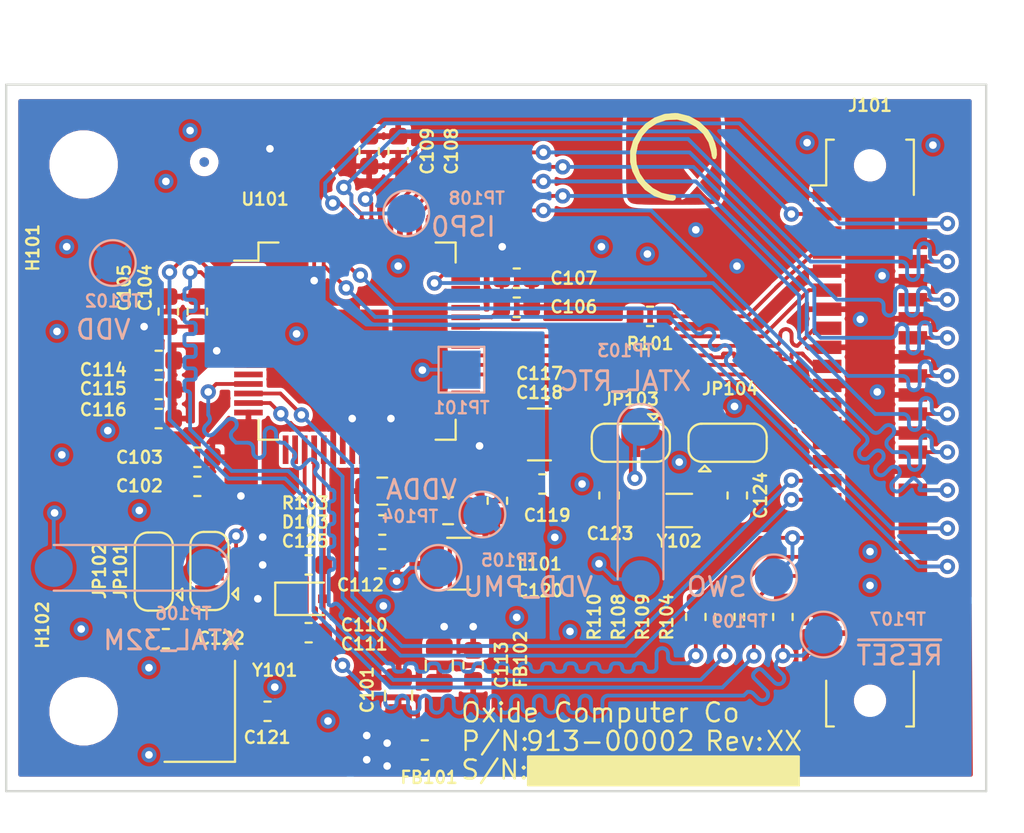
<source format=kicad_pcb>
(kicad_pcb (version 20171130) (host pcbnew 5.1.8-db9833491~88~ubuntu20.04.1)
  (layers (0 F.Cu signal) (1 In1.Cu power hide) (2 In2.Cu power hide) (31 B.Cu signal hide) (34 B.Paste user hide) (35 F.Paste user) (36 B.SilkS user hide) (37 F.SilkS user) (38 B.Mask user hide) (39 F.Mask user) (44 Edge.Cuts user))
  (net 0 "")
  (net 1 GND)
  (net 2 /OSC_IN)
  (net 3 /OSC_RTC_IN)
  (net 4 /VDD)
  (net 5 /VDDA)
  (net 6 /OSC_OUT)
  (net 7 /OSC_RTC_OUT)
  (net 8 /~SWD_RESET)
  (net 9 /FB)
  (net 10 +3V3)
  (net 11 /SWD_CLK)
  (net 12 /SWD_IO)
  (net 13 /SWD_TRACESWO)
  (net 14 /HS_SPI_SCK)
  (net 15 /HS_SPI_MISO)
  (net 16 /HS_SPI_MOSI)
  (net 17 /~SP_RESET)
  (net 18 /FC0_TXD)
  (net 19 /FC0_RXD)
  (net 20 /FC3_SCK)
  (net 21 /PIO0_4)
  (net 22 /FC3_RXD_DSA_MOSI)
  (net 23 /FC3_TXD_SCL_MISO)
  (net 24 /PIO0_25)
  (net 25 /PIO0_22)
  (net 26 /FC3_RTS_SCLX_SSEL1)
  (net 27 /FC3_CTS_SDAX_SSEL0)
  (net 28 /LX)
  (net 29 /~RESET)
  (net 30 /PIO0_11)
  (net 31 /PIO0_12)
  (net 32 /PIO0_10)
  (net 33 /SCT0_OUT3)
  (net 34 /SCT0_OUT2)
  (net 35 /ISP0)
  (net 36 /PIO1_1)
  (net 37 /PIO0_18)
  (net 38 /XTAL32M_P)
  (net 39 /XTAL32M_N)
  (net 40 /XTAL32K_P)
  (net 41 /XTAL32K_N)
  (net 42 /PIO1_3)
  (module grumpy:Oxide_Board_Identifier_18x5mm (layer F.Cu) (at 91.8 84.5)
    (fp_text reference G*** hide)
    (fp_text value 913-00002 (at 0.8 0) (layer F.SilkS) (effects (font (thickness 0.127)) (justify left)))
    (fp_text user XX (at 13.4 0) (layer F.SilkS) (effects (font (thickness 0.127)) (justify left)))
    (fp_text user Rev: (at 10.2 0) (layer F.SilkS) (effects (font (thickness 0.127)) (justify left)))
    (fp_text user "Oxide Computer Co" (at -2.6 -1.5) (layer F.SilkS) (effects (font (thickness 0.127)) (justify left)))
    (fp_text user S/N: (at -2.6 1.5) (layer F.SilkS) (effects (font (thickness 0.127)) (justify left)))
    (fp_text user P/N: (at -2.6 0) (layer F.SilkS) (effects (font (thickness 0.127)) (justify left)))
  )
  (module lpc55:HTQFP-64-1EP_10x10mm_P0.5mm_EP3.6x3.6mm (layer F.Cu) (at 83.82 63.5)
    (fp_text reference U101 (at -4.826 -7.45) (layer F.SilkS) (effects (font (size 0.635 0.635) (thickness 0.127))))
    (fp_text value LPC55S28JBD64)
    (pad 65 smd rect (at 0 0 180) (size 3.31 3.31) (layers F.Cu F.Mask) (net 1 GND))
    (pad 64 smd rect (at -3.75 -5.7 90) (size 1.5 0.3) (layers F.Cu F.Paste F.Mask) (net 1 GND))
    (pad 63 smd rect (at -3.25 -5.7 90) (size 1.5 0.3) (layers F.Cu F.Paste F.Mask))
    (pad 62 smd rect (at -2.75 -5.7 90) (size 1.5 0.3) (layers F.Cu F.Paste F.Mask))
    (pad 61 smd rect (at -2.25 -5.7 90) (size 1.5 0.3) (layers F.Cu F.Paste F.Mask) (net 5 /VDDA))
    (pad 60 smd rect (at -1.75 -5.7 90) (size 1.5 0.3) (layers F.Cu F.Paste F.Mask) (net 18 /FC0_TXD))
    (pad 59 smd rect (at -1.25 -5.7 90) (size 1.5 0.3) (layers F.Cu F.Paste F.Mask) (net 19 /FC0_RXD))
    (pad 58 smd rect (at -0.75 -5.7 90) (size 1.5 0.3) (layers F.Cu F.Paste F.Mask))
    (pad 57 smd rect (at -0.25 -5.7 90) (size 1.5 0.3) (layers F.Cu F.Paste F.Mask) (net 20 /FC3_SCK))
    (pad 56 smd rect (at 0.25 -5.7 90) (size 1.5 0.3) (layers F.Cu F.Paste F.Mask) (net 35 /ISP0))
    (pad 55 smd rect (at 0.75 -5.7 90) (size 1.5 0.3) (layers F.Cu F.Paste F.Mask) (net 21 /PIO0_4))
    (pad 54 smd rect (at 1.25 -5.7 90) (size 1.5 0.3) (layers F.Cu F.Paste F.Mask) (net 4 /VDD))
    (pad 53 smd rect (at 1.75 -5.7 90) (size 1.5 0.3) (layers F.Cu F.Paste F.Mask) (net 22 /FC3_RXD_DSA_MOSI))
    (pad 52 smd rect (at 2.25 -5.7 90) (size 1.5 0.3) (layers F.Cu F.Paste F.Mask) (net 23 /FC3_TXD_SCL_MISO))
    (pad 51 smd rect (at 2.75 -5.7 90) (size 1.5 0.3) (layers F.Cu F.Paste F.Mask) (net 24 /PIO0_25))
    (pad 50 smd rect (at 3.25 -5.7 90) (size 1.5 0.3) (layers F.Cu F.Paste F.Mask) (net 25 /PIO0_22))
    (pad 49 smd rect (at 3.75 -5.7 90) (size 1.5 0.3) (layers F.Cu F.Paste F.Mask) (net 26 /FC3_RTS_SCLX_SSEL1))
    (pad 48 smd rect (at 5.7 -3.75) (size 1.5 0.3) (layers F.Cu F.Paste F.Mask) (net 27 /FC3_CTS_SDAX_SSEL0))
    (pad 47 smd rect (at 5.7 -3.25) (size 1.5 0.3) (layers F.Cu F.Paste F.Mask))
    (pad 46 smd rect (at 5.7 -2.75) (size 1.5 0.3) (layers F.Cu F.Paste F.Mask))
    (pad 45 smd rect (at 5.7 -2.25) (size 1.5 0.3) (layers F.Cu F.Paste F.Mask))
    (pad 44 smd rect (at 5.7 -1.75) (size 1.5 0.3) (layers F.Cu F.Paste F.Mask))
    (pad 43 smd rect (at 5.7 -1.25) (size 1.5 0.3) (layers F.Cu F.Paste F.Mask) (net 4 /VDD))
    (pad 42 smd rect (at 5.7 -0.75) (size 1.5 0.3) (layers F.Cu F.Paste F.Mask) (net 42 /PIO1_3))
    (pad 41 smd rect (at 5.7 -0.25) (size 1.5 0.3) (layers F.Cu F.Paste F.Mask) (net 14 /HS_SPI_SCK))
    (pad 40 smd rect (at 5.7 0.25) (size 1.5 0.3) (layers F.Cu F.Paste F.Mask) (net 16 /HS_SPI_MOSI))
    (pad 39 smd rect (at 5.7 0.75) (size 1.5 0.3) (layers F.Cu F.Paste F.Mask) (net 36 /PIO1_1))
    (pad 38 smd rect (at 5.7 1.25) (size 1.5 0.3) (layers F.Cu F.Paste F.Mask) (net 37 /PIO0_18))
    (pad 37 smd rect (at 5.7 1.75) (size 1.5 0.3) (layers F.Cu F.Paste F.Mask) (net 17 /~SP_RESET))
    (pad 36 smd rect (at 5.7 2.25) (size 1.5 0.3) (layers F.Cu F.Paste F.Mask))
    (pad 35 smd rect (at 5.7 2.75) (size 1.5 0.3) (layers F.Cu F.Paste F.Mask) (net 41 /XTAL32K_N))
    (pad 34 smd rect (at 5.7 3.25) (size 1.5 0.3) (layers F.Cu F.Paste F.Mask) (net 40 /XTAL32K_P))
    (pad 33 smd rect (at 5.7 3.75) (size 1.5 0.3) (layers F.Cu F.Paste F.Mask) (net 5 /VDDA))
    (pad 32 smd rect (at 3.75 5.7 90) (size 1.5 0.3) (layers F.Cu F.Paste F.Mask) (net 5 /VDDA))
    (pad 31 smd rect (at 3.25 5.7 90) (size 1.5 0.3) (layers F.Cu F.Paste F.Mask) (net 28 /LX))
    (pad 30 smd rect (at 2.75 5.7 90) (size 1.5 0.3) (layers F.Cu F.Paste F.Mask) (net 1 GND))
    (pad 29 smd rect (at 2.25 5.7 90) (size 1.5 0.3) (layers F.Cu F.Paste F.Mask) (net 9 /FB))
    (pad 28 smd rect (at 1.75 5.7 90) (size 1.5 0.3) (layers F.Cu F.Paste F.Mask) (net 9 /FB))
    (pad 27 smd rect (at 1.25 5.7 90) (size 1.5 0.3) (layers F.Cu F.Paste F.Mask) (net 5 /VDDA))
    (pad 26 smd rect (at 0.75 5.7 90) (size 1.5 0.3) (layers F.Cu F.Paste F.Mask) (net 1 GND))
    (pad 25 smd rect (at 0.25 5.7 90) (size 1.5 0.3) (layers F.Cu F.Paste F.Mask) (net 5 /VDDA))
    (pad 24 smd rect (at -0.25 5.7 90) (size 1.5 0.3) (layers F.Cu F.Paste F.Mask))
    (pad 23 smd rect (at -0.75 5.7 90) (size 1.5 0.3) (layers F.Cu F.Paste F.Mask))
    (pad 22 smd rect (at -1.25 5.7 90) (size 1.5 0.3) (layers F.Cu F.Paste F.Mask) (net 1 GND))
    (pad 21 smd rect (at -1.75 5.7 90) (size 1.5 0.3) (layers F.Cu F.Paste F.Mask) (net 29 /~RESET))
    (pad 20 smd rect (at -2.25 5.7 90) (size 1.5 0.3) (layers F.Cu F.Paste F.Mask) (net 38 /XTAL32M_P))
    (pad 19 smd rect (at -2.75 5.7 90) (size 1.5 0.3) (layers F.Cu F.Paste F.Mask) (net 39 /XTAL32M_N))
    (pad 18 smd rect (at -3.25 5.7 90) (size 1.5 0.3) (layers F.Cu F.Paste F.Mask))
    (pad 17 smd rect (at -3.75 5.7 90) (size 1.5 0.3) (layers F.Cu F.Paste F.Mask))
    (pad 16 smd rect (at -5.7 3.75) (size 1.5 0.3) (layers F.Cu F.Paste F.Mask) (net 4 /VDD))
    (pad 15 smd rect (at -5.7 3.25) (size 1.5 0.3) (layers F.Cu F.Paste F.Mask) (net 33 /SCT0_OUT3))
    (pad 14 smd rect (at -5.7 2.75) (size 1.5 0.3) (layers F.Cu F.Paste F.Mask) (net 34 /SCT0_OUT2))
    (pad 13 smd rect (at -5.7 2.25) (size 1.5 0.3) (layers F.Cu F.Paste F.Mask) (net 32 /PIO0_10))
    (pad 12 smd rect (at -5.7 1.75) (size 1.5 0.3) (layers F.Cu F.Paste F.Mask))
    (pad 11 smd rect (at -5.7 1.25) (size 1.5 0.3) (layers F.Cu F.Paste F.Mask) (net 1 GND))
    (pad 10 smd rect (at -5.7 0.75) (size 1.5 0.3) (layers F.Cu F.Paste F.Mask) (net 5 /VDDA))
    (pad 9 smd rect (at -5.7 0.25) (size 1.5 0.3) (layers F.Cu F.Paste F.Mask) (net 5 /VDDA))
    (pad 8 smd rect (at -5.7 -0.25) (size 1.5 0.3) (layers F.Cu F.Paste F.Mask) (net 4 /VDD))
    (pad 7 smd rect (at -5.7 -0.75) (size 1.5 0.3) (layers F.Cu F.Paste F.Mask))
    (pad 6 smd rect (at -5.7 -1.25) (size 1.5 0.3) (layers F.Cu F.Paste F.Mask) (net 30 /PIO0_11))
    (pad 5 smd rect (at -5.7 -1.75) (size 1.5 0.3) (layers F.Cu F.Paste F.Mask) (net 31 /PIO0_12))
    (pad 4 smd rect (at -5.7 -2.25) (size 1.5 0.3) (layers F.Cu F.Paste F.Mask))
    (pad 3 smd rect (at -5.7 -2.75) (size 1.5 0.3) (layers F.Cu F.Paste F.Mask))
    (pad 2 smd rect (at -5.7 -3.25) (size 1.5 0.3) (layers F.Cu F.Paste F.Mask))
    (pad 1 smd rect (at -5.7 -3.75) (size 1.5 0.3) (layers F.Cu F.Paste F.Mask))
  )
  (module Fiducial:Fiducial_0.5mm_Mask1.5mm (layer B.Cu) (at 75.8 54.1)
    (fp_text reference REF**)
    (fp_text value Fiducial_0.5mm_Mask1.5mm)
    (pad "" smd circle (at 0 0) (size 0.5 0.5) (layers B.Cu B.Mask) (clearance 0.5))
  )
  (module Fiducial:Fiducial_0.5mm_Mask1.5mm (layer F.Cu) (at 75.8 54.1)
    (fp_text reference REF**)
    (fp_text value Fiducial_0.5mm_Mask1.5mm)
    (pad "" smd circle (at 0 0) (size 0.5 0.5) (layers F.Cu F.Mask) (clearance 0.5))
  )
  (module grumpy:logo-4mm-mask (layer F.Cu) (at 100.4 53.8)
    (fp_text reference G*** hide)
    (fp_text value LOGO hide)
    (fp_poly (pts (xy 0.704515 -2.45469) (xy 1.218284 -2.451747) (xy 1.60456 -2.444981) (xy 1.884261 -2.432873) (xy 2.078307 -2.413899) (xy 2.207617 -2.38654) (xy 2.29311 -2.349273) (xy 2.355705 -2.300577) (xy 2.370667 -2.286) (xy 2.422552 -2.225915) (xy 2.462617 -2.14832) (xy 2.492382 -2.032294) (xy 2.51337 -1.856921) (xy 2.527101 -1.601279) (xy 2.535097 -1.244451) (xy 2.53888 -0.765516) (xy 2.53997 -0.143557) (xy 2.54 0.042333) (xy 2.539357 0.704515) (xy 2.536413 1.218284) (xy 2.529648 1.60456) (xy 2.517539 1.884261) (xy 2.498566 2.078307) (xy 2.471206 2.207617) (xy 2.433939 2.29311) (xy 2.385244 2.355705) (xy 2.370667 2.370667) (xy 2.310581 2.422552) (xy 2.232986 2.462617) (xy 2.116961 2.492382) (xy 1.941587 2.51337) (xy 1.685945 2.527101) (xy 1.329117 2.535097) (xy 0.850183 2.53888) (xy 0.228224 2.53997) (xy 0.042333 2.54) (xy -0.619848 2.539357) (xy -1.133618 2.536413) (xy -1.519893 2.529648) (xy -1.799595 2.517539) (xy -1.993641 2.498566) (xy -2.122951 2.471206) (xy -2.208444 2.433939) (xy -2.271038 2.385244) (xy -2.286 2.370667) (xy -2.337886 2.310581) (xy -2.37795 2.232986) (xy -2.407716 2.116961) (xy -2.428703 1.941587) (xy -2.442435 1.685945) (xy -2.450431 1.329117) (xy -2.454213 0.850183) (xy -2.455303 0.228224) (xy -2.455333 0.042333) (xy -2.455161 -0.135609) (xy -2.192676 -0.135609) (xy -2.17935 0.367728) (xy -2.05871 0.858021) (xy -1.828494 1.313049) (xy -1.486437 1.710592) (xy -1.030277 2.028428) (xy -0.593215 2.206892) (xy -0.329786 2.263933) (xy -0.087098 2.279007) (xy 0.088442 2.253785) (xy 0.107406 2.23425) (xy 0.423333 2.23425) (xy 0.472895 2.293263) (xy 0.60785 2.232464) (xy 0.807605 2.064105) (xy 0.941232 1.926167) (xy 1.270472 1.566333) (xy 1.590045 1.926167) (xy 1.806858 2.143318) (xy 1.982616 2.269271) (xy 2.092403 2.289451) (xy 2.116667 2.23425) (xy 2.06634 2.147365) (xy 1.935048 1.971855) (xy 1.770116 1.768583) (xy 1.423565 1.354667) (xy 1.772554 0.937837) (xy 1.96367 0.685071) (xy 2.043768 0.519579) (xy 2.028805 0.463692) (xy 1.925292 0.429149) (xy 1.908551 0.436022) (xy 1.843517 0.512409) (xy 1.705078 0.677845) (xy 1.582158 0.825562) (xy 1.283281 1.185458) (xy 0.947994 0.793206) (xy 0.742611 0.57978) (xy 0.584158 0.467212) (xy 0.515582 0.460981) (xy 0.507116 0.559812) (xy 0.629644 0.763656) (xy 0.767445 0.937837) (xy 1.116435 1.354667) (xy 0.769884 1.768583) (xy 0.590583 1.990253) (xy 0.465372 2.15941) (xy 0.423333 2.23425) (xy 0.107406 2.23425) (xy 0.150426 2.189938) (xy 0.148179 2.180205) (xy 0.050205 2.106562) (xy -0.157891 2.040652) (xy -0.281971 2.017925) (xy -0.806891 1.866417) (xy -1.244611 1.591257) (xy -1.586605 1.218739) (xy -1.824348 0.775157) (xy -1.949313 0.286806) (xy -1.952977 -0.22002) (xy -1.826812 -0.719026) (xy -1.562295 -1.183918) (xy -1.385455 -1.385455) (xy -0.934772 -1.724574) (xy -0.425358 -1.920044) (xy 0.111358 -1.971545) (xy 0.643942 -1.87876) (xy 1.140963 -1.641372) (xy 1.42539 -1.413876) (xy 1.756545 -1.021913) (xy 1.951767 -0.591173) (xy 2.019743 -0.269259) (xy 2.078874 -0.017716) (xy 2.15599 0.126666) (xy 2.229526 0.14928) (xy 2.277916 0.035525) (xy 2.286 -0.088955) (xy 2.228139 -0.561312) (xy 2.043387 -0.993732) (xy 1.714987 -1.422014) (xy 1.611977 -1.529126) (xy 1.18701 -1.890004) (xy 0.756202 -2.104977) (xy 0.271262 -2.192068) (xy -0.145819 -2.185164) (xy -0.728837 -2.070208) (xy -1.218122 -1.834969) (xy -1.611413 -1.501669) (xy -1.906444 -1.092528) (xy -2.100953 -0.629768) (xy -2.192676 -0.135609) (xy -2.455161 -0.135609) (xy -2.45469 -0.619848) (xy -2.451747 -1.133618) (xy -2.444981 -1.519893) (xy -2.432873 -1.799595) (xy -2.413899 -1.993641) (xy -2.38654 -2.122951) (xy -2.349273 -2.208444) (xy -2.300577 -2.271038) (xy -2.286 -2.286) (xy -2.225915 -2.337886) (xy -2.14832 -2.37795) (xy -2.032294 -2.407716) (xy -1.856921 -2.428703) (xy -1.601279 -2.442435) (xy -1.244451 -2.450431) (xy -0.765516 -2.454213) (xy -0.143557 -2.455303) (xy 0.042333 -2.455333) (xy 0.704515 -2.45469)) (layer F.Cu) (width 0.01))
  )
  (module test-point:TestPoint_2Pads_Pitch8mm_D2.0mm (layer B.Cu) (at 75.9 75.4 180)
    (fp_text reference TP106 (at 1.2 -2.4) (layer B.SilkS) (effects (font (size 0.635 0.635) (thickness 0.127)) (justify mirror)))
    (fp_text value XTAL_32M (at 1.8 -3.8) (layer B.SilkS) (effects (justify mirror)))
    (pad 2 smd circle (at 8 0 180) (size 2 2) (layers B.Cu B.Mask) (net 1 GND))
    (pad 1 smd circle (at 0 0 180) (size 2 2) (layers B.Cu B.Mask) (net 38 /XTAL32M_P))
  )
  (module test-point:TestPoint_2Pads_Pitch8mm_D2.0mm (layer B.Cu) (at 98.7 68 270)
    (fp_text reference TP103 (at -4 0.8 180) (layer B.SilkS) (effects (font (size 0.635 0.635) (thickness 0.127)) (justify mirror)))
    (fp_text value XTAL_RTC (at -2.4 0.8 180) (layer B.SilkS) (effects (justify mirror)))
    (pad 2 smd circle (at 8 0 270) (size 2 2) (layers B.Cu B.Mask) (net 1 GND))
    (pad 1 smd circle (at 0 0 270) (size 2 2) (layers B.Cu B.Mask) (net 40 /XTAL32K_P))
  )
  (module TestPoint:TestPoint_Pad_D2.0mm (layer B.Cu) (at 105.7 75.9)
    (fp_text reference TP109 (at -1.8 2.3) (layer B.SilkS) (effects (font (size 0.635 0.635) (thickness 0.127)) (justify mirror)))
    (fp_text value SWO (at -3 0.5) (layer B.SilkS) (effects (justify mirror)))
    (pad 1 smd circle (at 0 0) (size 2 2) (layers B.Cu B.Mask) (net 13 /SWD_TRACESWO))
  )
  (module TestPoint:TestPoint_Pad_D2.0mm (layer B.Cu) (at 86.4 56.8)
    (fp_text reference TP108 (at 3.7 -0.8) (layer B.SilkS) (effects (font (size 0.635 0.635) (thickness 0.127)) (justify mirror)))
    (fp_text value ISP0 (at 3 0.7) (layer B.SilkS) (effects (justify mirror)))
    (pad 1 smd circle (at 0 0) (size 2 2) (layers B.Cu B.Mask) (net 35 /ISP0))
  )
  (module TestPoint:TestPoint_Pad_D2.0mm (layer B.Cu) (at 108.3 78.9)
    (fp_text reference TP107 (at 3.9 -0.8) (layer B.SilkS) (effects (font (size 0.635 0.635) (thickness 0.127)) (justify mirror)))
    (fp_text value ~RESET (at 4 1.1) (layer B.SilkS) (effects (justify mirror)))
    (pad 1 smd circle (at 0 0) (size 2 2) (layers B.Cu B.Mask) (net 29 /~RESET))
  )
  (module TestPoint:TestPoint_Pad_D2.0mm (layer B.Cu) (at 88.1 75.4)
    (fp_text reference TP105 (at 3.7 -0.4) (layer B.SilkS) (effects (font (size 0.635 0.635) (thickness 0.127)) (justify mirror)))
    (fp_text value VDD_PMU (at 4.7 1) (layer B.SilkS) (effects (justify mirror)))
    (pad 1 smd circle (at 0 0) (size 2 2) (layers B.Cu B.Mask) (net 9 /FB))
  )
  (module TestPoint:TestPoint_Pad_D2.0mm (layer B.Cu) (at 90.4 72.6)
    (fp_text reference TP104 (at -3.8 0.1) (layer B.SilkS) (effects (font (size 0.635 0.635) (thickness 0.127)) (justify mirror)))
    (fp_text value VDDA (at -3.2 -1.3) (layer B.SilkS) (effects (justify mirror)))
    (pad 1 smd circle (at 0 0) (size 2 2) (layers B.Cu B.Mask) (net 5 /VDDA))
  )
  (module TestPoint:TestPoint_Pad_D2.0mm (layer B.Cu) (at 71 59.4)
    (fp_text reference TP102 (at 0 1.998) (layer B.SilkS) (effects (font (size 0.635 0.635) (thickness 0.127)) (justify mirror)))
    (fp_text value VDD (at -0.5 3.5) (layer B.SilkS) (effects (justify mirror)))
    (pad 1 smd circle (at 0 0) (size 2 2) (layers B.Cu B.Mask) (net 4 /VDD))
  )
  (module TestPoint:TestPoint_Pad_2.0x2.0mm (layer B.Cu) (at 89.3 65)
    (fp_text reference TP101 (at 0 1.998) (layer B.SilkS) (effects (font (size 0.635 0.635) (thickness 0.127)) (justify mirror)))
    (fp_text value GND)
    (pad 1 smd rect (at 0 0) (size 2 2) (layers B.Cu B.Mask) (net 1 GND))
  )
  (module Resistor_SMD:R_0603_1608Metric (layer F.Cu) (at 99.2 62.2 180)
    (fp_text reference R101 (at 0 -1.43) (layer F.SilkS) (effects (font (size 0.635 0.635) (thickness 0.127))))
    (fp_text value 22R)
    (pad 2 smd roundrect (at 0.7875 0 180) (size 0.875 0.95) (layers F.Cu F.Paste F.Mask) (net 42 /PIO1_3))
    (pad 1 smd roundrect (at -0.7875 0 180) (size 0.875 0.95) (layers F.Cu F.Paste F.Mask) (net 15 /HS_SPI_MISO))
  )
  (module Capacitor_SMD:C_1210_3225Metric (layer F.Cu) (at 89.154 75.184)
    (fp_text reference C120 (at 4.246 1.416) (layer F.SilkS) (effects (font (size 0.635 0.635) (thickness 0.127))))
    (fp_text value "22uF 1.2VDCbias")
    (pad 2 smd roundrect (at 1.4 0) (size 1.25 2.65) (layers F.Cu F.Paste F.Mask) (roundrect_rratio 0.2) (net 1 GND))
    (pad 1 smd roundrect (at -1.4 0) (size 1.25 2.65) (layers F.Cu F.Paste F.Mask) (roundrect_rratio 0.2) (net 9 /FB))
  )
  (module Capacitor_SMD:C_1210_3225Metric (layer F.Cu) (at 93.3935 68.4)
    (fp_text reference C117 (at 0.0065 -3.2) (layer F.SilkS) (effects (font (size 0.635 0.635) (thickness 0.127))))
    (fp_text value "22uF 3.3VDCbias")
    (pad 2 smd roundrect (at 1.4 0) (size 1.25 2.65) (layers F.Cu F.Paste F.Mask) (roundrect_rratio 0.2) (net 1 GND))
    (pad 1 smd roundrect (at -1.4 0) (size 1.25 2.65) (layers F.Cu F.Paste F.Mask) (roundrect_rratio 0.2) (net 5 /VDDA))
  )
  (module Capacitor_SMD:C_0805_2012Metric (layer F.Cu) (at 88.138 80.518 270)
    (fp_text reference C113 (at -0.018 -3.262 90) (layer F.SilkS) (effects (font (size 0.635 0.635) (thickness 0.127))))
    (fp_text value "4.7uF 3.3VDCbias")
    (pad 2 smd roundrect (at 0.9375 0 270) (size 0.975 1.4) (layers F.Cu F.Paste F.Mask) (net 1 GND))
    (pad 1 smd roundrect (at -0.9375 0 270) (size 0.975 1.4) (layers F.Cu F.Paste F.Mask) (net 5 /VDDA))
  )
  (module Capacitor_SMD:C_0805_2012Metric (layer F.Cu) (at 85.144 71.374 180)
    (fp_text reference C112 (at 1.144 -4.926) (layer F.SilkS) (effects (font (size 0.635 0.635) (thickness 0.127))))
    (fp_text value "2.2uF 1.2VDCbias")
    (pad 2 smd roundrect (at 0.9375 0 180) (size 0.975 1.4) (layers F.Cu F.Paste F.Mask) (net 1 GND))
    (pad 1 smd roundrect (at -0.9375 0 180) (size 0.975 1.4) (layers F.Cu F.Paste F.Mask) (net 9 /FB))
  )
  (module Capacitor_SMD:C_0805_2012Metric (layer F.Cu) (at 86 82.1055 90)
    (fp_text reference C101 (at 0.3055 -1.65 90) (layer F.SilkS) (effects (font (size 0.635 0.635) (thickness 0.127))))
    (fp_text value "4.7uF 3.3VDCbias")
    (pad 2 smd roundrect (at 0.9375 0 90) (size 0.975 1.4) (layers F.Cu F.Paste F.Mask) (net 1 GND))
    (pad 1 smd roundrect (at -0.9375 0 90) (size 0.975 1.4) (layers F.Cu F.Paste F.Mask) (net 4 /VDD))
  )
  (module Jumper:SolderJumper-3_P1.3mm_Bridged12_RoundedPad1.0x1.5mm (layer F.Cu) (at 76.073 75.565 90)
    (fp_text reference JP101 (at 0 -4.673 90) (layer F.SilkS) (effects (font (size 0.635 0.635) (thickness 0.127))))
    (fp_text value SolderJumper_3_Bridged12)
    (fp_poly (pts (xy -0.9 -0.3) (xy -0.4 -0.3) (xy -0.4 0.3) (xy -0.9 0.3)) (layer F.Cu) (width 0))
    (pad 1 smd custom (at -1.3 0 90) (size 1 0.5) (layers F.Cu F.Mask) (net 2 /OSC_IN) (options (clearance outline) (anchor rect)) (primitives (gr_circle (center 0 0.25) (end 0.5 0.25) (width 0)) (gr_circle (center 0 -0.25) (end 0.5 -0.25) (width 0)) (gr_poly (pts (xy 0.55 -0.75) (xy 0 -0.75) (xy 0 0.75) (xy 0.55 0.75)) (width 0))))
    (pad 2 smd rect (at 0 0 90) (size 1 1.5) (layers F.Cu F.Mask) (net 38 /XTAL32M_P))
    (pad 3 smd custom (at 1.3 0 90) (size 1 0.5) (layers F.Cu F.Mask) (net 1 GND) (options (clearance outline) (anchor rect)) (primitives (gr_circle (center 0 0.25) (end 0.5 0.25) (width 0)) (gr_circle (center 0 -0.25) (end 0.5 -0.25) (width 0)) (gr_poly (pts (xy -0.55 -0.75) (xy 0 -0.75) (xy 0 0.75) (xy -0.55 0.75)) (width 0))))
  )
  (module MountingHole:MountingHole_3.2mm_M3 (layer F.Cu) (at 69.469 82.931)
    (fp_text reference H102 (at -2.159 -4.531 270) (layer F.SilkS) (effects (font (size 0.635 0.635) (thickness 0.127))))
    (fp_text value M3)
    (pad 1 np_thru_hole circle (at 0 0) (size 3.2 3.2) (drill 3.2) (layers *.Cu *.Mask))
  )
  (module MountingHole:MountingHole_3.2mm_M3 (layer F.Cu) (at 69.469 54.229)
    (fp_text reference H101 (at -2.667 4.371 90) (layer F.SilkS) (effects (font (size 0.635 0.635) (thickness 0.127))))
    (fp_text value M3)
    (pad 1 np_thru_hole circle (at 0 0) (size 3.2 3.2) (drill 3.2) (layers *.Cu *.Mask))
  )
  (module Diode_SMD:D_SOD-323 (layer F.Cu) (at 81.026 77.0255)
    (fp_text reference D103 (at 0.074 -4.0255) (layer F.SilkS) (effects (font (size 0.635 0.635) (thickness 0.127))))
    (fp_text value "1.25Vf 150mA")
    (pad 2 smd rect (at 1.05 0) (size 0.6 0.45) (layers F.Cu F.Paste F.Mask) (net 29 /~RESET))
    (pad 1 smd rect (at -1.05 0) (size 0.6 0.45) (layers F.Cu F.Paste F.Mask) (net 4 /VDD))
  )
  (module Crystal:Crystal_SMD_5032-4Pin_5.0x3.2mm (layer F.Cu) (at 75.565 82.931 90)
    (fp_text reference Y101 (at 2.159 3.937 180) (layer F.SilkS) (effects (font (size 0.635 0.635) (thickness 0.127))))
    (fp_text value "16MHz 18pF")
    (pad 4 smd rect (at -1.65 -1 90) (size 1.6 1.3) (layers F.Cu F.Paste F.Mask))
    (pad 3 smd rect (at 1.65 -1 90) (size 1.6 1.3) (layers F.Cu F.Paste F.Mask) (net 6 /OSC_OUT))
    (pad 2 smd rect (at 1.65 1 90) (size 1.6 1.3) (layers F.Cu F.Paste F.Mask))
    (pad 1 smd rect (at -1.65 1 90) (size 1.6 1.3) (layers F.Cu F.Paste F.Mask) (net 2 /OSC_IN))
  )
  (module Crystal:Crystal_SMD_3215-2Pin_3.2x1.5mm (layer F.Cu) (at 100.73 72.39 180)
    (fp_text reference Y102 (at 0 -1.61) (layer F.SilkS) (effects (font (size 0.635 0.635) (thickness 0.127))))
    (fp_text value "32.768kHz 12.5pF")
    (pad 2 smd rect (at -1.25 0 180) (size 1 1.8) (layers F.Cu F.Paste F.Mask) (net 7 /OSC_RTC_OUT))
    (pad 1 smd rect (at 1.25 0 180) (size 1 1.8) (layers F.Cu F.Paste F.Mask) (net 3 /OSC_RTC_IN))
  )
  (module Capacitor_SMD:C_0603_1608Metric (layer F.Cu) (at 85.979 53.5305 90)
    (fp_text reference C108 (at 0 2.794 90) (layer F.SilkS) (effects (font (size 0.635 0.635) (thickness 0.127))))
    (fp_text value "0.1uF 3.3VDCbias")
    (pad 2 smd roundrect (at 0.7875 0 90) (size 0.875 0.95) (layers F.Cu F.Paste F.Mask) (net 1 GND))
    (pad 1 smd roundrect (at -0.7875 0 90) (size 0.875 0.95) (layers F.Cu F.Paste F.Mask) (net 4 /VDD))
  )
  (module Resistor_SMD:R_0603_1608Metric (layer F.Cu) (at 106.172 77.978 90)
    (fp_text reference R104 (at 0 -6.096 90) (layer F.SilkS) (effects (font (size 0.635 0.635) (thickness 0.127))))
    (fp_text value 22R)
    (pad 2 smd roundrect (at 0.7875 0 90) (size 0.875 0.95) (layers F.Cu F.Paste F.Mask) (net 8 /~SWD_RESET))
    (pad 1 smd roundrect (at -0.7875 0 90) (size 0.875 0.95) (layers F.Cu F.Paste F.Mask) (net 29 /~RESET))
  )
  (module "hirose-df9:Hirose_DF9-51S-1V(69)_2Rows_51Pin-2MP_P1.0mm_Vertical" (layer F.Cu) (at 110.744 68.326)
    (fp_text reference J101 (at 0 -17.2) (layer F.SilkS) (effects (font (size 0.635 0.635) (thickness 0.127))))
    (fp_text value Conn_2Rows-51Pins)
    (pad MP smd custom (at 0 15.5 180) (size 1 1) (layers F.Cu F.Paste F.Mask) (options (clearance outline) (anchor rect)) (primitives (gr_poly (pts (xy 1.7 0.8) (xy 0 0.4) (xy -1.7 0.8) (xy -1.7 -0.5) (xy 1.7 -0.5)) (width 0))))
    (pad MP smd custom (at 0 -15.5) (size 1 1) (layers F.Cu F.Paste F.Mask) (options (clearance outline) (anchor rect)) (primitives (gr_poly (pts (xy 1.7 0.8) (xy 0 0.4) (xy -1.7 0.8) (xy -1.7 -0.5) (xy 1.7 -0.5)) (width 0))))
    (pad "" np_thru_hole circle (at 0 -14.05 270) (size 1.3 1.3) (drill 1.3) (layers *.Cu *.Mask))
    (pad "" np_thru_hole circle (at 0 14.05 270) (size 1.3 1.3) (drill 1.3) (layers *.Cu *.Mask))
    (pad 1 smd rect (at -2.25 -12.5 270) (size 0.7 1.5) (layers F.Cu F.Paste F.Mask) (net 1 GND))
    (pad 3 smd rect (at -2.25 -11.5 270) (size 0.7 1.5) (layers F.Cu F.Paste F.Mask) (net 35 /ISP0))
    (pad 5 smd rect (at -2.25 -10.5 270) (size 0.7 1.5) (layers F.Cu F.Paste F.Mask) (net 1 GND))
    (pad 7 smd rect (at -2.25 -9.5 270) (size 0.7 1.5) (layers F.Cu F.Paste F.Mask) (net 15 /HS_SPI_MISO))
    (pad 9 smd rect (at -2.25 -8.5 270) (size 0.7 1.5) (layers F.Cu F.Paste F.Mask) (net 1 GND))
    (pad 11 smd rect (at -2.25 -7.5 270) (size 0.7 1.5) (layers F.Cu F.Paste F.Mask) (net 14 /HS_SPI_SCK))
    (pad 13 smd rect (at -2.25 -6.5 270) (size 0.7 1.5) (layers F.Cu F.Paste F.Mask) (net 1 GND))
    (pad 15 smd rect (at -2.25 -5.5 270) (size 0.7 1.5) (layers F.Cu F.Paste F.Mask) (net 16 /HS_SPI_MOSI))
    (pad 17 smd rect (at -2.25 -4.5 270) (size 0.7 1.5) (layers F.Cu F.Paste F.Mask) (net 1 GND))
    (pad 19 smd rect (at -2.25 -3.5 270) (size 0.7 1.5) (layers F.Cu F.Paste F.Mask) (net 36 /PIO1_1))
    (pad 21 smd rect (at -2.25 -2.5 270) (size 0.7 1.5) (layers F.Cu F.Paste F.Mask) (net 1 GND))
    (pad 23 smd rect (at -2.25 -1.5 270) (size 0.7 1.5) (layers F.Cu F.Paste F.Mask) (net 37 /PIO0_18))
    (pad 25 smd rect (at -2.25 -0.5 270) (size 0.7 1.5) (layers F.Cu F.Paste F.Mask) (net 1 GND))
    (pad 27 smd rect (at -2.25 0.5 270) (size 0.7 1.5) (layers F.Cu F.Paste F.Mask) (net 17 /~SP_RESET))
    (pad 29 smd rect (at -2.25 1.5 270) (size 0.7 1.5) (layers F.Cu F.Paste F.Mask) (net 1 GND))
    (pad 31 smd rect (at -2.25 2.5 270) (size 0.7 1.5) (layers F.Cu F.Paste F.Mask) (net 34 /SCT0_OUT2))
    (pad 33 smd rect (at -2.25 3.5 270) (size 0.7 1.5) (layers F.Cu F.Paste F.Mask) (net 33 /SCT0_OUT3))
    (pad 35 smd rect (at -2.25 4.5 270) (size 0.7 1.5) (layers F.Cu F.Paste F.Mask) (net 1 GND))
    (pad 37 smd rect (at -2.25 5.5 270) (size 0.7 1.5) (layers F.Cu F.Paste F.Mask) (net 13 /SWD_TRACESWO))
    (pad 39 smd rect (at -2.25 6.5 270) (size 0.7 1.5) (layers F.Cu F.Paste F.Mask) (net 11 /SWD_CLK))
    (pad 41 smd rect (at -2.25 7.5 270) (size 0.7 1.5) (layers F.Cu F.Paste F.Mask) (net 12 /SWD_IO))
    (pad 43 smd rect (at -2.25 8.5 270) (size 0.7 1.5) (layers F.Cu F.Paste F.Mask) (net 8 /~SWD_RESET))
    (pad 45 smd rect (at -2.25 9.5 270) (size 0.7 1.5) (layers F.Cu F.Paste F.Mask) (net 1 GND))
    (pad 47 smd rect (at -2.25 10.5 270) (size 0.7 1.5) (layers F.Cu F.Paste F.Mask) (net 10 +3V3))
    (pad 49 smd rect (at -2.25 11.5 270) (size 0.7 1.5) (layers F.Cu F.Paste F.Mask) (net 10 +3V3))
    (pad 51 smd rect (at -2.25 12.5 270) (size 0.7 1.5) (layers F.Cu F.Paste F.Mask) (net 10 +3V3))
    (pad 50 smd rect (at 2.25 12 270) (size 0.7 1.5) (layers F.Cu F.Paste F.Mask) (net 10 +3V3))
    (pad 48 smd rect (at 2.25 11 270) (size 0.7 1.5) (layers F.Cu F.Paste F.Mask) (net 10 +3V3))
    (pad 46 smd rect (at 2.25 10 270) (size 0.7 1.5) (layers F.Cu F.Paste F.Mask) (net 10 +3V3))
    (pad 44 smd rect (at 2.25 9 270) (size 0.7 1.5) (layers F.Cu F.Paste F.Mask) (net 10 +3V3))
    (pad 42 smd rect (at 2.25 8 270) (size 0.7 1.5) (layers F.Cu F.Paste F.Mask) (net 1 GND))
    (pad 40 smd rect (at 2.25 7 270) (size 0.7 1.5) (layers F.Cu F.Paste F.Mask) (net 18 /FC0_TXD))
    (pad 38 smd rect (at 2.25 6 270) (size 0.7 1.5) (layers F.Cu F.Paste F.Mask) (net 1 GND))
    (pad 36 smd rect (at 2.25 5 270) (size 0.7 1.5) (layers F.Cu F.Paste F.Mask) (net 19 /FC0_RXD))
    (pad 34 smd rect (at 2.25 4 270) (size 0.7 1.5) (layers F.Cu F.Paste F.Mask) (net 1 GND))
    (pad 32 smd rect (at 2.25 3 270) (size 0.7 1.5) (layers F.Cu F.Paste F.Mask) (net 27 /FC3_CTS_SDAX_SSEL0))
    (pad 30 smd rect (at 2.25 2 270) (size 0.7 1.5) (layers F.Cu F.Paste F.Mask) (net 1 GND))
    (pad 28 smd rect (at 2.25 1 270) (size 0.7 1.5) (layers F.Cu F.Paste F.Mask) (net 26 /FC3_RTS_SCLX_SSEL1))
    (pad 26 smd rect (at 2.25 0 270) (size 0.7 1.5) (layers F.Cu F.Paste F.Mask) (net 1 GND))
    (pad 24 smd rect (at 2.25 -1 270) (size 0.7 1.5) (layers F.Cu F.Paste F.Mask) (net 25 /PIO0_22))
    (pad 22 smd rect (at 2.25 -2 270) (size 0.7 1.5) (layers F.Cu F.Paste F.Mask) (net 1 GND))
    (pad 20 smd rect (at 2.25 -3 270) (size 0.7 1.5) (layers F.Cu F.Paste F.Mask) (net 24 /PIO0_25))
    (pad 18 smd rect (at 2.25 -4 270) (size 0.7 1.5) (layers F.Cu F.Paste F.Mask) (net 1 GND))
    (pad 16 smd rect (at 2.25 -5 270) (size 0.7 1.5) (layers F.Cu F.Paste F.Mask) (net 23 /FC3_TXD_SCL_MISO))
    (pad 14 smd rect (at 2.25 -6 270) (size 0.7 1.5) (layers F.Cu F.Paste F.Mask) (net 1 GND))
    (pad 12 smd rect (at 2.25 -7 270) (size 0.7 1.5) (layers F.Cu F.Paste F.Mask) (net 22 /FC3_RXD_DSA_MOSI))
    (pad 10 smd rect (at 2.25 -8 270) (size 0.7 1.5) (layers F.Cu F.Paste F.Mask) (net 1 GND))
    (pad 8 smd rect (at 2.25 -9 270) (size 0.7 1.5) (layers F.Cu F.Paste F.Mask) (net 21 /PIO0_4))
    (pad 6 smd rect (at 2.25 -10 270) (size 0.7 1.5) (layers F.Cu F.Paste F.Mask) (net 1 GND))
    (pad 4 smd rect (at 2.25 -11 270) (size 0.7 1.5) (layers F.Cu F.Paste F.Mask) (net 20 /FC3_SCK))
    (pad 2 smd rect (at 2.25 -12 270) (size 0.7 1.5) (layers F.Cu F.Paste F.Mask) (net 1 GND))
  )
  (module Capacitor_SMD:C_0603_1608Metric (layer F.Cu) (at 84.455 53.5305 90)
    (fp_text reference C109 (at 0 3.048 90) (layer F.SilkS) (effects (font (size 0.635 0.635) (thickness 0.127))))
    (fp_text value "10000pF 3.3VDCbias")
    (pad 2 smd roundrect (at 0.7875 0 90) (size 0.875 0.95) (layers F.Cu F.Paste F.Mask) (net 1 GND))
    (pad 1 smd roundrect (at -0.7875 0 90) (size 0.875 0.95) (layers F.Cu F.Paste F.Mask) (net 4 /VDD))
  )
  (module Capacitor_SMD:C_0603_1608Metric (layer F.Cu) (at 73.914 61.9505 90)
    (fp_text reference C105 (at 1.2505 -2.314 90) (layer F.SilkS) (effects (font (size 0.635 0.635) (thickness 0.127))))
    (fp_text value "10000pF 3.3VDCbias")
    (pad 2 smd roundrect (at 0.7875 0 90) (size 0.875 0.95) (layers F.Cu F.Paste F.Mask) (net 1 GND))
    (pad 1 smd roundrect (at -0.7875 0 90) (size 0.875 0.95) (layers F.Cu F.Paste F.Mask) (net 4 /VDD))
  )
  (module Resistor_SMD:R_0603_1608Metric (layer F.Cu) (at 101.6 77.978 90)
    (fp_text reference R110 (at 0 -5.334 90) (layer F.SilkS) (effects (font (size 0.635 0.635) (thickness 0.127))))
    (fp_text value 22R)
    (pad 2 smd roundrect (at 0.7875 0 90) (size 0.875 0.95) (layers F.Cu F.Paste F.Mask) (net 13 /SWD_TRACESWO))
    (pad 1 smd roundrect (at -0.7875 0 90) (size 0.875 0.95) (layers F.Cu F.Paste F.Mask) (net 32 /PIO0_10))
  )
  (module Resistor_SMD:R_0603_1608Metric (layer F.Cu) (at 104.648 77.978 90)
    (fp_text reference R109 (at 0 -5.842 90) (layer F.SilkS) (effects (font (size 0.635 0.635) (thickness 0.127))))
    (fp_text value 22R)
    (pad 2 smd roundrect (at 0.7875 0 90) (size 0.875 0.95) (layers F.Cu F.Paste F.Mask) (net 12 /SWD_IO))
    (pad 1 smd roundrect (at -0.7875 0 90) (size 0.875 0.95) (layers F.Cu F.Paste F.Mask) (net 31 /PIO0_12))
  )
  (module Resistor_SMD:R_0603_1608Metric (layer F.Cu) (at 103.124 77.978 90)
    (fp_text reference R108 (at 0 -5.588 90) (layer F.SilkS) (effects (font (size 0.635 0.635) (thickness 0.127))))
    (fp_text value 22R)
    (pad 2 smd roundrect (at 0.7875 0 90) (size 0.875 0.95) (layers F.Cu F.Paste F.Mask) (net 11 /SWD_CLK))
    (pad 1 smd roundrect (at -0.7875 0 90) (size 0.875 0.95) (layers F.Cu F.Paste F.Mask) (net 30 /PIO0_11))
  )
  (module Resistor_SMD:R_0603_1608Metric (layer F.Cu) (at 81.28 75.2475)
    (fp_text reference R103 (at -0.18 -3.2475) (layer F.SilkS) (effects (font (size 0.635 0.635) (thickness 0.127))))
    (fp_text value 100kR)
    (pad 2 smd roundrect (at 0.7875 0) (size 0.875 0.95) (layers F.Cu F.Paste F.Mask) (net 29 /~RESET))
    (pad 1 smd roundrect (at -0.7875 0) (size 0.875 0.95) (layers F.Cu F.Paste F.Mask) (net 4 /VDD))
  )
  (module Inductor_SMD:L_0805_2012Metric (layer F.Cu) (at 88.6 72.4 180)
    (fp_text reference L101 (at -4.8 -2.8) (layer F.SilkS) (effects (font (size 0.635 0.635) (thickness 0.127))))
    (fp_text value "4.7uH 400mA 290mR")
    (pad 2 smd roundrect (at 0.9375 0 180) (size 0.975 1.4) (layers F.Cu F.Paste F.Mask) (net 9 /FB))
    (pad 1 smd roundrect (at -0.9375 0 180) (size 0.975 1.4) (layers F.Cu F.Paste F.Mask) (net 28 /LX))
  )
  (module Jumper:SolderJumper-3_P1.3mm_Bridged12_RoundedPad1.0x1.5mm (layer F.Cu) (at 103.27 68.834)
    (fp_text reference JP104 (at 0.127 -2.834 180) (layer F.SilkS) (effects (font (size 0.635 0.635) (thickness 0.127))))
    (fp_text value SolderJumper_3_Bridged12)
    (fp_poly (pts (xy -0.9 -0.3) (xy -0.4 -0.3) (xy -0.4 0.3) (xy -0.9 0.3)) (layer F.Cu) (width 0))
    (pad 1 smd custom (at -1.3 0) (size 1 0.5) (layers F.Cu F.Mask) (net 7 /OSC_RTC_OUT) (options (clearance outline) (anchor rect)) (primitives (gr_circle (center 0 0.25) (end 0.5 0.25) (width 0)) (gr_circle (center 0 -0.25) (end 0.5 -0.25) (width 0)) (gr_poly (pts (xy 0.55 -0.75) (xy 0 -0.75) (xy 0 0.75) (xy 0.55 0.75)) (width 0))))
    (pad 2 smd rect (at 0 0) (size 1 1.5) (layers F.Cu F.Mask) (net 41 /XTAL32K_N))
    (pad 3 smd custom (at 1.3 0) (size 1 0.5) (layers F.Cu F.Mask) (options (clearance outline) (anchor rect)) (primitives (gr_circle (center 0 0.25) (end 0.5 0.25) (width 0)) (gr_circle (center 0 -0.25) (end 0.5 -0.25) (width 0)) (gr_poly (pts (xy -0.55 -0.75) (xy 0 -0.75) (xy 0 0.75) (xy -0.55 0.75)) (width 0))))
  )
  (module Jumper:SolderJumper-3_P1.3mm_Bridged12_RoundedPad1.0x1.5mm (layer F.Cu) (at 98.19 68.834 180)
    (fp_text reference JP103 (at 0 2.286 180) (layer F.SilkS) (effects (font (size 0.635 0.635) (thickness 0.127))))
    (fp_text value SolderJumper_3_Bridged12)
    (fp_poly (pts (xy -0.9 -0.3) (xy -0.4 -0.3) (xy -0.4 0.3) (xy -0.9 0.3)) (layer F.Cu) (width 0))
    (pad 3 smd custom (at 1.3 0 180) (size 1 0.5) (layers F.Cu F.Mask) (net 1 GND) (options (clearance outline) (anchor rect)) (primitives (gr_circle (center 0 0.25) (end 0.5 0.25) (width 0)) (gr_circle (center 0 -0.25) (end 0.5 -0.25) (width 0)) (gr_poly (pts (xy -0.55 -0.75) (xy 0 -0.75) (xy 0 0.75) (xy -0.55 0.75)) (width 0))))
    (pad 2 smd rect (at 0 0 180) (size 1 1.5) (layers F.Cu F.Mask) (net 40 /XTAL32K_P))
    (pad 1 smd custom (at -1.3 0 180) (size 1 0.5) (layers F.Cu F.Mask) (net 3 /OSC_RTC_IN) (options (clearance outline) (anchor rect)) (primitives (gr_circle (center 0 0.25) (end 0.5 0.25) (width 0)) (gr_circle (center 0 -0.25) (end 0.5 -0.25) (width 0)) (gr_poly (pts (xy 0.55 -0.75) (xy 0 -0.75) (xy 0 0.75) (xy 0.55 0.75)) (width 0))))
  )
  (module Jumper:SolderJumper-3_P1.3mm_Bridged12_RoundedPad1.0x1.5mm (layer F.Cu) (at 73.152 75.595 90)
    (fp_text reference JP102 (at 0.03 -2.852 90) (layer F.SilkS) (effects (font (size 0.635 0.635) (thickness 0.127))))
    (fp_text value SolderJumper_3_Bridged12)
    (fp_poly (pts (xy -0.9 -0.3) (xy -0.4 -0.3) (xy -0.4 0.3) (xy -0.9 0.3)) (layer F.Cu) (width 0))
    (pad 1 smd custom (at -1.3 0 90) (size 1 0.5) (layers F.Cu F.Mask) (net 6 /OSC_OUT) (options (clearance outline) (anchor rect)) (primitives (gr_circle (center 0 0.25) (end 0.5 0.25) (width 0)) (gr_circle (center 0 -0.25) (end 0.5 -0.25) (width 0)) (gr_poly (pts (xy 0.55 -0.75) (xy 0 -0.75) (xy 0 0.75) (xy 0.55 0.75)) (width 0))))
    (pad 2 smd rect (at 0 0 90) (size 1 1.5) (layers F.Cu F.Mask) (net 39 /XTAL32M_N))
    (pad 3 smd custom (at 1.3 0 90) (size 1 0.5) (layers F.Cu F.Mask) (options (clearance outline) (anchor rect)) (primitives (gr_circle (center 0 0.25) (end 0.5 0.25) (width 0)) (gr_circle (center 0 -0.25) (end 0.5 -0.25) (width 0)) (gr_poly (pts (xy -0.55 -0.75) (xy 0 -0.75) (xy 0 0.75) (xy -0.55 0.75)) (width 0))))
  )
  (module Inductor_SMD:L_0603_1608Metric (layer F.Cu) (at 89.916 80.518 270)
    (fp_text reference FB102 (at -0.318 -2.484 90) (layer F.SilkS) (effects (font (size 0.635 0.635) (thickness 0.127))))
    (fp_text value "600R @ 100MHz 10mA")
    (pad 2 smd roundrect (at 0.7875 0 270) (size 0.875 0.95) (layers F.Cu F.Paste F.Mask) (net 10 +3V3))
    (pad 1 smd roundrect (at -0.7875 0 270) (size 0.875 0.95) (layers F.Cu F.Paste F.Mask) (net 5 /VDDA))
  )
  (module Inductor_SMD:L_0603_1608Metric (layer F.Cu) (at 87.376 84.963)
    (fp_text reference FB101 (at 0.224 1.437) (layer F.SilkS) (effects (font (size 0.635 0.635) (thickness 0.127))))
    (fp_text value "600R @ 100MHz 10mA")
    (pad 2 smd roundrect (at 0.7875 0) (size 0.875 0.95) (layers F.Cu F.Paste F.Mask) (net 10 +3V3))
    (pad 1 smd roundrect (at -0.7875 0) (size 0.875 0.95) (layers F.Cu F.Paste F.Mask) (net 4 /VDD))
  )
  (module Capacitor_SMD:C_0603_1608Metric (layer F.Cu) (at 85.144 74.93 180)
    (fp_text reference C111 (at 0.944 -4.47) (layer F.SilkS) (effects (font (size 0.635 0.635) (thickness 0.127))))
    (fp_text value "0.1uF 1.2VDCbias")
    (pad 2 smd roundrect (at 0.7875 0 180) (size 0.875 0.95) (layers F.Cu F.Paste F.Mask) (net 1 GND))
    (pad 1 smd roundrect (at -0.7875 0 180) (size 0.875 0.95) (layers F.Cu F.Paste F.Mask) (net 9 /FB))
  )
  (module Capacitor_SMD:C_0603_1608Metric (layer F.Cu) (at 85.144 73.152 180)
    (fp_text reference C110 (at 0.944 -5.248) (layer F.SilkS) (effects (font (size 0.635 0.635) (thickness 0.127))))
    (fp_text value "47pF 1.2VDCbias")
    (pad 2 smd roundrect (at 0.7875 0 180) (size 0.875 0.95) (layers F.Cu F.Paste F.Mask) (net 1 GND))
    (pad 1 smd roundrect (at -0.7875 0 180) (size 0.875 0.95) (layers F.Cu F.Paste F.Mask) (net 9 /FB))
  )
  (module Capacitor_SMD:C_0603_1608Metric (layer F.Cu) (at 92.202 60.198)
    (fp_text reference C107 (at 2.998 0.002) (layer F.SilkS) (effects (font (size 0.635 0.635) (thickness 0.127))))
    (fp_text value "10000pF 3.3VDCbias")
    (pad 2 smd roundrect (at 0.7875 0) (size 0.875 0.95) (layers F.Cu F.Paste F.Mask) (net 1 GND))
    (pad 1 smd roundrect (at -0.7875 0) (size 0.875 0.95) (layers F.Cu F.Paste F.Mask) (net 4 /VDD))
  )
  (module Capacitor_SMD:C_0603_1608Metric (layer F.Cu) (at 92.202 61.722)
    (fp_text reference C106 (at 2.998 -0.022) (layer F.SilkS) (effects (font (size 0.635 0.635) (thickness 0.127))))
    (fp_text value "0.1uF 3.3VDCbias")
    (pad 2 smd roundrect (at 0.7875 0) (size 0.875 0.95) (layers F.Cu F.Paste F.Mask) (net 1 GND))
    (pad 1 smd roundrect (at -0.7875 0) (size 0.875 0.95) (layers F.Cu F.Paste F.Mask) (net 4 /VDD))
  )
  (module Capacitor_SMD:C_0603_1608Metric (layer F.Cu) (at 91.186 71.882 270)
    (fp_text reference C119 (at 0.762 -2.614 180) (layer F.SilkS) (effects (font (size 0.635 0.635) (thickness 0.127))))
    (fp_text value "47pF 3.3VDCbias")
    (pad 2 smd roundrect (at 0.7875 0 270) (size 0.875 0.95) (layers F.Cu F.Paste F.Mask) (net 1 GND))
    (pad 1 smd roundrect (at -0.7875 0 270) (size 0.875 0.95) (layers F.Cu F.Paste F.Mask) (net 5 /VDDA))
  )
  (module Capacitor_SMD:C_0603_1608Metric (layer F.Cu) (at 93.5435 71)
    (fp_text reference C118 (at -0.1435 -4.8) (layer F.SilkS) (effects (font (size 0.635 0.635) (thickness 0.127))))
    (fp_text value "0.1uF 3.3VDCbias")
    (pad 2 smd roundrect (at 0.7875 0) (size 0.875 0.95) (layers F.Cu F.Paste F.Mask) (net 1 GND))
    (pad 1 smd roundrect (at -0.7875 0) (size 0.875 0.95) (layers F.Cu F.Paste F.Mask) (net 5 /VDDA))
  )
  (module Capacitor_SMD:C_0603_1608Metric (layer F.Cu) (at 75.438 61.9505 90)
    (fp_text reference C104 (at 1.2505 -2.738 90) (layer F.SilkS) (effects (font (size 0.635 0.635) (thickness 0.127))))
    (fp_text value "0.1uF 3.3VDCbias")
    (pad 2 smd roundrect (at 0.7875 0 90) (size 0.875 0.95) (layers F.Cu F.Paste F.Mask) (net 1 GND))
    (pad 1 smd roundrect (at -0.7875 0 90) (size 0.875 0.95) (layers F.Cu F.Paste F.Mask) (net 4 /VDD))
  )
  (module Capacitor_SMD:C_0603_1608Metric (layer F.Cu) (at 73.406 67.564 180)
    (fp_text reference C116 (at 2.906 0.464) (layer F.SilkS) (effects (font (size 0.635 0.635) (thickness 0.127))))
    (fp_text value "10000pF 3.3VDCbias")
    (pad 2 smd roundrect (at 0.7875 0 180) (size 0.875 0.95) (layers F.Cu F.Paste F.Mask) (net 1 GND))
    (pad 1 smd roundrect (at -0.7875 0 180) (size 0.875 0.95) (layers F.Cu F.Paste F.Mask) (net 5 /VDDA))
  )
  (module Capacitor_SMD:C_0603_1608Metric (layer F.Cu) (at 75.438 69.596 180)
    (fp_text reference C103 (at 3.038 -0.004) (layer F.SilkS) (effects (font (size 0.635 0.635) (thickness 0.127))))
    (fp_text value "10000pF 3.3VDCbias")
    (pad 1 smd roundrect (at -0.7875 0 180) (size 0.875 0.95) (layers F.Cu F.Paste F.Mask) (net 4 /VDD))
    (pad 2 smd roundrect (at 0.7875 0 180) (size 0.875 0.95) (layers F.Cu F.Paste F.Mask) (net 1 GND))
  )
  (module Capacitor_SMD:C_0603_1608Metric (layer F.Cu) (at 81.28 78.8035 180)
    (fp_text reference C125 (at 0.18 4.8035) (layer F.SilkS) (effects (font (size 0.635 0.635) (thickness 0.127))))
    (fp_text value "10000pF 3.3VDCbias")
    (pad 2 smd roundrect (at 0.7875 0 180) (size 0.875 0.95) (layers F.Cu F.Paste F.Mask) (net 1 GND))
    (pad 1 smd roundrect (at -0.7875 0 180) (size 0.875 0.95) (layers F.Cu F.Paste F.Mask) (net 29 /~RESET))
  )
  (module Capacitor_SMD:C_0603_1608Metric (layer F.Cu) (at 73.406 66.04 180)
    (fp_text reference C115 (at 2.906 0.04) (layer F.SilkS) (effects (font (size 0.635 0.635) (thickness 0.127))))
    (fp_text value "0.1uF 3.3VDCbias")
    (pad 2 smd roundrect (at 0.7875 0 180) (size 0.875 0.95) (layers F.Cu F.Paste F.Mask) (net 1 GND))
    (pad 1 smd roundrect (at -0.7875 0 180) (size 0.875 0.95) (layers F.Cu F.Paste F.Mask) (net 5 /VDDA))
  )
  (module Capacitor_SMD:C_0603_1608Metric (layer F.Cu) (at 75.438 71.12 180)
    (fp_text reference C102 (at 3.038 0.02) (layer F.SilkS) (effects (font (size 0.635 0.635) (thickness 0.127))))
    (fp_text value "0.1uF 3.3VDCbias")
    (pad 2 smd roundrect (at 0.7875 0 180) (size 0.875 0.95) (layers F.Cu F.Paste F.Mask) (net 1 GND))
    (pad 1 smd roundrect (at -0.7875 0 180) (size 0.875 0.95) (layers F.Cu F.Paste F.Mask) (net 4 /VDD))
  )
  (module Capacitor_SMD:C_0603_1608Metric (layer F.Cu) (at 103.778 71.6025 90)
    (fp_text reference C124 (at 0.0025 1.222 270) (layer F.SilkS) (effects (font (size 0.635 0.635) (thickness 0.127))))
    (fp_text value "22pF 3.3VAC")
    (pad 1 smd roundrect (at -0.7875 0 90) (size 0.875 0.95) (layers F.Cu F.Paste F.Mask) (net 7 /OSC_RTC_OUT))
    (pad 2 smd roundrect (at 0.7875 0 90) (size 0.875 0.95) (layers F.Cu F.Paste F.Mask) (net 1 GND))
  )
  (module Capacitor_SMD:C_0603_1608Metric (layer F.Cu) (at 73.787 79.121 180)
    (fp_text reference C122 (at -2.913 0.021 180) (layer F.SilkS) (effects (font (size 0.635 0.635) (thickness 0.127))))
    (fp_text value "33pF 1.2VAC")
    (pad 2 smd roundrect (at 0.7875 0 180) (size 0.875 0.95) (layers F.Cu F.Paste F.Mask) (net 1 GND))
    (pad 1 smd roundrect (at -0.7875 0 180) (size 0.875 0.95) (layers F.Cu F.Paste F.Mask) (net 6 /OSC_OUT))
  )
  (module Capacitor_SMD:C_0603_1608Metric (layer F.Cu) (at 73.406 64.516 180)
    (fp_text reference C114 (at 2.906 -0.484) (layer F.SilkS) (effects (font (size 0.635 0.635) (thickness 0.127))))
    (fp_text value "47pF 3.3VDCbias")
    (pad 2 smd roundrect (at 0.7875 0 180) (size 0.875 0.95) (layers F.Cu F.Paste F.Mask) (net 1 GND))
    (pad 1 smd roundrect (at -0.7875 0 180) (size 0.875 0.95) (layers F.Cu F.Paste F.Mask) (net 5 /VDDA))
  )
  (module Capacitor_SMD:C_0603_1608Metric (layer F.Cu) (at 97.047 71.6025 90)
    (fp_text reference C123 (at -1.9975 0.053 180) (layer F.SilkS) (effects (font (size 0.635 0.635) (thickness 0.127))))
    (fp_text value "22pF 3.3VAC")
    (pad 1 smd roundrect (at -0.7875 0 90) (size 0.875 0.95) (layers F.Cu F.Paste F.Mask) (net 3 /OSC_RTC_IN))
    (pad 2 smd roundrect (at 0.7875 0 90) (size 0.875 0.95) (layers F.Cu F.Paste F.Mask) (net 1 GND))
  )
  (module Capacitor_SMD:C_0603_1608Metric (layer F.Cu) (at 79.121 82.931)
    (fp_text reference C121 (at -0.021 1.369 180) (layer F.SilkS) (effects (font (size 0.635 0.635) (thickness 0.127))))
    (fp_text value "33pF 1.2VAC")
    (pad 2 smd roundrect (at 0.7875 0) (size 0.875 0.95) (layers F.Cu F.Paste F.Mask) (net 1 GND))
    (pad 1 smd roundrect (at -0.7875 0) (size 0.875 0.95) (layers F.Cu F.Paste F.Mask) (net 2 /OSC_IN))
  )
  (gr_line (start 65.405 50.038) (end 116.84 50.038) (layer Edge.Cuts) (width 0.12))
  (gr_line (start 65.405 87.122) (end 65.405 50.038) (layer Edge.Cuts) (width 0.12))
  (gr_line (start 116.84 87.122) (end 65.405 87.122) (layer Edge.Cuts) (width 0.12))
  (gr_line (start 116.84 50.038) (end 116.84 87.122) (layer Edge.Cuts) (width 0.12))
  (segment (start 84.5565 70.1635) (end 84.5565 74.93) (width 0.2) (layer F.Cu) (net 1))
  (segment (start 84.57 70.15) (end 84.5565 70.1635) (width 0.2) (layer F.Cu) (net 1))
  (segment (start 84.57 69.2) (end 84.57 70.15) (width 0.2) (layer F.Cu) (net 1))
  (via (at 110.744 76.327) (size 0.8) (drill 0.4) (layers F.Cu B.Cu) (net 1))
  (via (at 110.744 74.549) (size 0.8) (drill 0.4) (layers F.Cu B.Cu) (net 1))
  (via (at 111.125 66.167) (size 0.8) (drill 0.4) (layers F.Cu B.Cu) (net 1))
  (via (at 110.236 62.357) (size 0.8) (drill 0.4) (layers F.Cu B.Cu) (net 1))
  (via (at 111.379 60.071) (size 0.8) (drill 0.4) (layers F.Cu B.Cu) (net 1))
  (via (at 107.442 53.086) (size 0.8) (drill 0.4) (layers F.Cu B.Cu) (net 1))
  (via (at 114.046 53.213) (size 0.8) (drill 0.4) (layers F.Cu B.Cu) (net 1))
  (via (at 75.057 52.451) (size 0.8) (drill 0.4) (layers F.Cu B.Cu) (net 1))
  (via (at 73.787 55.118) (size 0.8) (drill 0.4) (layers F.Cu B.Cu) (net 1))
  (via (at 68.58 58.547) (size 0.8) (drill 0.4) (layers F.Cu B.Cu) (net 1))
  (via (at 70.739 68.199) (size 0.8) (drill 0.4) (layers F.Cu B.Cu) (net 1))
  (via (at 96.52 75.184) (size 0.8) (drill 0.4) (layers F.Cu B.Cu) (net 1))
  (via (at 94.2 73.8) (size 0.8) (drill 0.4) (layers F.Cu B.Cu) (net 1))
  (via (at 94.996 78.74) (size 0.8) (drill 0.4) (layers F.Cu B.Cu) (net 1))
  (via (at 96.647 58.547) (size 0.8) (drill 0.4) (layers F.Cu B.Cu) (net 1))
  (via (at 85.2 77.4) (size 0.8) (drill 0.4) (layers F.Cu B.Cu) (net 1))
  (via (at 80.645 63.119) (size 0.8) (drill 0.4) (layers F.Cu B.Cu) (net 1))
  (via (at 87.249 65.024) (size 0.8) (drill 0.4) (layers F.Cu B.Cu) (net 1))
  (via (at 85.979 59.563) (size 0.8) (drill 0.4) (layers F.Cu B.Cu) (net 1))
  (via (at 103.632 66.929) (size 0.8) (drill 0.4) (layers F.Cu B.Cu) (net 1))
  (via (at 101.6 57.658) (size 0.8) (drill 0.4) (layers F.Cu B.Cu) (net 1))
  (via (at 103.759 59.563) (size 0.8) (drill 0.4) (layers F.Cu B.Cu) (net 1))
  (via (at 99.06 58.928) (size 0.8) (drill 0.4) (layers F.Cu B.Cu) (net 1))
  (via (at 100.73 69.85) (size 0.8) (drill 0.4) (layers F.Cu B.Cu) (net 1))
  (via (at 95.631 71) (size 0.8) (drill 0.4) (layers F.Cu B.Cu) (net 1))
  (via (at 68.072 62.992) (size 0.8) (drill 0.4) (layers F.Cu B.Cu) (net 1))
  (via (at 68.326 69.469) (size 0.8) (drill 0.4) (layers F.Cu B.Cu) (net 1))
  (via (at 67.945 72.517) (size 0.8) (drill 0.4) (layers F.Cu B.Cu) (net 1))
  (via (at 69.342 78.613) (size 0.8) (drill 0.4) (layers F.Cu B.Cu) (net 1))
  (via (at 82.296 83.439) (size 0.8) (drill 0.4) (layers F.Cu B.Cu) (net 1))
  (via (at 79.502 81.661) (size 0.8) (drill 0.4) (layers F.Cu B.Cu) (net 1))
  (via (at 72.39 72.39) (size 0.8) (drill 0.4) (layers F.Cu B.Cu) (net 1))
  (via (at 72.898 85.217) (size 0.8) (drill 0.4) (layers F.Cu B.Cu) (net 1))
  (via (at 72.898 80.645) (size 0.8) (drill 0.4) (layers F.Cu B.Cu) (net 1))
  (via (at 92.2 78) (size 0.8) (drill 0.4) (layers F.Cu B.Cu) (net 1))
  (segment (start 97.336 76) (end 96.52 75.184) (width 0.2) (layer B.Cu) (net 1))
  (segment (start 98.7 76) (end 97.336 76) (width 0.2) (layer B.Cu) (net 1))
  (segment (start 67.9 72.562) (end 67.945 72.517) (width 0.2) (layer B.Cu) (net 1))
  (segment (start 67.9 75.4) (end 67.9 72.562) (width 0.2) (layer B.Cu) (net 1))
  (segment (start 87.273 65) (end 87.249 65.024) (width 0.2) (layer B.Cu) (net 1))
  (segment (start 89.3 65) (end 87.273 65) (width 0.2) (layer B.Cu) (net 1))
  (segment (start 78.3335 82.931) (end 78.3335 84.2265) (width 0.2) (layer F.Cu) (net 2))
  (segment (start 77.979 84.581) (end 76.565 84.581) (width 0.2) (layer F.Cu) (net 2))
  (segment (start 78.3335 84.2265) (end 77.979 84.581) (width 0.2) (layer F.Cu) (net 2))
  (segment (start 78.3335 79.1255) (end 76.355779 77.147779) (width 0.2) (layer F.Cu) (net 2))
  (segment (start 78.3335 82.931) (end 78.3335 79.1255) (width 0.2) (layer F.Cu) (net 2))
  (segment (start 97.047 72.39) (end 99.48 72.39) (width 0.2) (layer F.Cu) (net 3))
  (segment (start 99.48 69.409558) (end 99.655648 69.23391) (width 0.2) (layer F.Cu) (net 3))
  (segment (start 99.48 72.39) (end 99.48 69.409558) (width 0.2) (layer F.Cu) (net 3))
  (segment (start 99.48 68.844) (end 99.49 68.834) (width 0.2) (layer F.Cu) (net 3))
  (via (at 91.44 58.547) (size 0.8) (drill 0.4) (layers F.Cu B.Cu) (net 4))
  (via (at 72.644 62.738) (size 0.8) (drill 0.4) (layers F.Cu B.Cu) (net 4))
  (via (at 77.724 71.628) (size 0.8) (drill 0.4) (layers F.Cu B.Cu) (net 4))
  (segment (start 75.438 62.738) (end 72.644 62.738) (width 0.2) (layer F.Cu) (net 4))
  (segment (start 76.327 62.738) (end 75.438 62.738) (width 0.2) (layer F.Cu) (net 4))
  (segment (start 76.839 63.25) (end 76.327 62.738) (width 0.2) (layer F.Cu) (net 4))
  (segment (start 78.12 63.25) (end 76.839 63.25) (width 0.2) (layer F.Cu) (net 4))
  (segment (start 91.4145 58.8265) (end 91.44 58.801) (width 0.2) (layer F.Cu) (net 4))
  (segment (start 91.4145 61.722) (end 91.4145 58.5725) (width 0.2) (layer F.Cu) (net 4))
  (segment (start 90.8865 62.25) (end 91.4145 61.722) (width 0.2) (layer F.Cu) (net 4))
  (segment (start 89.52 62.25) (end 90.8865 62.25) (width 0.2) (layer F.Cu) (net 4))
  (via (at 85.4 85.8) (size 0.8) (drill 0.4) (layers F.Cu B.Cu) (net 4))
  (via (at 85.4 84.6) (size 0.8) (drill 0.4) (layers F.Cu B.Cu) (net 4))
  (via (at 79.248 53.4035) (size 0.8) (drill 0.4) (layers F.Cu B.Cu) (net 4))
  (via (at 78.867 75.2475) (size 0.8) (drill 0.4) (layers F.Cu B.Cu) (net 4))
  (via (at 78.613 77.0255) (size 0.8) (drill 0.4) (layers F.Cu B.Cu) (net 4))
  (via (at 84.328 84.201) (size 0.8) (drill 0.4) (layers F.Cu B.Cu) (net 4))
  (via (at 84.328 85.471) (size 0.8) (drill 0.4) (layers F.Cu B.Cu) (net 4))
  (via (at 78.867 73.787) (size 0.8) (drill 0.4) (layers F.Cu B.Cu) (net 4))
  (via (at 83.566 67.564) (size 0.8) (drill 0.4) (layers F.Cu B.Cu) (net 5))
  (via (at 85.598 67.564) (size 0.8) (drill 0.4) (layers F.Cu B.Cu) (net 5))
  (via (at 90.25 69) (size 0.8) (drill 0.4) (layers F.Cu B.Cu) (net 5))
  (via (at 76.454 64.008) (size 0.8) (drill 0.4) (layers F.Cu B.Cu) (net 5))
  (segment (start 78.108 64.262) (end 78.12 64.25) (width 0.2) (layer F.Cu) (net 5))
  (segment (start 85.07 68.092) (end 85.07 69.2) (width 0.2) (layer F.Cu) (net 5))
  (segment (start 85.598 67.564) (end 85.07 68.092) (width 0.2) (layer F.Cu) (net 5))
  (via (at 81.57 60.325) (size 0.8) (drill 0.4) (layers F.Cu B.Cu) (net 5))
  (segment (start 81.57 57.948) (end 81.57 60.325) (width 0.2) (layer F.Cu) (net 5))
  (segment (start 81.57 57.8) (end 81.57 57.948) (width 0.2) (layer F.Cu) (net 5))
  (via (at 88.392 78.486) (size 0.8) (drill 0.4) (layers F.Cu B.Cu) (net 5))
  (via (at 89.916 78.486) (size 0.8) (drill 0.4) (layers F.Cu B.Cu) (net 5))
  (segment (start 84.07 68.068) (end 84.07 69.2) (width 0.3) (layer F.Cu) (net 5))
  (segment (start 83.566 67.564) (end 84.07 68.068) (width 0.3) (layer F.Cu) (net 5))
  (segment (start 74.5745 81.2715) (end 74.565 81.281) (width 0.2) (layer F.Cu) (net 6))
  (segment (start 74.5745 79.121) (end 74.5745 81.2715) (width 0.2) (layer F.Cu) (net 6))
  (segment (start 74.5745 78.3175) (end 73.434779 77.177779) (width 0.2) (layer F.Cu) (net 6))
  (segment (start 74.5745 79.121) (end 74.5745 78.3175) (width 0.2) (layer F.Cu) (net 6))
  (segment (start 101.98 68.844) (end 101.97 68.834) (width 0.2) (layer F.Cu) (net 7))
  (segment (start 101.98 72.39) (end 101.98 68.844) (width 0.2) (layer F.Cu) (net 7))
  (segment (start 101.98 72.39) (end 103.778 72.39) (width 0.2) (layer F.Cu) (net 7))
  (segment (start 106.5365 76.826) (end 108.494 76.826) (width 0.2) (layer F.Cu) (net 8))
  (segment (start 106.172 77.1905) (end 106.5365 76.826) (width 0.2) (layer F.Cu) (net 8))
  (segment (start 88.011 71.374) (end 88.138 71.374) (width 0.2) (layer F.Cu) (net 9))
  (via (at 85.9 76.1) (size 0.8) (drill 0.4) (layers F.Cu B.Cu) (net 9))
  (segment (start 86.6 75.4) (end 85.9 76.1) (width 0.2) (layer B.Cu) (net 9))
  (segment (start 88.1 75.4) (end 86.6 75.4) (width 0.2) (layer B.Cu) (net 9))
  (segment (start 105.4885 74.826) (end 108.494 74.826) (width 0.2) (layer F.Cu) (net 11))
  (segment (start 103.124 77.1905) (end 105.4885 74.826) (width 0.2) (layer F.Cu) (net 11))
  (segment (start 106.0125 75.826) (end 108.494 75.826) (width 0.2) (layer F.Cu) (net 12))
  (segment (start 104.648 77.1905) (end 106.0125 75.826) (width 0.2) (layer F.Cu) (net 12))
  (segment (start 104.9645 73.826) (end 106.674 73.826) (width 0.2) (layer F.Cu) (net 13))
  (segment (start 101.6 77.1905) (end 104.9645 73.826) (width 0.2) (layer F.Cu) (net 13))
  (segment (start 106.674 73.826) (end 108.494 73.826) (width 0.2) (layer F.Cu) (net 13))
  (via (at 106.674 73.826) (size 0.8) (drill 0.4) (layers F.Cu B.Cu) (net 13))
  (segment (start 106.674 74.926) (end 105.7 75.9) (width 0.2) (layer B.Cu) (net 13))
  (segment (start 106.674 73.826) (end 106.674 74.926) (width 0.2) (layer B.Cu) (net 13))
  (segment (start 107.544 60.826) (end 108.494 60.826) (width 0.2) (layer F.Cu) (net 14))
  (segment (start 105.12 63.25) (end 107.544 60.826) (width 0.2) (layer F.Cu) (net 14))
  (segment (start 89.52 63.25) (end 105.12 63.25) (width 0.2) (layer F.Cu) (net 14))
  (segment (start 107.8615 58.826) (end 108.494 58.826) (width 0.2) (layer F.Cu) (net 15))
  (segment (start 105.956845 60.556845) (end 107.8615 58.826) (width 0.2) (layer F.Cu) (net 15))
  (segment (start 105.806847 60.693153) (end 105.956845 60.556845) (width 0.2) (layer F.Cu) (net 15))
  (segment (start 104.31369 62.2) (end 105.956845 60.556845) (width 0.2) (layer F.Cu) (net 15))
  (segment (start 99.9875 62.2) (end 104.31369 62.2) (width 0.2) (layer F.Cu) (net 15))
  (segment (start 105.730178 63.75) (end 102.744209 63.75) (width 0.2) (layer F.Cu) (net 16))
  (segment (start 105.796934 63.742478) (end 105.730178 63.75) (width 0.2) (layer F.Cu) (net 16))
  (segment (start 105.860343 63.72029) (end 105.796934 63.742478) (width 0.2) (layer F.Cu) (net 16))
  (segment (start 105.917224 63.684549) (end 105.860343 63.72029) (width 0.2) (layer F.Cu) (net 16))
  (segment (start 106.630178 63.169358) (end 106.622656 63.102601) (width 0.2) (layer F.Cu) (net 16))
  (segment (start 106.630178 63.45) (end 106.630178 63.169358) (width 0.2) (layer F.Cu) (net 16))
  (segment (start 106.000468 63.580165) (end 105.964727 63.637046) (width 0.2) (layer F.Cu) (net 16))
  (segment (start 106.695628 63.637046) (end 106.659887 63.580165) (width 0.2) (layer F.Cu) (net 16))
  (segment (start 106.460343 62.899067) (end 106.396934 62.876879) (width 0.2) (layer F.Cu) (net 16))
  (segment (start 106.743131 63.684549) (end 106.695628 63.637046) (width 0.2) (layer F.Cu) (net 16))
  (segment (start 106.800012 63.72029) (end 106.743131 63.684549) (width 0.2) (layer F.Cu) (net 16))
  (segment (start 102.744209 63.75) (end 89.52 63.75) (width 0.2) (layer F.Cu) (net 16))
  (segment (start 106.059887 63.039192) (end 106.037699 63.102601) (width 0.2) (layer F.Cu) (net 16))
  (segment (start 106.037699 63.102601) (end 106.030178 63.169358) (width 0.2) (layer F.Cu) (net 16))
  (segment (start 105.964727 63.637046) (end 105.917224 63.684549) (width 0.2) (layer F.Cu) (net 16))
  (segment (start 106.622656 63.102601) (end 106.600468 63.039192) (width 0.2) (layer F.Cu) (net 16))
  (segment (start 108.494 62.826) (end 107.854178 62.826) (width 0.2) (layer F.Cu) (net 16))
  (segment (start 106.930178 63.75) (end 106.863421 63.742478) (width 0.2) (layer F.Cu) (net 16))
  (segment (start 106.564727 62.982311) (end 106.517224 62.934808) (width 0.2) (layer F.Cu) (net 16))
  (segment (start 106.637699 63.516756) (end 106.630178 63.45) (width 0.2) (layer F.Cu) (net 16))
  (segment (start 106.030178 63.45) (end 106.022656 63.516756) (width 0.2) (layer F.Cu) (net 16))
  (segment (start 107.854178 62.826) (end 106.930178 63.75) (width 0.2) (layer F.Cu) (net 16))
  (segment (start 106.659887 63.580165) (end 106.637699 63.516756) (width 0.2) (layer F.Cu) (net 16))
  (segment (start 106.263421 62.876879) (end 106.200012 62.899067) (width 0.2) (layer F.Cu) (net 16))
  (segment (start 106.517224 62.934808) (end 106.460343 62.899067) (width 0.2) (layer F.Cu) (net 16))
  (segment (start 106.396934 62.876879) (end 106.330178 62.869358) (width 0.2) (layer F.Cu) (net 16))
  (segment (start 106.330178 62.869358) (end 106.263421 62.876879) (width 0.2) (layer F.Cu) (net 16))
  (segment (start 106.200012 62.899067) (end 106.143131 62.934808) (width 0.2) (layer F.Cu) (net 16))
  (segment (start 106.095628 62.982311) (end 106.059887 63.039192) (width 0.2) (layer F.Cu) (net 16))
  (segment (start 106.600468 63.039192) (end 106.564727 62.982311) (width 0.2) (layer F.Cu) (net 16))
  (segment (start 106.030178 63.169358) (end 106.030178 63.45) (width 0.2) (layer F.Cu) (net 16))
  (segment (start 106.863421 63.742478) (end 106.800012 63.72029) (width 0.2) (layer F.Cu) (net 16))
  (segment (start 106.143131 62.934808) (end 106.095628 62.982311) (width 0.2) (layer F.Cu) (net 16))
  (segment (start 106.022656 63.516756) (end 106.000468 63.580165) (width 0.2) (layer F.Cu) (net 16))
  (segment (start 104.278178 65.25) (end 89.52 65.25) (width 0.2) (layer F.Cu) (net 17))
  (segment (start 106.750116 67.721938) (end 104.278178 65.25) (width 0.2) (layer F.Cu) (net 17))
  (segment (start 107.290688 68.105506) (end 107.290688 68.090193) (width 0.2) (layer F.Cu) (net 17))
  (segment (start 106.806126 67.741537) (end 106.790813 67.741537) (width 0.2) (layer F.Cu) (net 17))
  (segment (start 107.271089 68.242911) (end 107.261541 68.230939) (width 0.2) (layer F.Cu) (net 17))
  (segment (start 107.254897 68.171972) (end 107.261541 68.158176) (width 0.2) (layer F.Cu) (net 17))
  (segment (start 107.25149 68.186901) (end 107.254897 68.171972) (width 0.2) (layer F.Cu) (net 17))
  (segment (start 107.261541 68.158176) (end 107.280637 68.134231) (width 0.2) (layer F.Cu) (net 17))
  (segment (start 106.943531 67.721938) (end 106.931559 67.712391) (width 0.2) (layer F.Cu) (net 17))
  (segment (start 106.762088 67.731486) (end 106.750116 67.721938) (width 0.2) (layer F.Cu) (net 17))
  (segment (start 107.280637 68.134231) (end 107.28728 68.120435) (width 0.2) (layer F.Cu) (net 17))
  (segment (start 107.261541 68.230939) (end 107.254897 68.217142) (width 0.2) (layer F.Cu) (net 17))
  (segment (start 107.290688 68.090193) (end 107.28728 68.075264) (width 0.2) (layer F.Cu) (net 17))
  (segment (start 107.254897 68.217142) (end 107.25149 68.202213) (width 0.2) (layer F.Cu) (net 17))
  (segment (start 106.917763 67.705747) (end 106.902834 67.70234) (width 0.2) (layer F.Cu) (net 17))
  (segment (start 108.494 68.826) (end 107.854178 68.826) (width 0.2) (layer F.Cu) (net 17))
  (segment (start 107.25149 68.202213) (end 107.25149 68.186901) (width 0.2) (layer F.Cu) (net 17))
  (segment (start 106.834851 67.731486) (end 106.821055 67.738129) (width 0.2) (layer F.Cu) (net 17))
  (segment (start 106.821055 67.738129) (end 106.806126 67.741537) (width 0.2) (layer F.Cu) (net 17))
  (segment (start 107.28728 68.075264) (end 107.280637 68.061468) (width 0.2) (layer F.Cu) (net 17))
  (segment (start 107.28728 68.120435) (end 107.290688 68.105506) (width 0.2) (layer F.Cu) (net 17))
  (segment (start 107.280637 68.061468) (end 107.271089 68.049496) (width 0.2) (layer F.Cu) (net 17))
  (segment (start 107.271089 68.049496) (end 106.943531 67.721938) (width 0.2) (layer F.Cu) (net 17))
  (segment (start 106.931559 67.712391) (end 106.917763 67.705747) (width 0.2) (layer F.Cu) (net 17))
  (segment (start 106.902834 67.70234) (end 106.887521 67.70234) (width 0.2) (layer F.Cu) (net 17))
  (segment (start 106.775884 67.738129) (end 106.762088 67.731486) (width 0.2) (layer F.Cu) (net 17))
  (segment (start 107.854178 68.826) (end 107.271089 68.242911) (width 0.2) (layer F.Cu) (net 17))
  (segment (start 106.887521 67.70234) (end 106.872593 67.705747) (width 0.2) (layer F.Cu) (net 17))
  (segment (start 106.872593 67.705747) (end 106.858796 67.712391) (width 0.2) (layer F.Cu) (net 17))
  (segment (start 106.858796 67.712391) (end 106.834851 67.731486) (width 0.2) (layer F.Cu) (net 17))
  (segment (start 106.790813 67.741537) (end 106.775884 67.738129) (width 0.2) (layer F.Cu) (net 17))
  (via (at 114.808 75.326) (size 0.8) (drill 0.4) (layers F.Cu B.Cu) (net 18))
  (segment (start 112.994 75.326) (end 114.807903 75.326) (width 0.2) (layer F.Cu) (net 18))
  (via (at 83.2485 60.706) (size 0.8) (drill 0.4) (layers F.Cu B.Cu) (net 18))
  (segment (start 82.07 57.8) (end 82.07 59.5275) (width 0.2) (layer F.Cu) (net 18))
  (segment (start 82.07 59.5275) (end 83.2485 60.706) (width 0.2) (layer F.Cu) (net 18))
  (segment (start 84.7725 62.23) (end 83.2485 60.706) (width 0.2) (layer B.Cu) (net 18))
  (segment (start 100.203 62.23) (end 84.7725 62.23) (width 0.2) (layer B.Cu) (net 18))
  (segment (start 113.299 75.326) (end 100.203 62.23) (width 0.2) (layer B.Cu) (net 18))
  (segment (start 114.808 75.326) (end 113.299 75.326) (width 0.2) (layer B.Cu) (net 18))
  (via (at 114.808 73.326) (size 0.8) (drill 0.4) (layers F.Cu B.Cu) (net 19))
  (segment (start 114.807903 73.389) (end 114.808 73.389097) (width 0.2) (layer F.Cu) (net 19))
  (segment (start 112.994 73.326) (end 114.807903 73.326) (width 0.2) (layer F.Cu) (net 19))
  (segment (start 112.994 73.326) (end 112.95 73.326) (width 0.2) (layer F.Cu) (net 19))
  (segment (start 112.95 73.326) (end 112.950097 73.325903) (width 0.2) (layer F.Cu) (net 19))
  (via (at 83.991721 60.037101) (size 0.8) (drill 0.4) (layers F.Cu B.Cu) (net 19))
  (segment (start 83.857101 60.037101) (end 83.991721 60.037101) (width 0.2) (layer F.Cu) (net 19))
  (segment (start 82.57 58.75) (end 83.857101 60.037101) (width 0.2) (layer F.Cu) (net 19))
  (segment (start 82.57 57.8) (end 82.57 58.75) (width 0.2) (layer F.Cu) (net 19))
  (segment (start 111.8705 73.326) (end 114.808 73.326) (width 0.2) (layer B.Cu) (net 19))
  (segment (start 103.22342 64.668282) (end 103.265306 64.720806) (width 0.2) (layer B.Cu) (net 19))
  (segment (start 103.194272 64.607756) (end 103.22342 64.668282) (width 0.2) (layer B.Cu) (net 19))
  (segment (start 103.179324 64.542262) (end 103.194272 64.607756) (width 0.2) (layer B.Cu) (net 19))
  (segment (start 101.746791 63.10973) (end 101.813971 63.109731) (width 0.2) (layer B.Cu) (net 19))
  (segment (start 102.416777 63.448013) (end 102.374891 63.500534) (width 0.2) (layer B.Cu) (net 19))
  (segment (start 102.562312 63.260462) (end 102.533164 63.320987) (width 0.2) (layer B.Cu) (net 19))
  (segment (start 101.879464 63.094781) (end 101.939991 63.065635) (width 0.2) (layer B.Cu) (net 19))
  (segment (start 101.939991 63.065635) (end 101.992514 63.02375) (width 0.2) (layer B.Cu) (net 19))
  (segment (start 102.469299 63.914162) (end 102.529826 63.94331) (width 0.2) (layer B.Cu) (net 19))
  (segment (start 103.339807 64.222038) (end 103.265305 64.296541) (width 0.2) (layer B.Cu) (net 19))
  (segment (start 102.345743 63.56106) (end 102.330795 63.626554) (width 0.2) (layer B.Cu) (net 19))
  (segment (start 102.595319 63.958258) (end 102.662499 63.958259) (width 0.2) (layer B.Cu) (net 19))
  (segment (start 102.57726 63.194967) (end 102.562312 63.260462) (width 0.2) (layer B.Cu) (net 19))
  (segment (start 102.491279 63.37351) (end 102.416777 63.448013) (width 0.2) (layer B.Cu) (net 19))
  (segment (start 102.491279 62.949246) (end 102.533165 63.001769) (width 0.2) (layer B.Cu) (net 19))
  (segment (start 102.245558 62.863266) (end 102.312736 62.863265) (width 0.2) (layer B.Cu) (net 19))
  (segment (start 102.119538 62.907362) (end 102.180064 62.878214) (width 0.2) (layer B.Cu) (net 19))
  (segment (start 102.180064 62.878214) (end 102.245558 62.863266) (width 0.2) (layer B.Cu) (net 19))
  (segment (start 83.991721 60.037101) (end 85.74012 61.7855) (width 0.2) (layer B.Cu) (net 19))
  (segment (start 102.727992 63.943309) (end 102.788519 63.914163) (width 0.2) (layer B.Cu) (net 19))
  (segment (start 102.416778 63.872278) (end 102.469299 63.914162) (width 0.2) (layer B.Cu) (net 19))
  (segment (start 102.562311 63.062294) (end 102.577261 63.127789) (width 0.2) (layer B.Cu) (net 19))
  (segment (start 85.74012 61.7855) (end 100.33 61.7855) (width 0.2) (layer B.Cu) (net 19))
  (segment (start 103.41084 64.10899) (end 103.381692 64.169515) (width 0.2) (layer B.Cu) (net 19))
  (segment (start 101.992514 63.02375) (end 102.067015 62.949246) (width 0.2) (layer B.Cu) (net 19))
  (segment (start 102.067015 62.949246) (end 102.119538 62.907362) (width 0.2) (layer B.Cu) (net 19))
  (segment (start 103.223419 64.349062) (end 103.194271 64.409588) (width 0.2) (layer B.Cu) (net 19))
  (segment (start 102.577261 63.127789) (end 102.57726 63.194967) (width 0.2) (layer B.Cu) (net 19))
  (segment (start 103.425788 64.043495) (end 103.41084 64.10899) (width 0.2) (layer B.Cu) (net 19))
  (segment (start 103.265305 64.296541) (end 103.223419 64.349062) (width 0.2) (layer B.Cu) (net 19))
  (segment (start 101.681298 63.094782) (end 101.746791 63.10973) (width 0.2) (layer B.Cu) (net 19))
  (segment (start 103.226758 63.726741) (end 103.287284 63.755889) (width 0.2) (layer B.Cu) (net 19))
  (segment (start 101.56825 63.02375) (end 101.620771 63.065634) (width 0.2) (layer B.Cu) (net 19))
  (segment (start 103.194271 64.409588) (end 103.179323 64.475082) (width 0.2) (layer B.Cu) (net 19))
  (segment (start 102.37823 62.878213) (end 102.438756 62.907361) (width 0.2) (layer B.Cu) (net 19))
  (segment (start 102.788519 63.914163) (end 102.841042 63.872278) (width 0.2) (layer B.Cu) (net 19))
  (segment (start 101.620771 63.065634) (end 101.681298 63.094782) (width 0.2) (layer B.Cu) (net 19))
  (segment (start 102.330795 63.626554) (end 102.330796 63.693734) (width 0.2) (layer B.Cu) (net 19))
  (segment (start 102.968066 63.75589) (end 103.028592 63.726742) (width 0.2) (layer B.Cu) (net 19))
  (segment (start 102.438756 62.907361) (end 102.491279 62.949246) (width 0.2) (layer B.Cu) (net 19))
  (segment (start 103.265306 64.720806) (end 111.8705 73.326) (width 0.2) (layer B.Cu) (net 19))
  (segment (start 103.028592 63.726742) (end 103.094086 63.711794) (width 0.2) (layer B.Cu) (net 19))
  (segment (start 100.33 61.7855) (end 101.56825 63.02375) (width 0.2) (layer B.Cu) (net 19))
  (segment (start 102.330796 63.693734) (end 102.345744 63.759228) (width 0.2) (layer B.Cu) (net 19))
  (segment (start 102.374891 63.500534) (end 102.345743 63.56106) (width 0.2) (layer B.Cu) (net 19))
  (segment (start 102.533165 63.001769) (end 102.562311 63.062294) (width 0.2) (layer B.Cu) (net 19))
  (segment (start 103.161264 63.711793) (end 103.226758 63.726741) (width 0.2) (layer B.Cu) (net 19))
  (segment (start 102.374892 63.819754) (end 102.416778 63.872278) (width 0.2) (layer B.Cu) (net 19))
  (segment (start 102.529826 63.94331) (end 102.595319 63.958258) (width 0.2) (layer B.Cu) (net 19))
  (segment (start 102.345744 63.759228) (end 102.374892 63.819754) (width 0.2) (layer B.Cu) (net 19))
  (segment (start 102.662499 63.958259) (end 102.727992 63.943309) (width 0.2) (layer B.Cu) (net 19))
  (segment (start 102.841042 63.872278) (end 102.915543 63.797774) (width 0.2) (layer B.Cu) (net 19))
  (segment (start 102.533164 63.320987) (end 102.491279 63.37351) (width 0.2) (layer B.Cu) (net 19))
  (segment (start 102.915543 63.797774) (end 102.968066 63.75589) (width 0.2) (layer B.Cu) (net 19))
  (segment (start 103.381692 64.169515) (end 103.339807 64.222038) (width 0.2) (layer B.Cu) (net 19))
  (segment (start 102.312736 62.863265) (end 102.37823 62.878213) (width 0.2) (layer B.Cu) (net 19))
  (segment (start 101.813971 63.109731) (end 101.879464 63.094781) (width 0.2) (layer B.Cu) (net 19))
  (segment (start 103.094086 63.711794) (end 103.161264 63.711793) (width 0.2) (layer B.Cu) (net 19))
  (segment (start 103.287284 63.755889) (end 103.339807 63.797774) (width 0.2) (layer B.Cu) (net 19))
  (segment (start 103.339807 63.797774) (end 103.381693 63.850297) (width 0.2) (layer B.Cu) (net 19))
  (segment (start 103.381693 63.850297) (end 103.410839 63.910822) (width 0.2) (layer B.Cu) (net 19))
  (segment (start 103.179323 64.475082) (end 103.179324 64.542262) (width 0.2) (layer B.Cu) (net 19))
  (segment (start 103.410839 63.910822) (end 103.425789 63.976317) (width 0.2) (layer B.Cu) (net 19))
  (segment (start 103.425789 63.976317) (end 103.425788 64.043495) (width 0.2) (layer B.Cu) (net 19))
  (segment (start 114.807903 57.389) (end 114.808 57.389097) (width 0.2) (layer F.Cu) (net 20))
  (segment (start 112.994 57.326) (end 114.807903 57.326) (width 0.2) (layer F.Cu) (net 20))
  (via (at 114.808 57.326) (size 0.8) (drill 0.4) (layers F.Cu B.Cu) (net 20))
  (via (at 82.547129 56.253988) (size 0.8) (drill 0.4) (layers F.Cu B.Cu) (net 20))
  (segment (start 83.57 57.8) (end 83.57 56.913915) (width 0.2) (layer F.Cu) (net 20))
  (segment (start 83.57 56.913915) (end 82.910073 56.253988) (width 0.2) (layer F.Cu) (net 20))
  (segment (start 82.910073 56.253988) (end 82.547129 56.253988) (width 0.2) (layer F.Cu) (net 20))
  (segment (start 82.14713 55.853989) (end 82.547129 56.253988) (width 0.2) (layer B.Cu) (net 20))
  (segment (start 82.14713 55.20337) (end 82.14713 55.853989) (width 0.2) (layer B.Cu) (net 20))
  (segment (start 85.2805 52.07) (end 82.14713 55.20337) (width 0.2) (layer B.Cu) (net 20))
  (segment (start 103.886 52.07) (end 85.2805 52.07) (width 0.2) (layer B.Cu) (net 20))
  (segment (start 109.142 57.326) (end 103.886 52.07) (width 0.2) (layer B.Cu) (net 20))
  (segment (start 114.808 57.326) (end 109.142 57.326) (width 0.2) (layer B.Cu) (net 20))
  (via (at 114.808 59.326) (size 0.8) (drill 0.4) (layers F.Cu B.Cu) (net 21))
  (segment (start 114.807903 59.389) (end 114.808 59.388903) (width 0.2) (layer F.Cu) (net 21))
  (segment (start 112.994 59.326) (end 114.807903 59.326) (width 0.2) (layer F.Cu) (net 21))
  (via (at 84.260367 56.0489) (size 0.8) (drill 0.4) (layers F.Cu B.Cu) (net 21))
  (segment (start 84.57 57.8) (end 84.57 56.273) (width 0.2) (layer F.Cu) (net 21))
  (segment (start 84.3459 56.0489) (end 84.260367 56.0489) (width 0.2) (layer F.Cu) (net 21))
  (segment (start 84.57 56.273) (end 84.3459 56.0489) (width 0.2) (layer F.Cu) (net 21))
  (segment (start 107.629646 59.326) (end 101.197747 52.894101) (width 0.2) (layer B.Cu) (net 21))
  (segment (start 112.39 59.326) (end 107.629646 59.326) (width 0.2) (layer B.Cu) (net 21))
  (segment (start 112.520165 59.35571) (end 112.456756 59.333522) (width 0.2) (layer B.Cu) (net 21))
  (segment (start 112.69 59.992124) (end 112.69 59.626) (width 0.2) (layer B.Cu) (net 21))
  (segment (start 112.577046 59.391451) (end 112.520165 59.35571) (width 0.2) (layer B.Cu) (net 21))
  (segment (start 112.697521 60.058881) (end 112.69 59.992124) (width 0.2) (layer B.Cu) (net 21))
  (segment (start 112.75545 60.179171) (end 112.719709 60.12229) (width 0.2) (layer B.Cu) (net 21))
  (segment (start 112.624549 59.438954) (end 112.577046 59.391451) (width 0.2) (layer B.Cu) (net 21))
  (segment (start 112.719709 60.12229) (end 112.697521 60.058881) (width 0.2) (layer B.Cu) (net 21))
  (segment (start 112.802953 60.226674) (end 112.75545 60.179171) (width 0.2) (layer B.Cu) (net 21))
  (segment (start 112.66029 59.495835) (end 112.624549 59.438954) (width 0.2) (layer B.Cu) (net 21))
  (segment (start 112.859834 60.262415) (end 112.802953 60.226674) (width 0.2) (layer B.Cu) (net 21))
  (segment (start 112.99 60.292124) (end 112.923243 60.284603) (width 0.2) (layer B.Cu) (net 21))
  (segment (start 112.923243 60.284603) (end 112.859834 60.262415) (width 0.2) (layer B.Cu) (net 21))
  (segment (start 113.056756 60.284603) (end 112.99 60.292124) (width 0.2) (layer B.Cu) (net 21))
  (segment (start 112.456756 59.333522) (end 112.39 59.326) (width 0.2) (layer B.Cu) (net 21))
  (segment (start 112.69 59.626) (end 112.682478 59.559244) (width 0.2) (layer B.Cu) (net 21))
  (segment (start 113.882478 58.593119) (end 113.86029 58.52971) (width 0.2) (layer B.Cu) (net 21))
  (segment (start 113.897521 59.092756) (end 113.89 59.026) (width 0.2) (layer B.Cu) (net 21))
  (segment (start 113.89 59.026) (end 113.89 58.659876) (width 0.2) (layer B.Cu) (net 21))
  (segment (start 113.919709 59.156165) (end 113.897521 59.092756) (width 0.2) (layer B.Cu) (net 21))
  (segment (start 113.86029 58.52971) (end 113.824549 58.472829) (width 0.2) (layer B.Cu) (net 21))
  (segment (start 113.523243 58.367397) (end 113.459834 58.389585) (width 0.2) (layer B.Cu) (net 21))
  (segment (start 113.95545 59.213046) (end 113.919709 59.156165) (width 0.2) (layer B.Cu) (net 21))
  (segment (start 113.459834 58.389585) (end 113.402953 58.425326) (width 0.2) (layer B.Cu) (net 21))
  (segment (start 114.059834 59.29629) (end 114.002953 59.260549) (width 0.2) (layer B.Cu) (net 21))
  (segment (start 114.002953 59.260549) (end 113.95545 59.213046) (width 0.2) (layer B.Cu) (net 21))
  (segment (start 113.59 58.359876) (end 113.523243 58.367397) (width 0.2) (layer B.Cu) (net 21))
  (segment (start 114.19 59.326) (end 114.123243 59.318478) (width 0.2) (layer B.Cu) (net 21))
  (segment (start 87.415166 52.894101) (end 84.260367 56.0489) (width 0.2) (layer B.Cu) (net 21))
  (segment (start 113.177046 60.226674) (end 113.120165 60.262415) (width 0.2) (layer B.Cu) (net 21))
  (segment (start 114.123243 59.318478) (end 114.059834 59.29629) (width 0.2) (layer B.Cu) (net 21))
  (segment (start 113.26029 60.12229) (end 113.224549 60.179171) (width 0.2) (layer B.Cu) (net 21))
  (segment (start 113.120165 60.262415) (end 113.056756 60.284603) (width 0.2) (layer B.Cu) (net 21))
  (segment (start 113.777046 58.425326) (end 113.720165 58.389585) (width 0.2) (layer B.Cu) (net 21))
  (segment (start 113.89 58.659876) (end 113.882478 58.593119) (width 0.2) (layer B.Cu) (net 21))
  (segment (start 113.824549 58.472829) (end 113.777046 58.425326) (width 0.2) (layer B.Cu) (net 21))
  (segment (start 113.29 58.659876) (end 113.29 59.992124) (width 0.2) (layer B.Cu) (net 21))
  (segment (start 113.720165 58.389585) (end 113.656756 58.367397) (width 0.2) (layer B.Cu) (net 21))
  (segment (start 114.808 59.326) (end 114.19 59.326) (width 0.2) (layer B.Cu) (net 21))
  (segment (start 113.656756 58.367397) (end 113.59 58.359876) (width 0.2) (layer B.Cu) (net 21))
  (segment (start 112.682478 59.559244) (end 112.66029 59.495835) (width 0.2) (layer B.Cu) (net 21))
  (segment (start 113.402953 58.425326) (end 113.35545 58.472829) (width 0.2) (layer B.Cu) (net 21))
  (segment (start 113.35545 58.472829) (end 113.319709 58.52971) (width 0.2) (layer B.Cu) (net 21))
  (segment (start 113.319709 58.52971) (end 113.297521 58.593119) (width 0.2) (layer B.Cu) (net 21))
  (segment (start 101.197747 52.894101) (end 87.415166 52.894101) (width 0.2) (layer B.Cu) (net 21))
  (segment (start 113.297521 58.593119) (end 113.29 58.659876) (width 0.2) (layer B.Cu) (net 21))
  (segment (start 113.29 59.992124) (end 113.282478 60.058881) (width 0.2) (layer B.Cu) (net 21))
  (segment (start 113.282478 60.058881) (end 113.26029 60.12229) (width 0.2) (layer B.Cu) (net 21))
  (segment (start 113.224549 60.179171) (end 113.177046 60.226674) (width 0.2) (layer B.Cu) (net 21))
  (segment (start 85.57 57.8) (end 85.57 57.884) (width 0.2) (layer F.Cu) (net 22))
  (via (at 114.808 61.326) (size 0.8) (drill 0.4) (layers F.Cu B.Cu) (net 22))
  (segment (start 114.807903 61.389) (end 114.808 61.388903) (width 0.2) (layer F.Cu) (net 22))
  (segment (start 112.994 61.326) (end 114.807903 61.326) (width 0.2) (layer F.Cu) (net 22))
  (segment (start 85.57 56.653326) (end 88.629315 53.594011) (width 0.2) (layer F.Cu) (net 22))
  (segment (start 88.629315 53.594011) (end 93.599 53.594011) (width 0.2) (layer F.Cu) (net 22))
  (via (at 93.599 53.594011) (size 0.8) (drill 0.4) (layers F.Cu B.Cu) (net 22))
  (segment (start 85.57 57.8) (end 85.57 56.653326) (width 0.2) (layer F.Cu) (net 22))
  (segment (start 101.276569 53.594011) (end 93.599 53.594011) (width 0.2) (layer B.Cu) (net 22))
  (segment (start 109.008558 61.326) (end 101.276569 53.594011) (width 0.2) (layer B.Cu) (net 22))
  (segment (start 111.158 61.326) (end 109.008558 61.326) (width 0.2) (layer B.Cu) (net 22))
  (segment (start 111.224756 61.333522) (end 111.158 61.326) (width 0.2) (layer B.Cu) (net 22))
  (segment (start 111.288165 61.35571) (end 111.224756 61.333522) (width 0.2) (layer B.Cu) (net 22))
  (segment (start 111.345046 61.391451) (end 111.288165 61.35571) (width 0.2) (layer B.Cu) (net 22))
  (segment (start 111.42829 61.495835) (end 111.392549 61.438954) (width 0.2) (layer B.Cu) (net 22))
  (segment (start 111.458 61.626) (end 111.450478 61.559244) (width 0.2) (layer B.Cu) (net 22))
  (segment (start 111.465521 61.927377) (end 111.458 61.86062) (width 0.2) (layer B.Cu) (net 22))
  (segment (start 111.52345 62.047667) (end 111.487709 61.990786) (width 0.2) (layer B.Cu) (net 22))
  (segment (start 111.627834 62.130911) (end 111.570953 62.09517) (width 0.2) (layer B.Cu) (net 22))
  (segment (start 111.758 62.16062) (end 111.691243 62.153099) (width 0.2) (layer B.Cu) (net 22))
  (segment (start 111.824756 62.153099) (end 111.758 62.16062) (width 0.2) (layer B.Cu) (net 22))
  (segment (start 111.888165 62.130911) (end 111.824756 62.153099) (width 0.2) (layer B.Cu) (net 22))
  (segment (start 111.450478 61.559244) (end 111.42829 61.495835) (width 0.2) (layer B.Cu) (net 22))
  (segment (start 113.145046 62.09517) (end 113.088165 62.130911) (width 0.2) (layer B.Cu) (net 22))
  (segment (start 113.745046 60.75683) (end 113.688165 60.721089) (width 0.2) (layer B.Cu) (net 22))
  (segment (start 113.192549 62.047667) (end 113.145046 62.09517) (width 0.2) (layer B.Cu) (net 22))
  (segment (start 113.22829 61.990786) (end 113.192549 62.047667) (width 0.2) (layer B.Cu) (net 22))
  (segment (start 112.227834 60.671089) (end 112.170953 60.70683) (width 0.2) (layer B.Cu) (net 22))
  (segment (start 113.250478 61.927377) (end 113.22829 61.990786) (width 0.2) (layer B.Cu) (net 22))
  (segment (start 113.265521 60.924623) (end 113.258 60.99138) (width 0.2) (layer B.Cu) (net 22))
  (segment (start 112.488165 60.671089) (end 112.424756 60.648901) (width 0.2) (layer B.Cu) (net 22))
  (segment (start 112.62829 60.811214) (end 112.592549 60.754333) (width 0.2) (layer B.Cu) (net 22))
  (segment (start 113.427834 60.721089) (end 113.370953 60.75683) (width 0.2) (layer B.Cu) (net 22))
  (segment (start 112.658 60.94138) (end 112.650478 60.874623) (width 0.2) (layer B.Cu) (net 22))
  (segment (start 113.491243 60.698901) (end 113.427834 60.721089) (width 0.2) (layer B.Cu) (net 22))
  (segment (start 114.808 61.326) (end 114.158 61.326) (width 0.2) (layer B.Cu) (net 22))
  (segment (start 113.287709 60.861214) (end 113.265521 60.924623) (width 0.2) (layer B.Cu) (net 22))
  (segment (start 112.592549 60.754333) (end 112.545046 60.70683) (width 0.2) (layer B.Cu) (net 22))
  (segment (start 112.545046 60.70683) (end 112.488165 60.671089) (width 0.2) (layer B.Cu) (net 22))
  (segment (start 113.088165 62.130911) (end 113.024756 62.153099) (width 0.2) (layer B.Cu) (net 22))
  (segment (start 112.665521 61.927377) (end 112.658 61.86062) (width 0.2) (layer B.Cu) (net 22))
  (segment (start 114.158 61.326) (end 114.091243 61.318478) (width 0.2) (layer B.Cu) (net 22))
  (segment (start 113.858 60.99138) (end 113.850478 60.924623) (width 0.2) (layer B.Cu) (net 22))
  (segment (start 113.258 60.99138) (end 113.258 61.86062) (width 0.2) (layer B.Cu) (net 22))
  (segment (start 111.458 61.86062) (end 111.458 61.626) (width 0.2) (layer B.Cu) (net 22))
  (segment (start 113.82829 60.861214) (end 113.792549 60.804333) (width 0.2) (layer B.Cu) (net 22))
  (segment (start 113.32345 60.804333) (end 113.287709 60.861214) (width 0.2) (layer B.Cu) (net 22))
  (segment (start 114.027834 61.29629) (end 113.970953 61.260549) (width 0.2) (layer B.Cu) (net 22))
  (segment (start 113.370953 60.75683) (end 113.32345 60.804333) (width 0.2) (layer B.Cu) (net 22))
  (segment (start 112.650478 60.874623) (end 112.62829 60.811214) (width 0.2) (layer B.Cu) (net 22))
  (segment (start 111.691243 62.153099) (end 111.627834 62.130911) (width 0.2) (layer B.Cu) (net 22))
  (segment (start 113.850478 60.924623) (end 113.82829 60.861214) (width 0.2) (layer B.Cu) (net 22))
  (segment (start 113.92345 61.213046) (end 113.887709 61.156165) (width 0.2) (layer B.Cu) (net 22))
  (segment (start 113.024756 62.153099) (end 112.958 62.16062) (width 0.2) (layer B.Cu) (net 22))
  (segment (start 113.865521 61.092756) (end 113.858 61.026) (width 0.2) (layer B.Cu) (net 22))
  (segment (start 113.688165 60.721089) (end 113.624756 60.698901) (width 0.2) (layer B.Cu) (net 22))
  (segment (start 114.091243 61.318478) (end 114.027834 61.29629) (width 0.2) (layer B.Cu) (net 22))
  (segment (start 113.624756 60.698901) (end 113.558 60.69138) (width 0.2) (layer B.Cu) (net 22))
  (segment (start 112.424756 60.648901) (end 112.358 60.64138) (width 0.2) (layer B.Cu) (net 22))
  (segment (start 111.487709 61.990786) (end 111.465521 61.927377) (width 0.2) (layer B.Cu) (net 22))
  (segment (start 113.970953 61.260549) (end 113.92345 61.213046) (width 0.2) (layer B.Cu) (net 22))
  (segment (start 112.291243 60.648901) (end 112.227834 60.671089) (width 0.2) (layer B.Cu) (net 22))
  (segment (start 113.887709 61.156165) (end 113.865521 61.092756) (width 0.2) (layer B.Cu) (net 22))
  (segment (start 113.558 60.69138) (end 113.491243 60.698901) (width 0.2) (layer B.Cu) (net 22))
  (segment (start 112.087709 60.811214) (end 112.065521 60.874623) (width 0.2) (layer B.Cu) (net 22))
  (segment (start 113.258 61.86062) (end 113.250478 61.927377) (width 0.2) (layer B.Cu) (net 22))
  (segment (start 113.792549 60.804333) (end 113.745046 60.75683) (width 0.2) (layer B.Cu) (net 22))
  (segment (start 112.958 62.16062) (end 112.891243 62.153099) (width 0.2) (layer B.Cu) (net 22))
  (segment (start 112.058 60.94138) (end 112.058 61.86062) (width 0.2) (layer B.Cu) (net 22))
  (segment (start 112.891243 62.153099) (end 112.827834 62.130911) (width 0.2) (layer B.Cu) (net 22))
  (segment (start 112.827834 62.130911) (end 112.770953 62.09517) (width 0.2) (layer B.Cu) (net 22))
  (segment (start 112.770953 62.09517) (end 112.72345 62.047667) (width 0.2) (layer B.Cu) (net 22))
  (segment (start 112.72345 62.047667) (end 112.687709 61.990786) (width 0.2) (layer B.Cu) (net 22))
  (segment (start 111.992549 62.047667) (end 111.945046 62.09517) (width 0.2) (layer B.Cu) (net 22))
  (segment (start 111.392549 61.438954) (end 111.345046 61.391451) (width 0.2) (layer B.Cu) (net 22))
  (segment (start 112.687709 61.990786) (end 112.665521 61.927377) (width 0.2) (layer B.Cu) (net 22))
  (segment (start 113.858 61.026) (end 113.858 60.99138) (width 0.2) (layer B.Cu) (net 22))
  (segment (start 112.658 61.86062) (end 112.658 60.94138) (width 0.2) (layer B.Cu) (net 22))
  (segment (start 112.358 60.64138) (end 112.291243 60.648901) (width 0.2) (layer B.Cu) (net 22))
  (segment (start 112.170953 60.70683) (end 112.12345 60.754333) (width 0.2) (layer B.Cu) (net 22))
  (segment (start 112.12345 60.754333) (end 112.087709 60.811214) (width 0.2) (layer B.Cu) (net 22))
  (segment (start 112.065521 60.874623) (end 112.058 60.94138) (width 0.2) (layer B.Cu) (net 22))
  (segment (start 111.570953 62.09517) (end 111.52345 62.047667) (width 0.2) (layer B.Cu) (net 22))
  (segment (start 112.058 61.86062) (end 112.050478 61.927377) (width 0.2) (layer B.Cu) (net 22))
  (segment (start 112.050478 61.927377) (end 112.02829 61.990786) (width 0.2) (layer B.Cu) (net 22))
  (segment (start 112.02829 61.990786) (end 111.992549 62.047667) (width 0.2) (layer B.Cu) (net 22))
  (segment (start 111.945046 62.09517) (end 111.888165 62.130911) (width 0.2) (layer B.Cu) (net 22))
  (segment (start 114.807903 63.389) (end 114.808 63.388903) (width 0.2) (layer F.Cu) (net 23))
  (segment (start 112.994 63.326) (end 114.807903 63.326) (width 0.2) (layer F.Cu) (net 23))
  (via (at 114.808 63.326) (size 0.8) (drill 0.4) (layers F.Cu B.Cu) (net 23))
  (via (at 94.614996 54.356) (size 0.8) (drill 0.4) (layers F.Cu B.Cu) (net 23))
  (segment (start 86.07 56.718884) (end 88.432884 54.356) (width 0.2) (layer F.Cu) (net 23))
  (segment (start 88.432884 54.356) (end 94.614996 54.356) (width 0.2) (layer F.Cu) (net 23))
  (segment (start 86.07 57.8) (end 86.07 56.718884) (width 0.2) (layer F.Cu) (net 23))
  (segment (start 101.473 54.356) (end 94.614996 54.356) (width 0.2) (layer B.Cu) (net 23))
  (segment (start 107.823 60.706) (end 101.473 54.356) (width 0.2) (layer B.Cu) (net 23))
  (segment (start 107.823 62.992) (end 107.823 60.706) (width 0.2) (layer B.Cu) (net 23))
  (segment (start 108.157 63.326) (end 107.823 62.992) (width 0.2) (layer B.Cu) (net 23))
  (segment (start 111.82 63.326) (end 108.157 63.326) (width 0.2) (layer B.Cu) (net 23))
  (segment (start 111.886756 63.318478) (end 111.82 63.326) (width 0.2) (layer B.Cu) (net 23))
  (segment (start 111.950165 63.29629) (end 111.886756 63.318478) (width 0.2) (layer B.Cu) (net 23))
  (segment (start 113.254549 64.032976) (end 113.207046 64.080479) (width 0.2) (layer B.Cu) (net 23))
  (segment (start 113.312478 63.912686) (end 113.29029 63.976095) (width 0.2) (layer B.Cu) (net 23))
  (segment (start 113.32 63.845929) (end 113.312478 63.912686) (width 0.2) (layer B.Cu) (net 23))
  (segment (start 113.327521 62.739314) (end 113.32 62.806071) (width 0.2) (layer B.Cu) (net 23))
  (segment (start 113.32 62.806071) (end 113.32 63.845929) (width 0.2) (layer B.Cu) (net 23))
  (segment (start 113.349709 62.675905) (end 113.327521 62.739314) (width 0.2) (layer B.Cu) (net 23))
  (segment (start 113.38545 62.619024) (end 113.349709 62.675905) (width 0.2) (layer B.Cu) (net 23))
  (segment (start 113.29029 63.976095) (end 113.254549 64.032976) (width 0.2) (layer B.Cu) (net 23))
  (segment (start 113.750165 62.53578) (end 113.686756 62.513592) (width 0.2) (layer B.Cu) (net 23))
  (segment (start 114.032953 63.260549) (end 113.98545 63.213046) (width 0.2) (layer B.Cu) (net 23))
  (segment (start 113.489834 62.53578) (end 113.432953 62.571521) (width 0.2) (layer B.Cu) (net 23))
  (segment (start 113.553243 62.513592) (end 113.489834 62.53578) (width 0.2) (layer B.Cu) (net 23))
  (segment (start 113.949709 63.156165) (end 113.927521 63.092756) (width 0.2) (layer B.Cu) (net 23))
  (segment (start 113.62 62.506071) (end 113.553243 62.513592) (width 0.2) (layer B.Cu) (net 23))
  (segment (start 113.686756 62.513592) (end 113.62 62.506071) (width 0.2) (layer B.Cu) (net 23))
  (segment (start 113.92 63.026) (end 113.92 62.806071) (width 0.2) (layer B.Cu) (net 23))
  (segment (start 113.854549 62.619024) (end 113.807046 62.571521) (width 0.2) (layer B.Cu) (net 23))
  (segment (start 113.807046 62.571521) (end 113.750165 62.53578) (width 0.2) (layer B.Cu) (net 23))
  (segment (start 112.127521 62.839314) (end 112.12 62.906071) (width 0.2) (layer B.Cu) (net 23))
  (segment (start 112.12 63.026) (end 112.112478 63.092756) (width 0.2) (layer B.Cu) (net 23))
  (segment (start 114.808 63.326) (end 114.22 63.326) (width 0.2) (layer B.Cu) (net 23))
  (segment (start 113.927521 63.092756) (end 113.92 63.026) (width 0.2) (layer B.Cu) (net 23))
  (segment (start 113.432953 62.571521) (end 113.38545 62.619024) (width 0.2) (layer B.Cu) (net 23))
  (segment (start 114.153243 63.318478) (end 114.089834 63.29629) (width 0.2) (layer B.Cu) (net 23))
  (segment (start 113.98545 63.213046) (end 113.949709 63.156165) (width 0.2) (layer B.Cu) (net 23))
  (segment (start 114.22 63.326) (end 114.153243 63.318478) (width 0.2) (layer B.Cu) (net 23))
  (segment (start 113.92 62.806071) (end 113.912478 62.739314) (width 0.2) (layer B.Cu) (net 23))
  (segment (start 113.150165 64.11622) (end 113.086756 64.138408) (width 0.2) (layer B.Cu) (net 23))
  (segment (start 113.207046 64.080479) (end 113.150165 64.11622) (width 0.2) (layer B.Cu) (net 23))
  (segment (start 113.89029 62.675905) (end 113.854549 62.619024) (width 0.2) (layer B.Cu) (net 23))
  (segment (start 114.089834 63.29629) (end 114.032953 63.260549) (width 0.2) (layer B.Cu) (net 23))
  (segment (start 113.086756 64.138408) (end 113.02 64.145929) (width 0.2) (layer B.Cu) (net 23))
  (segment (start 112.953243 64.138408) (end 112.889834 64.11622) (width 0.2) (layer B.Cu) (net 23))
  (segment (start 113.02 64.145929) (end 112.953243 64.138408) (width 0.2) (layer B.Cu) (net 23))
  (segment (start 112.889834 64.11622) (end 112.832953 64.080479) (width 0.2) (layer B.Cu) (net 23))
  (segment (start 112.832953 64.080479) (end 112.78545 64.032976) (width 0.2) (layer B.Cu) (net 23))
  (segment (start 112.749709 63.976095) (end 112.727521 63.912686) (width 0.2) (layer B.Cu) (net 23))
  (segment (start 112.78545 64.032976) (end 112.749709 63.976095) (width 0.2) (layer B.Cu) (net 23))
  (segment (start 112.727521 63.912686) (end 112.72 63.845929) (width 0.2) (layer B.Cu) (net 23))
  (segment (start 112.607046 62.671521) (end 112.550165 62.63578) (width 0.2) (layer B.Cu) (net 23))
  (segment (start 112.72 63.845929) (end 112.72 62.906071) (width 0.2) (layer B.Cu) (net 23))
  (segment (start 112.550165 62.63578) (end 112.486756 62.613592) (width 0.2) (layer B.Cu) (net 23))
  (segment (start 112.72 62.906071) (end 112.712478 62.839314) (width 0.2) (layer B.Cu) (net 23))
  (segment (start 112.486756 62.613592) (end 112.42 62.606071) (width 0.2) (layer B.Cu) (net 23))
  (segment (start 112.712478 62.839314) (end 112.69029 62.775905) (width 0.2) (layer B.Cu) (net 23))
  (segment (start 112.42 62.606071) (end 112.353243 62.613592) (width 0.2) (layer B.Cu) (net 23))
  (segment (start 112.289834 62.63578) (end 112.232953 62.671521) (width 0.2) (layer B.Cu) (net 23))
  (segment (start 113.912478 62.739314) (end 113.89029 62.675905) (width 0.2) (layer B.Cu) (net 23))
  (segment (start 112.69029 62.775905) (end 112.654549 62.719024) (width 0.2) (layer B.Cu) (net 23))
  (segment (start 112.353243 62.613592) (end 112.289834 62.63578) (width 0.2) (layer B.Cu) (net 23))
  (segment (start 112.232953 62.671521) (end 112.18545 62.719024) (width 0.2) (layer B.Cu) (net 23))
  (segment (start 112.654549 62.719024) (end 112.607046 62.671521) (width 0.2) (layer B.Cu) (net 23))
  (segment (start 112.18545 62.719024) (end 112.149709 62.775905) (width 0.2) (layer B.Cu) (net 23))
  (segment (start 112.149709 62.775905) (end 112.127521 62.839314) (width 0.2) (layer B.Cu) (net 23))
  (segment (start 112.12 62.906071) (end 112.12 63.026) (width 0.2) (layer B.Cu) (net 23))
  (segment (start 112.112478 63.092756) (end 112.09029 63.156165) (width 0.2) (layer B.Cu) (net 23))
  (segment (start 112.054549 63.213046) (end 112.007046 63.260549) (width 0.2) (layer B.Cu) (net 23))
  (segment (start 112.09029 63.156165) (end 112.054549 63.213046) (width 0.2) (layer B.Cu) (net 23))
  (segment (start 112.007046 63.260549) (end 111.950165 63.29629) (width 0.2) (layer B.Cu) (net 23))
  (segment (start 114.807903 65.389) (end 114.808 65.389097) (width 0.2) (layer F.Cu) (net 24))
  (segment (start 112.994 65.326) (end 114.807903 65.326) (width 0.2) (layer F.Cu) (net 24))
  (via (at 114.807903 65.326) (size 0.8) (drill 0.4) (layers F.Cu B.Cu) (net 24))
  (via (at 93.599 55.118) (size 0.8) (drill 0.4) (layers F.Cu B.Cu) (net 24))
  (segment (start 88.236442 55.118) (end 93.599 55.118) (width 0.2) (layer F.Cu) (net 24))
  (segment (start 86.57 56.784442) (end 88.236442 55.118) (width 0.2) (layer F.Cu) (net 24))
  (segment (start 86.57 57.8) (end 86.57 56.784442) (width 0.2) (layer F.Cu) (net 24))
  (segment (start 94.164685 55.118) (end 93.599 55.118) (width 0.2) (layer B.Cu) (net 24))
  (segment (start 107.423089 60.941089) (end 101.6 55.118) (width 0.2) (layer B.Cu) (net 24))
  (segment (start 112.452 65.326) (end 109.591441 65.326) (width 0.2) (layer B.Cu) (net 24))
  (segment (start 112.518756 65.333522) (end 112.452 65.326) (width 0.2) (layer B.Cu) (net 24))
  (segment (start 112.582165 65.35571) (end 112.518756 65.333522) (width 0.2) (layer B.Cu) (net 24))
  (segment (start 112.686549 65.438954) (end 112.639046 65.391451) (width 0.2) (layer B.Cu) (net 24))
  (segment (start 112.72229 65.495835) (end 112.686549 65.438954) (width 0.2) (layer B.Cu) (net 24))
  (segment (start 112.744478 65.559244) (end 112.72229 65.495835) (width 0.2) (layer B.Cu) (net 24))
  (segment (start 112.759521 65.849801) (end 112.752 65.783044) (width 0.2) (layer B.Cu) (net 24))
  (segment (start 112.81745 65.970091) (end 112.781709 65.91321) (width 0.2) (layer B.Cu) (net 24))
  (segment (start 112.864953 66.017594) (end 112.81745 65.970091) (width 0.2) (layer B.Cu) (net 24))
  (segment (start 112.985243 66.075523) (end 112.921834 66.053335) (width 0.2) (layer B.Cu) (net 24))
  (segment (start 113.052 66.083044) (end 112.985243 66.075523) (width 0.2) (layer B.Cu) (net 24))
  (segment (start 112.752 65.626) (end 112.744478 65.559244) (width 0.2) (layer B.Cu) (net 24))
  (segment (start 113.118756 66.075523) (end 113.052 66.083044) (width 0.2) (layer B.Cu) (net 24))
  (segment (start 113.182165 66.053335) (end 113.118756 66.075523) (width 0.2) (layer B.Cu) (net 24))
  (segment (start 113.944478 64.802199) (end 113.92229 64.73879) (width 0.2) (layer B.Cu) (net 24))
  (segment (start 113.952 65.026) (end 113.952 64.868956) (width 0.2) (layer B.Cu) (net 24))
  (segment (start 113.981709 65.156165) (end 113.959521 65.092756) (width 0.2) (layer B.Cu) (net 24))
  (segment (start 114.064953 65.260549) (end 114.01745 65.213046) (width 0.2) (layer B.Cu) (net 24))
  (segment (start 113.359521 64.802199) (end 113.352 64.868956) (width 0.2) (layer B.Cu) (net 24))
  (segment (start 114.121834 65.29629) (end 114.064953 65.260549) (width 0.2) (layer B.Cu) (net 24))
  (segment (start 113.886549 64.681909) (end 113.839046 64.634406) (width 0.2) (layer B.Cu) (net 24))
  (segment (start 112.781709 65.91321) (end 112.759521 65.849801) (width 0.2) (layer B.Cu) (net 24))
  (segment (start 114.252 65.326) (end 114.185243 65.318478) (width 0.2) (layer B.Cu) (net 24))
  (segment (start 114.807903 65.326) (end 114.252 65.326) (width 0.2) (layer B.Cu) (net 24))
  (segment (start 109.591441 65.326) (end 107.423089 63.157648) (width 0.2) (layer B.Cu) (net 24))
  (segment (start 114.185243 65.318478) (end 114.121834 65.29629) (width 0.2) (layer B.Cu) (net 24))
  (segment (start 113.959521 65.092756) (end 113.952 65.026) (width 0.2) (layer B.Cu) (net 24))
  (segment (start 113.92229 64.73879) (end 113.886549 64.681909) (width 0.2) (layer B.Cu) (net 24))
  (segment (start 113.344478 65.849801) (end 113.32229 65.91321) (width 0.2) (layer B.Cu) (net 24))
  (segment (start 113.239046 66.017594) (end 113.182165 66.053335) (width 0.2) (layer B.Cu) (net 24))
  (segment (start 113.952 64.868956) (end 113.944478 64.802199) (width 0.2) (layer B.Cu) (net 24))
  (segment (start 112.921834 66.053335) (end 112.864953 66.017594) (width 0.2) (layer B.Cu) (net 24))
  (segment (start 114.01745 65.213046) (end 113.981709 65.156165) (width 0.2) (layer B.Cu) (net 24))
  (segment (start 113.839046 64.634406) (end 113.782165 64.598665) (width 0.2) (layer B.Cu) (net 24))
  (segment (start 113.652 64.568956) (end 113.585243 64.576477) (width 0.2) (layer B.Cu) (net 24))
  (segment (start 101.6 55.118) (end 94.164685 55.118) (width 0.2) (layer B.Cu) (net 24))
  (segment (start 112.639046 65.391451) (end 112.582165 65.35571) (width 0.2) (layer B.Cu) (net 24))
  (segment (start 113.782165 64.598665) (end 113.718756 64.576477) (width 0.2) (layer B.Cu) (net 24))
  (segment (start 113.718756 64.576477) (end 113.652 64.568956) (width 0.2) (layer B.Cu) (net 24))
  (segment (start 113.352 65.783044) (end 113.344478 65.849801) (width 0.2) (layer B.Cu) (net 24))
  (segment (start 113.585243 64.576477) (end 113.521834 64.598665) (width 0.2) (layer B.Cu) (net 24))
  (segment (start 112.752 65.783044) (end 112.752 65.626) (width 0.2) (layer B.Cu) (net 24))
  (segment (start 113.521834 64.598665) (end 113.464953 64.634406) (width 0.2) (layer B.Cu) (net 24))
  (segment (start 113.381709 64.73879) (end 113.359521 64.802199) (width 0.2) (layer B.Cu) (net 24))
  (segment (start 113.464953 64.634406) (end 113.41745 64.681909) (width 0.2) (layer B.Cu) (net 24))
  (segment (start 113.41745 64.681909) (end 113.381709 64.73879) (width 0.2) (layer B.Cu) (net 24))
  (segment (start 107.423089 63.157648) (end 107.423089 60.941089) (width 0.2) (layer B.Cu) (net 24))
  (segment (start 113.32229 65.91321) (end 113.286549 65.970091) (width 0.2) (layer B.Cu) (net 24))
  (segment (start 113.352 64.868956) (end 113.352 65.783044) (width 0.2) (layer B.Cu) (net 24))
  (segment (start 113.286549 65.970091) (end 113.239046 66.017594) (width 0.2) (layer B.Cu) (net 24))
  (segment (start 114.807903 67.389) (end 114.808 67.389097) (width 0.2) (layer F.Cu) (net 25))
  (segment (start 112.994 67.326) (end 114.807903 67.326) (width 0.2) (layer F.Cu) (net 25))
  (via (at 114.807903 67.326) (size 0.8) (drill 0.4) (layers F.Cu B.Cu) (net 25))
  (via (at 94.614999 55.879999) (size 0.8) (drill 0.4) (layers F.Cu B.Cu) (net 25))
  (segment (start 94.049314 55.879999) (end 94.614999 55.879999) (width 0.2) (layer F.Cu) (net 25))
  (segment (start 87.07 57.8) (end 87.07 56.85) (width 0.2) (layer F.Cu) (net 25))
  (segment (start 87.07 56.85) (end 88.040002 55.879998) (width 0.2) (layer F.Cu) (net 25))
  (segment (start 88.040002 55.879998) (end 94.049314 55.879999) (width 0.2) (layer F.Cu) (net 25))
  (segment (start 95.180684 55.879999) (end 94.614999 55.879999) (width 0.2) (layer B.Cu) (net 25))
  (segment (start 101.796441 55.879999) (end 95.180684 55.879999) (width 0.2) (layer B.Cu) (net 25))
  (segment (start 107.023178 63.323296) (end 107.023178 61.106736) (width 0.2) (layer B.Cu) (net 25))
  (segment (start 111.025882 67.326) (end 107.023178 63.323296) (width 0.2) (layer B.Cu) (net 25))
  (segment (start 112.550756 67.333522) (end 112.484 67.326) (width 0.2) (layer B.Cu) (net 25))
  (segment (start 112.784 67.626) (end 112.776478 67.559244) (width 0.2) (layer B.Cu) (net 25))
  (segment (start 112.484 67.326) (end 111.025882 67.326) (width 0.2) (layer B.Cu) (net 25))
  (segment (start 112.614165 67.35571) (end 112.550756 67.333522) (width 0.2) (layer B.Cu) (net 25))
  (segment (start 112.784 67.868353) (end 112.784 67.626) (width 0.2) (layer B.Cu) (net 25))
  (segment (start 112.671046 67.391451) (end 112.614165 67.35571) (width 0.2) (layer B.Cu) (net 25))
  (segment (start 112.791521 67.93511) (end 112.784 67.868353) (width 0.2) (layer B.Cu) (net 25))
  (segment (start 112.84945 68.0554) (end 112.813709 67.998519) (width 0.2) (layer B.Cu) (net 25))
  (segment (start 112.718549 67.438954) (end 112.671046 67.391451) (width 0.2) (layer B.Cu) (net 25))
  (segment (start 112.813709 67.998519) (end 112.791521 67.93511) (width 0.2) (layer B.Cu) (net 25))
  (segment (start 112.896953 68.102903) (end 112.84945 68.0554) (width 0.2) (layer B.Cu) (net 25))
  (segment (start 113.214165 68.138644) (end 113.150756 68.160832) (width 0.2) (layer B.Cu) (net 25))
  (segment (start 113.918549 66.5966) (end 113.871046 66.549097) (width 0.2) (layer B.Cu) (net 25))
  (segment (start 107.023178 61.106736) (end 101.796441 55.879999) (width 0.2) (layer B.Cu) (net 25))
  (segment (start 114.096953 67.260549) (end 114.04945 67.213046) (width 0.2) (layer B.Cu) (net 25))
  (segment (start 113.871046 66.549097) (end 113.814165 66.513356) (width 0.2) (layer B.Cu) (net 25))
  (segment (start 114.013709 67.156165) (end 113.991521 67.092756) (width 0.2) (layer B.Cu) (net 25))
  (segment (start 114.284 67.326) (end 114.217243 67.318478) (width 0.2) (layer B.Cu) (net 25))
  (segment (start 112.75429 67.495835) (end 112.718549 67.438954) (width 0.2) (layer B.Cu) (net 25))
  (segment (start 112.953834 68.138644) (end 112.896953 68.102903) (width 0.2) (layer B.Cu) (net 25))
  (segment (start 113.084 68.168353) (end 113.017243 68.160832) (width 0.2) (layer B.Cu) (net 25))
  (segment (start 113.95429 66.653481) (end 113.918549 66.5966) (width 0.2) (layer B.Cu) (net 25))
  (segment (start 113.984 66.783647) (end 113.976478 66.71689) (width 0.2) (layer B.Cu) (net 25))
  (segment (start 114.04945 67.213046) (end 114.013709 67.156165) (width 0.2) (layer B.Cu) (net 25))
  (segment (start 113.976478 66.71689) (end 113.95429 66.653481) (width 0.2) (layer B.Cu) (net 25))
  (segment (start 114.217243 67.318478) (end 114.153834 67.29629) (width 0.2) (layer B.Cu) (net 25))
  (segment (start 113.017243 68.160832) (end 112.953834 68.138644) (width 0.2) (layer B.Cu) (net 25))
  (segment (start 113.150756 68.160832) (end 113.084 68.168353) (width 0.2) (layer B.Cu) (net 25))
  (segment (start 113.750756 66.491168) (end 113.684 66.483647) (width 0.2) (layer B.Cu) (net 25))
  (segment (start 114.807903 67.326) (end 114.284 67.326) (width 0.2) (layer B.Cu) (net 25))
  (segment (start 113.617243 66.491168) (end 113.553834 66.513356) (width 0.2) (layer B.Cu) (net 25))
  (segment (start 113.814165 66.513356) (end 113.750756 66.491168) (width 0.2) (layer B.Cu) (net 25))
  (segment (start 112.776478 67.559244) (end 112.75429 67.495835) (width 0.2) (layer B.Cu) (net 25))
  (segment (start 114.153834 67.29629) (end 114.096953 67.260549) (width 0.2) (layer B.Cu) (net 25))
  (segment (start 113.684 66.483647) (end 113.617243 66.491168) (width 0.2) (layer B.Cu) (net 25))
  (segment (start 113.553834 66.513356) (end 113.496953 66.549097) (width 0.2) (layer B.Cu) (net 25))
  (segment (start 113.384 66.783647) (end 113.384 67.868353) (width 0.2) (layer B.Cu) (net 25))
  (segment (start 113.496953 66.549097) (end 113.44945 66.5966) (width 0.2) (layer B.Cu) (net 25))
  (segment (start 113.44945 66.5966) (end 113.413709 66.653481) (width 0.2) (layer B.Cu) (net 25))
  (segment (start 113.984 67.026) (end 113.984 66.783647) (width 0.2) (layer B.Cu) (net 25))
  (segment (start 113.271046 68.102903) (end 113.214165 68.138644) (width 0.2) (layer B.Cu) (net 25))
  (segment (start 113.35429 67.998519) (end 113.318549 68.0554) (width 0.2) (layer B.Cu) (net 25))
  (segment (start 113.991521 67.092756) (end 113.984 67.026) (width 0.2) (layer B.Cu) (net 25))
  (segment (start 113.413709 66.653481) (end 113.391521 66.71689) (width 0.2) (layer B.Cu) (net 25))
  (segment (start 113.384 67.868353) (end 113.376478 67.93511) (width 0.2) (layer B.Cu) (net 25))
  (segment (start 113.391521 66.71689) (end 113.384 66.783647) (width 0.2) (layer B.Cu) (net 25))
  (segment (start 113.318549 68.0554) (end 113.271046 68.102903) (width 0.2) (layer B.Cu) (net 25))
  (segment (start 113.376478 67.93511) (end 113.35429 67.998519) (width 0.2) (layer B.Cu) (net 25))
  (segment (start 87.57 57.8) (end 87.57 57.852) (width 0.2) (layer F.Cu) (net 26))
  (via (at 114.808 69.326) (size 0.8) (drill 0.4) (layers F.Cu B.Cu) (net 26))
  (segment (start 112.950097 69.326) (end 114.808 69.326) (width 0.2) (layer F.Cu) (net 26))
  (via (at 93.599 56.642) (size 0.8) (drill 0.4) (layers F.Cu B.Cu) (net 26))
  (segment (start 87.57 57.8) (end 87.57 56.956) (width 0.2) (layer F.Cu) (net 26))
  (segment (start 87.57 56.956) (end 87.884 56.642) (width 0.2) (layer F.Cu) (net 26))
  (segment (start 87.884 56.642) (end 93.599 56.642) (width 0.2) (layer F.Cu) (net 26))
  (segment (start 99.255118 56.642) (end 93.599 56.642) (width 0.2) (layer B.Cu) (net 26))
  (segment (start 110.895625 68.271871) (end 110.843104 68.229986) (width 0.2) (layer B.Cu) (net 26))
  (segment (start 111.021645 68.315967) (end 110.956151 68.301018) (width 0.2) (layer B.Cu) (net 26))
  (segment (start 111.503975 67.993378) (end 111.267367 68.229985) (width 0.2) (layer B.Cu) (net 26))
  (segment (start 111.556498 67.951492) (end 111.503975 67.993378) (width 0.2) (layer B.Cu) (net 26))
  (segment (start 111.617024 67.922345) (end 111.556498 67.951492) (width 0.2) (layer B.Cu) (net 26))
  (segment (start 111.682518 67.907396) (end 111.617024 67.922345) (width 0.2) (layer B.Cu) (net 26))
  (segment (start 111.815191 67.922345) (end 111.749697 67.907396) (width 0.2) (layer B.Cu) (net 26))
  (segment (start 111.875717 67.951492) (end 111.815191 67.922345) (width 0.2) (layer B.Cu) (net 26))
  (segment (start 111.92824 67.993378) (end 111.875717 67.951492) (width 0.2) (layer B.Cu) (net 26))
  (segment (start 111.970126 68.0459) (end 111.92824 67.993378) (width 0.2) (layer B.Cu) (net 26))
  (segment (start 111.999273 68.106426) (end 111.970126 68.0459) (width 0.2) (layer B.Cu) (net 26))
  (segment (start 112.014222 68.17192) (end 111.999273 68.106426) (width 0.2) (layer B.Cu) (net 26))
  (segment (start 113.44945 68.554339) (end 113.413709 68.61122) (width 0.2) (layer B.Cu) (net 26))
  (segment (start 113.750756 68.448907) (end 113.684 68.441386) (width 0.2) (layer B.Cu) (net 26))
  (segment (start 113.496953 68.506836) (end 113.44945 68.554339) (width 0.2) (layer B.Cu) (net 26))
  (segment (start 113.617243 68.448907) (end 113.553834 68.471095) (width 0.2) (layer B.Cu) (net 26))
  (segment (start 113.413709 68.61122) (end 113.391521 68.674629) (width 0.2) (layer B.Cu) (net 26))
  (segment (start 111.649747 69.025992) (end 111.6206 68.965466) (width 0.2) (layer B.Cu) (net 26))
  (segment (start 113.684 68.441386) (end 113.617243 68.448907) (width 0.2) (layer B.Cu) (net 26))
  (segment (start 113.35429 70.09078) (end 113.318549 70.147661) (width 0.2) (layer B.Cu) (net 26))
  (segment (start 113.984 69.026) (end 113.984 68.741386) (width 0.2) (layer B.Cu) (net 26))
  (segment (start 114.153834 69.29629) (end 114.096953 69.260549) (width 0.2) (layer B.Cu) (net 26))
  (segment (start 113.871046 68.506836) (end 113.814165 68.471095) (width 0.2) (layer B.Cu) (net 26))
  (segment (start 113.814165 68.471095) (end 113.750756 68.448907) (width 0.2) (layer B.Cu) (net 26))
  (segment (start 111.267367 68.229985) (end 111.214844 68.271871) (width 0.2) (layer B.Cu) (net 26))
  (segment (start 113.017243 70.253093) (end 112.953834 70.230905) (width 0.2) (layer B.Cu) (net 26))
  (segment (start 113.918549 68.554339) (end 113.871046 68.506836) (width 0.2) (layer B.Cu) (net 26))
  (segment (start 113.391521 68.674629) (end 113.384 68.741386) (width 0.2) (layer B.Cu) (net 26))
  (segment (start 113.271046 70.195164) (end 113.214165 70.230905) (width 0.2) (layer B.Cu) (net 26))
  (segment (start 111.749697 67.907396) (end 111.682518 67.907396) (width 0.2) (layer B.Cu) (net 26))
  (segment (start 114.096953 69.260549) (end 114.04945 69.213046) (width 0.2) (layer B.Cu) (net 26))
  (segment (start 111.691633 69.078515) (end 111.649747 69.025992) (width 0.2) (layer B.Cu) (net 26))
  (segment (start 111.6206 68.965466) (end 111.605651 68.899972) (width 0.2) (layer B.Cu) (net 26))
  (segment (start 113.318549 70.147661) (end 113.271046 70.195164) (width 0.2) (layer B.Cu) (net 26))
  (segment (start 111.214844 68.271871) (end 111.154318 68.301018) (width 0.2) (layer B.Cu) (net 26))
  (segment (start 113.95429 68.61122) (end 113.918549 68.554339) (width 0.2) (layer B.Cu) (net 26))
  (segment (start 114.808 69.326) (end 114.284 69.326) (width 0.2) (layer B.Cu) (net 26))
  (segment (start 111.970126 68.365119) (end 111.999273 68.304593) (width 0.2) (layer B.Cu) (net 26))
  (segment (start 113.991521 69.092756) (end 113.984 69.026) (width 0.2) (layer B.Cu) (net 26))
  (segment (start 111.605651 68.899972) (end 111.605651 68.832793) (width 0.2) (layer B.Cu) (net 26))
  (segment (start 113.384 69.960614) (end 113.376478 70.027371) (width 0.2) (layer B.Cu) (net 26))
  (segment (start 114.013709 69.156165) (end 113.991521 69.092756) (width 0.2) (layer B.Cu) (net 26))
  (segment (start 111.649747 68.706773) (end 111.691633 68.65425) (width 0.2) (layer B.Cu) (net 26))
  (segment (start 111.92824 68.417642) (end 111.970126 68.365119) (width 0.2) (layer B.Cu) (net 26))
  (segment (start 114.217243 69.318478) (end 114.153834 69.29629) (width 0.2) (layer B.Cu) (net 26))
  (segment (start 114.04945 69.213046) (end 114.013709 69.156165) (width 0.2) (layer B.Cu) (net 26))
  (segment (start 110.843104 68.229986) (end 99.255118 56.642) (width 0.2) (layer B.Cu) (net 26))
  (segment (start 113.984 68.741386) (end 113.976478 68.674629) (width 0.2) (layer B.Cu) (net 26))
  (segment (start 113.384 68.741386) (end 113.384 69.960614) (width 0.2) (layer B.Cu) (net 26))
  (segment (start 111.605651 68.832793) (end 111.6206 68.767299) (width 0.2) (layer B.Cu) (net 26))
  (segment (start 113.553834 68.471095) (end 113.496953 68.506836) (width 0.2) (layer B.Cu) (net 26))
  (segment (start 112.784 69.960614) (end 112.784 69.626) (width 0.2) (layer B.Cu) (net 26))
  (segment (start 112.484 69.326) (end 111.939118 69.326) (width 0.2) (layer B.Cu) (net 26))
  (segment (start 113.976478 68.674629) (end 113.95429 68.61122) (width 0.2) (layer B.Cu) (net 26))
  (segment (start 112.776478 69.559244) (end 112.75429 69.495835) (width 0.2) (layer B.Cu) (net 26))
  (segment (start 110.956151 68.301018) (end 110.895625 68.271871) (width 0.2) (layer B.Cu) (net 26))
  (segment (start 113.214165 70.230905) (end 113.150756 70.253093) (width 0.2) (layer B.Cu) (net 26))
  (segment (start 114.284 69.326) (end 114.217243 69.318478) (width 0.2) (layer B.Cu) (net 26))
  (segment (start 113.150756 70.253093) (end 113.084 70.260614) (width 0.2) (layer B.Cu) (net 26))
  (segment (start 112.014222 68.239099) (end 112.014222 68.17192) (width 0.2) (layer B.Cu) (net 26))
  (segment (start 113.084 70.260614) (end 113.017243 70.253093) (width 0.2) (layer B.Cu) (net 26))
  (segment (start 111.939118 69.326) (end 111.691633 69.078515) (width 0.2) (layer B.Cu) (net 26))
  (segment (start 112.953834 70.230905) (end 112.896953 70.195164) (width 0.2) (layer B.Cu) (net 26))
  (segment (start 111.154318 68.301018) (end 111.088824 68.315967) (width 0.2) (layer B.Cu) (net 26))
  (segment (start 112.614165 69.35571) (end 112.550756 69.333522) (width 0.2) (layer B.Cu) (net 26))
  (segment (start 112.896953 70.195164) (end 112.84945 70.147661) (width 0.2) (layer B.Cu) (net 26))
  (segment (start 112.84945 70.147661) (end 112.813709 70.09078) (width 0.2) (layer B.Cu) (net 26))
  (segment (start 112.791521 70.027371) (end 112.784 69.960614) (width 0.2) (layer B.Cu) (net 26))
  (segment (start 112.671046 69.391451) (end 112.614165 69.35571) (width 0.2) (layer B.Cu) (net 26))
  (segment (start 112.813709 70.09078) (end 112.791521 70.027371) (width 0.2) (layer B.Cu) (net 26))
  (segment (start 112.718549 69.438954) (end 112.671046 69.391451) (width 0.2) (layer B.Cu) (net 26))
  (segment (start 113.376478 70.027371) (end 113.35429 70.09078) (width 0.2) (layer B.Cu) (net 26))
  (segment (start 112.784 69.626) (end 112.776478 69.559244) (width 0.2) (layer B.Cu) (net 26))
  (segment (start 111.088824 68.315967) (end 111.021645 68.315967) (width 0.2) (layer B.Cu) (net 26))
  (segment (start 112.550756 69.333522) (end 112.484 69.326) (width 0.2) (layer B.Cu) (net 26))
  (segment (start 112.75429 69.495835) (end 112.718549 69.438954) (width 0.2) (layer B.Cu) (net 26))
  (segment (start 111.6206 68.767299) (end 111.649747 68.706773) (width 0.2) (layer B.Cu) (net 26))
  (segment (start 111.691633 68.65425) (end 111.92824 68.417642) (width 0.2) (layer B.Cu) (net 26))
  (segment (start 111.999273 68.304593) (end 112.014222 68.239099) (width 0.2) (layer B.Cu) (net 26))
  (via (at 114.808 71.326) (size 0.8) (drill 0.4) (layers F.Cu B.Cu) (net 27))
  (segment (start 114.807903 71.389) (end 114.808 71.388903) (width 0.2) (layer F.Cu) (net 27))
  (segment (start 112.994 71.326) (end 114.807903 71.326) (width 0.2) (layer F.Cu) (net 27))
  (segment (start 114.808 71.326) (end 113.49 71.326) (width 0.2) (layer B.Cu) (net 27))
  (via (at 87.884 60.452) (size 0.8) (drill 0.4) (layers F.Cu B.Cu) (net 27))
  (segment (start 88.586 59.75) (end 87.884 60.452) (width 0.2) (layer F.Cu) (net 27))
  (segment (start 89.52 59.75) (end 88.586 59.75) (width 0.2) (layer F.Cu) (net 27))
  (segment (start 102.499558 60.452) (end 87.884 60.452) (width 0.2) (layer B.Cu) (net 27))
  (segment (start 110.569335 68.532414) (end 110.52745 68.479892) (width 0.2) (layer B.Cu) (net 27))
  (segment (start 110.207092 69.23515) (end 110.248979 69.182628) (width 0.2) (layer B.Cu) (net 27))
  (segment (start 110.177946 69.295677) (end 110.207092 69.23515) (width 0.2) (layer B.Cu) (net 27))
  (segment (start 110.162996 69.36117) (end 110.177946 69.295677) (width 0.2) (layer B.Cu) (net 27))
  (segment (start 110.177945 69.493843) (end 110.162997 69.42835) (width 0.2) (layer B.Cu) (net 27))
  (segment (start 110.248978 69.606892) (end 110.207093 69.55437) (width 0.2) (layer B.Cu) (net 27))
  (segment (start 110.301501 69.648778) (end 110.248978 69.606892) (width 0.2) (layer B.Cu) (net 27))
  (segment (start 110.427522 69.692875) (end 110.362027 69.677926) (width 0.2) (layer B.Cu) (net 27))
  (segment (start 110.4947 69.692875) (end 110.427522 69.692875) (width 0.2) (layer B.Cu) (net 27))
  (segment (start 110.560195 69.677926) (end 110.4947 69.692875) (width 0.2) (layer B.Cu) (net 27))
  (segment (start 110.951715 69.328422) (end 110.673242 69.606892) (width 0.2) (layer B.Cu) (net 27))
  (segment (start 111.064764 69.257389) (end 111.004237 69.286535) (width 0.2) (layer B.Cu) (net 27))
  (segment (start 111.197437 69.24244) (end 111.130257 69.242439) (width 0.2) (layer B.Cu) (net 27))
  (segment (start 111.26293 69.257388) (end 111.197437 69.24244) (width 0.2) (layer B.Cu) (net 27))
  (segment (start 111.323457 69.286536) (end 111.26293 69.257388) (width 0.2) (layer B.Cu) (net 27))
  (segment (start 111.375979 69.328421) (end 111.323457 69.286536) (width 0.2) (layer B.Cu) (net 27))
  (segment (start 111.417864 69.380943) (end 111.375979 69.328421) (width 0.2) (layer B.Cu) (net 27))
  (segment (start 111.447012 69.441469) (end 111.417864 69.380943) (width 0.2) (layer B.Cu) (net 27))
  (segment (start 111.461961 69.506964) (end 111.447012 69.441469) (width 0.2) (layer B.Cu) (net 27))
  (segment (start 111.461961 69.574142) (end 111.461961 69.506964) (width 0.2) (layer B.Cu) (net 27))
  (segment (start 111.055621 70.083679) (end 111.097508 70.031157) (width 0.2) (layer B.Cu) (net 27))
  (segment (start 111.026475 70.144206) (end 111.055621 70.083679) (width 0.2) (layer B.Cu) (net 27))
  (segment (start 111.026474 70.342372) (end 111.011526 70.276879) (width 0.2) (layer B.Cu) (net 27))
  (segment (start 111.276051 70.541404) (end 111.210556 70.526455) (width 0.2) (layer B.Cu) (net 27))
  (segment (start 111.15003 70.497307) (end 111.097507 70.455421) (width 0.2) (layer B.Cu) (net 27))
  (segment (start 112.191757 71.389931) (end 112.124579 71.389931) (width 0.2) (layer B.Cu) (net 27))
  (segment (start 112.317778 71.345834) (end 112.257252 71.374982) (width 0.2) (layer B.Cu) (net 27))
  (segment (start 112.370301 71.30395) (end 112.317778 71.345834) (width 0.2) (layer B.Cu) (net 27))
  (segment (start 111.130257 69.242439) (end 111.064764 69.257389) (width 0.2) (layer B.Cu) (net 27))
  (segment (start 113.021847 70.694389) (end 112.995232 70.700464) (width 0.2) (layer B.Cu) (net 27))
  (segment (start 112.171986 70.135065) (end 112.111459 70.105917) (width 0.2) (layer B.Cu) (net 27))
  (segment (start 112.045966 70.090969) (end 111.978786 70.090968) (width 0.2) (layer B.Cu) (net 27))
  (segment (start 111.210556 70.526455) (end 111.15003 70.497307) (width 0.2) (layer B.Cu) (net 27))
  (segment (start 112.257252 71.374982) (end 112.191757 71.389931) (width 0.2) (layer B.Cu) (net 27))
  (segment (start 113.100356 70.712308) (end 113.07576 70.700464) (width 0.2) (layer B.Cu) (net 27))
  (segment (start 110.598483 68.791108) (end 110.613432 68.725613) (width 0.2) (layer B.Cu) (net 27))
  (segment (start 112.970637 70.712308) (end 112.949293 70.729329) (width 0.2) (layer B.Cu) (net 27))
  (segment (start 111.447012 69.639637) (end 111.461961 69.574142) (width 0.2) (layer B.Cu) (net 27))
  (segment (start 113.356537 71.174937) (end 113.390578 71.13225) (width 0.2) (layer B.Cu) (net 27))
  (segment (start 113.121699 70.729329) (end 113.100356 70.712308) (width 0.2) (layer B.Cu) (net 27))
  (segment (start 110.527449 68.904155) (end 110.569335 68.851634) (width 0.2) (layer B.Cu) (net 27))
  (segment (start 111.875004 71.190901) (end 111.860054 71.125406) (width 0.2) (layer B.Cu) (net 27))
  (segment (start 111.097508 70.031157) (end 111.375978 69.752684) (width 0.2) (layer B.Cu) (net 27))
  (segment (start 111.860055 71.058228) (end 111.875003 70.992733) (width 0.2) (layer B.Cu) (net 27))
  (segment (start 112.29554 70.488164) (end 112.310489 70.422669) (width 0.2) (layer B.Cu) (net 27))
  (segment (start 111.004237 69.286535) (end 110.951715 69.328422) (width 0.2) (layer B.Cu) (net 27))
  (segment (start 113.373558 70.981188) (end 113.121699 70.729329) (width 0.2) (layer B.Cu) (net 27))
  (segment (start 112.995232 70.700464) (end 112.970637 70.712308) (width 0.2) (layer B.Cu) (net 27))
  (segment (start 113.390578 71.13225) (end 113.402423 71.107655) (width 0.2) (layer B.Cu) (net 27))
  (segment (start 110.52745 68.479892) (end 102.499558 60.452) (width 0.2) (layer B.Cu) (net 27))
  (segment (start 113.390578 71.002531) (end 113.373558 70.981188) (width 0.2) (layer B.Cu) (net 27))
  (segment (start 114.808 71.326) (end 113.373558 71.326) (width 0.2) (layer B.Cu) (net 27))
  (segment (start 112.860904 70.813346) (end 112.370301 71.30395) (width 0.2) (layer B.Cu) (net 27))
  (segment (start 113.338618 71.253446) (end 113.338618 71.226147) (width 0.2) (layer B.Cu) (net 27))
  (segment (start 110.673242 69.606892) (end 110.620721 69.648778) (width 0.2) (layer B.Cu) (net 27))
  (segment (start 111.913293 70.105918) (end 111.852766 70.135064) (width 0.2) (layer B.Cu) (net 27))
  (segment (start 111.800244 70.176951) (end 111.521771 70.455421) (width 0.2) (layer B.Cu) (net 27))
  (segment (start 111.343229 70.541404) (end 111.276051 70.541404) (width 0.2) (layer B.Cu) (net 27))
  (segment (start 113.356537 71.304656) (end 113.344692 71.280061) (width 0.2) (layer B.Cu) (net 27))
  (segment (start 112.86309 70.815531) (end 112.860904 70.813346) (width 0.2) (layer B.Cu) (net 27))
  (segment (start 110.162997 69.42835) (end 110.162996 69.36117) (width 0.2) (layer B.Cu) (net 27))
  (segment (start 113.049146 70.694389) (end 113.021847 70.694389) (width 0.2) (layer B.Cu) (net 27))
  (segment (start 113.344692 71.280061) (end 113.338618 71.253446) (width 0.2) (layer B.Cu) (net 27))
  (segment (start 111.998558 71.345834) (end 111.946037 71.30395) (width 0.2) (layer B.Cu) (net 27))
  (segment (start 110.248979 69.182628) (end 110.527449 68.904155) (width 0.2) (layer B.Cu) (net 27))
  (segment (start 111.011525 70.209699) (end 111.026475 70.144206) (width 0.2) (layer B.Cu) (net 27))
  (segment (start 111.90415 71.251426) (end 111.875004 71.190901) (width 0.2) (layer B.Cu) (net 27))
  (segment (start 113.338618 71.226147) (end 113.344692 71.199533) (width 0.2) (layer B.Cu) (net 27))
  (segment (start 111.055622 70.402899) (end 111.026474 70.342372) (width 0.2) (layer B.Cu) (net 27))
  (segment (start 113.402423 71.027127) (end 113.390578 71.002531) (width 0.2) (layer B.Cu) (net 27))
  (segment (start 112.266392 70.54869) (end 112.29554 70.488164) (width 0.2) (layer B.Cu) (net 27))
  (segment (start 113.344692 71.199533) (end 113.356537 71.174937) (width 0.2) (layer B.Cu) (net 27))
  (segment (start 113.402423 71.107655) (end 113.408497 71.08104) (width 0.2) (layer B.Cu) (net 27))
  (segment (start 113.408497 71.08104) (end 113.408497 71.053741) (width 0.2) (layer B.Cu) (net 27))
  (segment (start 113.373558 71.326) (end 113.356537 71.304656) (width 0.2) (layer B.Cu) (net 27))
  (segment (start 110.207093 69.55437) (end 110.177945 69.493843) (width 0.2) (layer B.Cu) (net 27))
  (segment (start 113.408497 71.053741) (end 113.402423 71.027127) (width 0.2) (layer B.Cu) (net 27))
  (segment (start 111.097507 70.455421) (end 111.055622 70.402899) (width 0.2) (layer B.Cu) (net 27))
  (segment (start 112.124579 71.389931) (end 112.059084 71.374982) (width 0.2) (layer B.Cu) (net 27))
  (segment (start 112.059084 71.374982) (end 111.998558 71.345834) (width 0.2) (layer B.Cu) (net 27))
  (segment (start 111.011526 70.276879) (end 111.011525 70.209699) (width 0.2) (layer B.Cu) (net 27))
  (segment (start 111.946037 71.30395) (end 111.90415 71.251426) (width 0.2) (layer B.Cu) (net 27))
  (segment (start 113.07576 70.700464) (end 113.049146 70.694389) (width 0.2) (layer B.Cu) (net 27))
  (segment (start 112.224508 70.601213) (end 112.266392 70.54869) (width 0.2) (layer B.Cu) (net 27))
  (segment (start 110.569335 68.851634) (end 110.598483 68.791108) (width 0.2) (layer B.Cu) (net 27))
  (segment (start 111.860054 71.125406) (end 111.860055 71.058228) (width 0.2) (layer B.Cu) (net 27))
  (segment (start 110.613432 68.725613) (end 110.613432 68.658435) (width 0.2) (layer B.Cu) (net 27))
  (segment (start 111.375978 69.752684) (end 111.417864 69.700163) (width 0.2) (layer B.Cu) (net 27))
  (segment (start 111.875003 70.992733) (end 111.904151 70.932208) (width 0.2) (layer B.Cu) (net 27))
  (segment (start 112.310489 70.422669) (end 112.310489 70.355491) (width 0.2) (layer B.Cu) (net 27))
  (segment (start 112.29554 70.289996) (end 112.266392 70.22947) (width 0.2) (layer B.Cu) (net 27))
  (segment (start 110.613432 68.658435) (end 110.598483 68.59294) (width 0.2) (layer B.Cu) (net 27))
  (segment (start 111.417864 69.700163) (end 111.447012 69.639637) (width 0.2) (layer B.Cu) (net 27))
  (segment (start 111.904151 70.932208) (end 111.946036 70.879684) (width 0.2) (layer B.Cu) (net 27))
  (segment (start 112.310489 70.355491) (end 112.29554 70.289996) (width 0.2) (layer B.Cu) (net 27))
  (segment (start 112.266392 70.22947) (end 112.224508 70.17695) (width 0.2) (layer B.Cu) (net 27))
  (segment (start 110.598483 68.59294) (end 110.569335 68.532414) (width 0.2) (layer B.Cu) (net 27))
  (segment (start 111.946036 70.879684) (end 112.224508 70.601213) (width 0.2) (layer B.Cu) (net 27))
  (segment (start 112.224508 70.17695) (end 112.171986 70.135065) (width 0.2) (layer B.Cu) (net 27))
  (segment (start 112.111459 70.105917) (end 112.045966 70.090969) (width 0.2) (layer B.Cu) (net 27))
  (segment (start 111.978786 70.090968) (end 111.913293 70.105918) (width 0.2) (layer B.Cu) (net 27))
  (segment (start 110.620721 69.648778) (end 110.560195 69.677926) (width 0.2) (layer B.Cu) (net 27))
  (segment (start 111.852766 70.135064) (end 111.800244 70.176951) (width 0.2) (layer B.Cu) (net 27))
  (segment (start 112.949293 70.729329) (end 112.86309 70.815531) (width 0.2) (layer B.Cu) (net 27))
  (segment (start 111.521771 70.455421) (end 111.46925 70.497307) (width 0.2) (layer B.Cu) (net 27))
  (segment (start 111.46925 70.497307) (end 111.408724 70.526455) (width 0.2) (layer B.Cu) (net 27))
  (segment (start 110.362027 69.677926) (end 110.301501 69.648778) (width 0.2) (layer B.Cu) (net 27))
  (segment (start 111.408724 70.526455) (end 111.343229 70.541404) (width 0.2) (layer B.Cu) (net 27))
  (segment (start 89.5375 71.7) (end 89.5375 72.4) (width 0.2) (layer F.Cu) (net 28))
  (segment (start 88.81159 70.97409) (end 89.5375 71.7) (width 0.2) (layer F.Cu) (net 28))
  (segment (start 87.31409 70.97409) (end 88.81159 70.97409) (width 0.2) (layer F.Cu) (net 28))
  (segment (start 87.07 70.73) (end 87.31409 70.97409) (width 0.2) (layer F.Cu) (net 28))
  (segment (start 87.07 69.2) (end 87.07 70.73) (width 0.2) (layer F.Cu) (net 28))
  (via (at 83.058 80.518) (size 0.8) (drill 0.4) (layers F.Cu B.Cu) (net 29))
  (segment (start 82.07 75.245) (end 82.0675 75.2475) (width 0.2) (layer F.Cu) (net 29))
  (via (at 106.172 80.01) (size 0.8) (drill 0.4) (layers F.Cu B.Cu) (net 29))
  (segment (start 106.172 78.7655) (end 106.172 80.01) (width 0.2) (layer F.Cu) (net 29))
  (segment (start 82.07 79.53) (end 83.058 80.518) (width 0.2) (layer F.Cu) (net 29))
  (segment (start 82.07 69.2) (end 82.07 79.53) (width 0.2) (layer F.Cu) (net 29))
  (segment (start 105.885404 80.296593) (end 106.172 80.01) (width 0.2) (layer B.Cu) (net 29))
  (segment (start 105.814371 80.409642) (end 105.843518 80.349116) (width 0.2) (layer B.Cu) (net 29))
  (segment (start 105.799422 80.542315) (end 105.799422 80.475136) (width 0.2) (layer B.Cu) (net 29))
  (segment (start 105.814371 80.607809) (end 105.799422 80.542315) (width 0.2) (layer B.Cu) (net 29))
  (segment (start 106.228716 81.106187) (end 106.199569 81.045661) (width 0.2) (layer B.Cu) (net 29))
  (segment (start 106.228716 81.304354) (end 106.243665 81.23886) (width 0.2) (layer B.Cu) (net 29))
  (segment (start 105.911962 81.503385) (end 105.979141 81.503385) (width 0.2) (layer B.Cu) (net 29))
  (segment (start 105.785942 81.459289) (end 105.846468 81.488436) (width 0.2) (layer B.Cu) (net 29))
  (segment (start 105.733419 81.417403) (end 105.785942 81.459289) (width 0.2) (layer B.Cu) (net 29))
  (segment (start 105.095193 80.779175) (end 105.733419 81.417403) (width 0.2) (layer B.Cu) (net 29))
  (segment (start 105.057108 80.748804) (end 105.095193 80.779175) (width 0.2) (layer B.Cu) (net 29))
  (segment (start 105.01322 80.727669) (end 105.057108 80.748804) (width 0.2) (layer B.Cu) (net 29))
  (segment (start 104.917019 80.716829) (end 104.965731 80.716829) (width 0.2) (layer B.Cu) (net 29))
  (segment (start 104.869528 80.727669) (end 104.917019 80.716829) (width 0.2) (layer B.Cu) (net 29))
  (segment (start 104.787557 80.779175) (end 104.82564 80.748805) (width 0.2) (layer B.Cu) (net 29))
  (segment (start 104.640557 80.933887) (end 104.670927 80.895804) (width 0.2) (layer B.Cu) (net 29))
  (segment (start 104.608582 81.025264) (end 104.619422 80.977774) (width 0.2) (layer B.Cu) (net 29))
  (segment (start 104.670928 81.203438) (end 104.640556 81.165355) (width 0.2) (layer B.Cu) (net 29))
  (segment (start 105.351042 81.894188) (end 105.309157 81.841665) (width 0.2) (layer B.Cu) (net 29))
  (segment (start 105.395138 82.020208) (end 105.380189 81.954714) (width 0.2) (layer B.Cu) (net 29))
  (segment (start 105.351042 82.213407) (end 105.380189 82.152881) (width 0.2) (layer B.Cu) (net 29))
  (segment (start 105.130614 82.351912) (end 105.196108 82.336963) (width 0.2) (layer B.Cu) (net 29))
  (segment (start 104.997941 82.336963) (end 105.063435 82.351912) (width 0.2) (layer B.Cu) (net 29))
  (segment (start 104.884892 82.26593) (end 104.937415 82.307816) (width 0.2) (layer B.Cu) (net 29))
  (segment (start 104.499564 81.922618) (end 104.56009 81.951765) (width 0.2) (layer B.Cu) (net 29))
  (segment (start 96.996604 82.106604) (end 104.117411 82.106604) (width 0.2) (layer B.Cu) (net 29))
  (segment (start 96.809557 82.172054) (end 96.866438 82.136313) (width 0.2) (layer B.Cu) (net 29))
  (segment (start 96.762054 82.219557) (end 96.809557 82.172054) (width 0.2) (layer B.Cu) (net 29))
  (segment (start 96.726313 82.276438) (end 96.762054 82.219557) (width 0.2) (layer B.Cu) (net 29))
  (segment (start 96.704125 82.339847) (end 96.726313 82.276438) (width 0.2) (layer B.Cu) (net 29))
  (segment (start 96.696604 82.406604) (end 96.704125 82.339847) (width 0.2) (layer B.Cu) (net 29))
  (segment (start 105.380189 81.954714) (end 105.351042 81.894188) (width 0.2) (layer B.Cu) (net 29))
  (segment (start 96.696604 82.706604) (end 96.696604 82.406604) (width 0.2) (layer B.Cu) (net 29))
  (segment (start 96.689082 82.77336) (end 96.696604 82.706604) (width 0.2) (layer B.Cu) (net 29))
  (segment (start 96.666894 82.836769) (end 96.689082 82.77336) (width 0.2) (layer B.Cu) (net 29))
  (segment (start 96.631153 82.89365) (end 96.666894 82.836769) (width 0.2) (layer B.Cu) (net 29))
  (segment (start 96.58365 82.941153) (end 96.631153 82.89365) (width 0.2) (layer B.Cu) (net 29))
  (segment (start 96.526769 82.976894) (end 96.58365 82.941153) (width 0.2) (layer B.Cu) (net 29))
  (segment (start 96.46336 82.999082) (end 96.526769 82.976894) (width 0.2) (layer B.Cu) (net 29))
  (segment (start 96.396604 83.006604) (end 96.46336 82.999082) (width 0.2) (layer B.Cu) (net 29))
  (segment (start 96.329847 82.999082) (end 96.396604 83.006604) (width 0.2) (layer B.Cu) (net 29))
  (segment (start 96.266438 82.976894) (end 96.329847 82.999082) (width 0.2) (layer B.Cu) (net 29))
  (segment (start 96.209557 82.941153) (end 96.266438 82.976894) (width 0.2) (layer B.Cu) (net 29))
  (segment (start 104.965731 80.716829) (end 105.01322 80.727669) (width 0.2) (layer B.Cu) (net 29))
  (segment (start 96.162054 82.89365) (end 96.209557 82.941153) (width 0.2) (layer B.Cu) (net 29))
  (segment (start 96.126313 82.836769) (end 96.162054 82.89365) (width 0.2) (layer B.Cu) (net 29))
  (segment (start 96.104125 82.77336) (end 96.126313 82.836769) (width 0.2) (layer B.Cu) (net 29))
  (segment (start 96.096604 82.706604) (end 96.104125 82.77336) (width 0.2) (layer B.Cu) (net 29))
  (segment (start 96.096604 82.406604) (end 96.096604 82.706604) (width 0.2) (layer B.Cu) (net 29))
  (segment (start 105.799422 80.475136) (end 105.814371 80.409642) (width 0.2) (layer B.Cu) (net 29))
  (segment (start 96.089082 82.339847) (end 96.096604 82.406604) (width 0.2) (layer B.Cu) (net 29))
  (segment (start 96.031153 82.219557) (end 96.066894 82.276438) (width 0.2) (layer B.Cu) (net 29))
  (segment (start 105.885404 80.720858) (end 105.843518 80.668335) (width 0.2) (layer B.Cu) (net 29))
  (segment (start 95.98365 82.172054) (end 96.031153 82.219557) (width 0.2) (layer B.Cu) (net 29))
  (segment (start 95.926769 82.136313) (end 95.98365 82.172054) (width 0.2) (layer B.Cu) (net 29))
  (segment (start 95.86336 82.114125) (end 95.926769 82.136313) (width 0.2) (layer B.Cu) (net 29))
  (segment (start 106.243665 81.171681) (end 106.228716 81.106187) (width 0.2) (layer B.Cu) (net 29))
  (segment (start 95.796604 82.106604) (end 95.86336 82.114125) (width 0.2) (layer B.Cu) (net 29))
  (segment (start 95.666438 82.136313) (end 95.729847 82.114125) (width 0.2) (layer B.Cu) (net 29))
  (segment (start 95.609557 82.172054) (end 95.666438 82.136313) (width 0.2) (layer B.Cu) (net 29))
  (segment (start 95.562054 82.219557) (end 95.609557 82.172054) (width 0.2) (layer B.Cu) (net 29))
  (segment (start 95.526313 82.276438) (end 95.562054 82.219557) (width 0.2) (layer B.Cu) (net 29))
  (segment (start 95.504125 82.339847) (end 95.526313 82.276438) (width 0.2) (layer B.Cu) (net 29))
  (segment (start 95.496604 82.406604) (end 95.504125 82.339847) (width 0.2) (layer B.Cu) (net 29))
  (segment (start 95.496604 82.706604) (end 95.496604 82.406604) (width 0.2) (layer B.Cu) (net 29))
  (segment (start 104.43407 81.907669) (end 104.499564 81.922618) (width 0.2) (layer B.Cu) (net 29))
  (segment (start 95.489082 82.77336) (end 95.496604 82.706604) (width 0.2) (layer B.Cu) (net 29))
  (segment (start 95.466894 82.836769) (end 95.489082 82.77336) (width 0.2) (layer B.Cu) (net 29))
  (segment (start 95.431153 82.89365) (end 95.466894 82.836769) (width 0.2) (layer B.Cu) (net 29))
  (segment (start 95.38365 82.941153) (end 95.431153 82.89365) (width 0.2) (layer B.Cu) (net 29))
  (segment (start 95.326769 82.976894) (end 95.38365 82.941153) (width 0.2) (layer B.Cu) (net 29))
  (segment (start 95.26336 82.999082) (end 95.326769 82.976894) (width 0.2) (layer B.Cu) (net 29))
  (segment (start 95.196604 83.006604) (end 95.26336 82.999082) (width 0.2) (layer B.Cu) (net 29))
  (segment (start 104.937415 82.307816) (end 104.997941 82.336963) (width 0.2) (layer B.Cu) (net 29))
  (segment (start 95.129847 82.999082) (end 95.196604 83.006604) (width 0.2) (layer B.Cu) (net 29))
  (segment (start 94.904125 82.77336) (end 94.926313 82.836769) (width 0.2) (layer B.Cu) (net 29))
  (segment (start 94.866894 82.276438) (end 94.889082 82.339847) (width 0.2) (layer B.Cu) (net 29))
  (segment (start 95.729847 82.114125) (end 95.796604 82.106604) (width 0.2) (layer B.Cu) (net 29))
  (segment (start 94.831153 82.219557) (end 94.866894 82.276438) (width 0.2) (layer B.Cu) (net 29))
  (segment (start 94.78365 82.172054) (end 94.831153 82.219557) (width 0.2) (layer B.Cu) (net 29))
  (segment (start 94.726769 82.136313) (end 94.78365 82.172054) (width 0.2) (layer B.Cu) (net 29))
  (segment (start 89.431153 82.89365) (end 89.466894 82.836769) (width 0.2) (layer B.Cu) (net 29))
  (segment (start 88.266894 82.836769) (end 88.289082 82.77336) (width 0.2) (layer B.Cu) (net 29))
  (segment (start 90.126313 82.836769) (end 90.162054 82.89365) (width 0.2) (layer B.Cu) (net 29))
  (segment (start 89.38365 82.941153) (end 89.431153 82.89365) (width 0.2) (layer B.Cu) (net 29))
  (segment (start 88.231153 82.89365) (end 88.266894 82.836769) (width 0.2) (layer B.Cu) (net 29))
  (segment (start 90.104125 82.77336) (end 90.126313 82.836769) (width 0.2) (layer B.Cu) (net 29))
  (segment (start 89.196604 83.006604) (end 89.26336 82.999082) (width 0.2) (layer B.Cu) (net 29))
  (segment (start 105.843518 80.349116) (end 105.885404 80.296593) (width 0.2) (layer B.Cu) (net 29))
  (segment (start 90.089082 82.339847) (end 90.096604 82.406604) (width 0.2) (layer B.Cu) (net 29))
  (segment (start 91.266894 82.276438) (end 91.289082 82.339847) (width 0.2) (layer B.Cu) (net 29))
  (segment (start 89.129847 82.999082) (end 89.196604 83.006604) (width 0.2) (layer B.Cu) (net 29))
  (segment (start 90.066894 82.276438) (end 90.089082 82.339847) (width 0.2) (layer B.Cu) (net 29))
  (segment (start 106.044635 81.488436) (end 106.105161 81.459289) (width 0.2) (layer B.Cu) (net 29))
  (segment (start 89.066438 82.976894) (end 89.129847 82.999082) (width 0.2) (layer B.Cu) (net 29))
  (segment (start 90.031153 82.219557) (end 90.066894 82.276438) (width 0.2) (layer B.Cu) (net 29))
  (segment (start 88.529847 82.114125) (end 88.596604 82.106604) (width 0.2) (layer B.Cu) (net 29))
  (segment (start 94.926313 82.836769) (end 94.962054 82.89365) (width 0.2) (layer B.Cu) (net 29))
  (segment (start 87.209557 82.172054) (end 87.266438 82.136313) (width 0.2) (layer B.Cu) (net 29))
  (segment (start 87.162054 82.219557) (end 87.209557 82.172054) (width 0.2) (layer B.Cu) (net 29))
  (segment (start 105.196108 82.336963) (end 105.256634 82.307816) (width 0.2) (layer B.Cu) (net 29))
  (segment (start 88.296604 82.406604) (end 88.304125 82.339847) (width 0.2) (layer B.Cu) (net 29))
  (segment (start 89.326769 82.976894) (end 89.38365 82.941153) (width 0.2) (layer B.Cu) (net 29))
  (segment (start 90.096604 82.706604) (end 90.104125 82.77336) (width 0.2) (layer B.Cu) (net 29))
  (segment (start 91.18365 82.172054) (end 91.231153 82.219557) (width 0.2) (layer B.Cu) (net 29))
  (segment (start 89.26336 82.999082) (end 89.326769 82.976894) (width 0.2) (layer B.Cu) (net 29))
  (segment (start 89.98365 82.172054) (end 90.031153 82.219557) (width 0.2) (layer B.Cu) (net 29))
  (segment (start 91.126769 82.136313) (end 91.18365 82.172054) (width 0.2) (layer B.Cu) (net 29))
  (segment (start 89.86336 82.114125) (end 89.926769 82.136313) (width 0.2) (layer B.Cu) (net 29))
  (segment (start 106.199569 81.045661) (end 106.157684 80.993138) (width 0.2) (layer B.Cu) (net 29))
  (segment (start 89.796604 82.106604) (end 89.86336 82.114125) (width 0.2) (layer B.Cu) (net 29))
  (segment (start 89.009557 82.941153) (end 89.066438 82.976894) (width 0.2) (layer B.Cu) (net 29))
  (segment (start 88.896604 82.706604) (end 88.904125 82.77336) (width 0.2) (layer B.Cu) (net 29))
  (segment (start 90.866438 82.136313) (end 90.929847 82.114125) (width 0.2) (layer B.Cu) (net 29))
  (segment (start 92.196604 82.106604) (end 92.26336 82.114125) (width 0.2) (layer B.Cu) (net 29))
  (segment (start 104.117411 82.106604) (end 104.316346 81.907669) (width 0.2) (layer B.Cu) (net 29))
  (segment (start 88.896604 82.406604) (end 88.896604 82.706604) (width 0.2) (layer B.Cu) (net 29))
  (segment (start 90.809557 82.172054) (end 90.866438 82.136313) (width 0.2) (layer B.Cu) (net 29))
  (segment (start 87.526769 82.136313) (end 87.58365 82.172054) (width 0.2) (layer B.Cu) (net 29))
  (segment (start 88.66336 82.114125) (end 88.726769 82.136313) (width 0.2) (layer B.Cu) (net 29))
  (segment (start 87.46336 82.114125) (end 87.526769 82.136313) (width 0.2) (layer B.Cu) (net 29))
  (segment (start 88.596604 82.106604) (end 88.66336 82.114125) (width 0.2) (layer B.Cu) (net 29))
  (segment (start 94.962054 82.89365) (end 95.009557 82.941153) (width 0.2) (layer B.Cu) (net 29))
  (segment (start 87.266438 82.136313) (end 87.329847 82.114125) (width 0.2) (layer B.Cu) (net 29))
  (segment (start 94.896604 82.706604) (end 94.904125 82.77336) (width 0.2) (layer B.Cu) (net 29))
  (segment (start 87.126313 82.276438) (end 87.162054 82.219557) (width 0.2) (layer B.Cu) (net 29))
  (segment (start 105.846468 81.488436) (end 105.911962 81.503385) (width 0.2) (layer B.Cu) (net 29))
  (segment (start 90.329847 82.999082) (end 90.396604 83.006604) (width 0.2) (layer B.Cu) (net 29))
  (segment (start 96.929847 82.114125) (end 96.996604 82.106604) (width 0.2) (layer B.Cu) (net 29))
  (segment (start 94.896604 82.406604) (end 94.896604 82.706604) (width 0.2) (layer B.Cu) (net 29))
  (segment (start 87.104125 82.339847) (end 87.126313 82.276438) (width 0.2) (layer B.Cu) (net 29))
  (segment (start 89.496604 82.706604) (end 89.496604 82.406604) (width 0.2) (layer B.Cu) (net 29))
  (segment (start 90.266438 82.976894) (end 90.329847 82.999082) (width 0.2) (layer B.Cu) (net 29))
  (segment (start 96.866438 82.136313) (end 96.929847 82.114125) (width 0.2) (layer B.Cu) (net 29))
  (segment (start 94.889082 82.339847) (end 94.896604 82.406604) (width 0.2) (layer B.Cu) (net 29))
  (segment (start 87.096604 82.406604) (end 87.104125 82.339847) (width 0.2) (layer B.Cu) (net 29))
  (segment (start 104.619422 81.121466) (end 104.608582 81.073976) (width 0.2) (layer B.Cu) (net 29))
  (segment (start 89.489082 82.77336) (end 89.496604 82.706604) (width 0.2) (layer B.Cu) (net 29))
  (segment (start 105.256634 82.307816) (end 105.309157 82.26593) (width 0.2) (layer B.Cu) (net 29))
  (segment (start 87.089082 82.77336) (end 87.096604 82.706604) (width 0.2) (layer B.Cu) (net 29))
  (segment (start 94.289082 82.77336) (end 94.296604 82.706604) (width 0.2) (layer B.Cu) (net 29))
  (segment (start 87.58365 82.172054) (end 87.631153 82.219557) (width 0.2) (layer B.Cu) (net 29))
  (segment (start 88.304125 82.339847) (end 88.326313 82.276438) (width 0.2) (layer B.Cu) (net 29))
  (segment (start 86.926769 82.976894) (end 86.98365 82.941153) (width 0.2) (layer B.Cu) (net 29))
  (segment (start 90.762054 82.219557) (end 90.809557 82.172054) (width 0.2) (layer B.Cu) (net 29))
  (segment (start 87.096604 82.706604) (end 87.096604 82.406604) (width 0.2) (layer B.Cu) (net 29))
  (segment (start 85.246604 82.006604) (end 85.25773 82.007858) (width 0.2) (layer B.Cu) (net 29))
  (segment (start 87.689082 82.339847) (end 87.696604 82.406604) (width 0.2) (layer B.Cu) (net 29))
  (segment (start 88.831153 82.219557) (end 88.866894 82.276438) (width 0.2) (layer B.Cu) (net 29))
  (segment (start 92.26336 82.114125) (end 92.326769 82.136313) (width 0.2) (layer B.Cu) (net 29))
  (segment (start 86.796604 83.006604) (end 86.86336 82.999082) (width 0.2) (layer B.Cu) (net 29))
  (segment (start 93.526769 82.136313) (end 93.58365 82.172054) (width 0.2) (layer B.Cu) (net 29))
  (segment (start 104.608582 81.073976) (end 104.608582 81.025264) (width 0.2) (layer B.Cu) (net 29))
  (segment (start 94.66336 82.114125) (end 94.726769 82.136313) (width 0.2) (layer B.Cu) (net 29))
  (segment (start 85.409557 82.691153) (end 85.466438 82.726894) (width 0.2) (layer B.Cu) (net 29))
  (segment (start 93.266438 82.136313) (end 93.329847 82.114125) (width 0.2) (layer B.Cu) (net 29))
  (segment (start 85.326313 82.586769) (end 85.362054 82.64365) (width 0.2) (layer B.Cu) (net 29))
  (segment (start 106.157684 81.417403) (end 106.199569 81.36488) (width 0.2) (layer B.Cu) (net 29))
  (segment (start 85.25773 82.007858) (end 85.268298 82.011556) (width 0.2) (layer B.Cu) (net 29))
  (segment (start 83.058 80.518) (end 84.646604 82.106604) (width 0.2) (layer B.Cu) (net 29))
  (segment (start 104.82564 80.748805) (end 104.869528 80.727669) (width 0.2) (layer B.Cu) (net 29))
  (segment (start 85.831153 82.64365) (end 85.866894 82.586769) (width 0.2) (layer B.Cu) (net 29))
  (segment (start 91.866894 82.836769) (end 91.889082 82.77336) (width 0.2) (layer B.Cu) (net 29))
  (segment (start 106.199569 81.36488) (end 106.228716 81.304354) (width 0.2) (layer B.Cu) (net 29))
  (segment (start 86.009557 82.172054) (end 86.066438 82.136313) (width 0.2) (layer B.Cu) (net 29))
  (segment (start 93.866438 82.976894) (end 93.929847 82.999082) (width 0.2) (layer B.Cu) (net 29))
  (segment (start 85.268298 82.011556) (end 85.277778 82.017513) (width 0.2) (layer B.Cu) (net 29))
  (segment (start 92.129847 82.114125) (end 92.196604 82.106604) (width 0.2) (layer B.Cu) (net 29))
  (segment (start 105.395138 82.087387) (end 105.395138 82.020208) (width 0.2) (layer B.Cu) (net 29))
  (segment (start 84.691652 82.078299) (end 84.69535 82.067731) (width 0.2) (layer B.Cu) (net 29))
  (segment (start 94.466438 82.136313) (end 94.529847 82.114125) (width 0.2) (layer B.Cu) (net 29))
  (segment (start 87.631153 82.219557) (end 87.666894 82.276438) (width 0.2) (layer B.Cu) (net 29))
  (segment (start 88.326313 82.276438) (end 88.362054 82.219557) (width 0.2) (layer B.Cu) (net 29))
  (segment (start 86.98365 82.941153) (end 87.031153 82.89365) (width 0.2) (layer B.Cu) (net 29))
  (segment (start 90.526769 82.976894) (end 90.58365 82.941153) (width 0.2) (layer B.Cu) (net 29))
  (segment (start 85.277778 82.017513) (end 85.285695 82.02543) (width 0.2) (layer B.Cu) (net 29))
  (segment (start 84.646604 82.106604) (end 84.65773 82.105351) (width 0.2) (layer B.Cu) (net 29))
  (segment (start 84.724909 82.011556) (end 84.735477 82.007858) (width 0.2) (layer B.Cu) (net 29))
  (segment (start 106.157684 80.993138) (end 105.885404 80.720858) (width 0.2) (layer B.Cu) (net 29))
  (segment (start 94.529847 82.114125) (end 94.596604 82.106604) (width 0.2) (layer B.Cu) (net 29))
  (segment (start 91.926313 82.276438) (end 91.962054 82.219557) (width 0.2) (layer B.Cu) (net 29))
  (segment (start 88.289082 82.77336) (end 88.296604 82.706604) (width 0.2) (layer B.Cu) (net 29))
  (segment (start 90.162054 82.89365) (end 90.209557 82.941153) (width 0.2) (layer B.Cu) (net 29))
  (segment (start 91.326313 82.836769) (end 91.362054 82.89365) (width 0.2) (layer B.Cu) (net 29))
  (segment (start 87.704125 82.77336) (end 87.726313 82.836769) (width 0.2) (layer B.Cu) (net 29))
  (segment (start 86.326769 82.136313) (end 86.38365 82.172054) (width 0.2) (layer B.Cu) (net 29))
  (segment (start 93.031153 82.89365) (end 93.066894 82.836769) (width 0.2) (layer B.Cu) (net 29))
  (segment (start 94.18365 82.941153) (end 94.231153 82.89365) (width 0.2) (layer B.Cu) (net 29))
  (segment (start 88.962054 82.89365) (end 89.009557 82.941153) (width 0.2) (layer B.Cu) (net 29))
  (segment (start 85.285695 82.02543) (end 85.291652 82.03491) (width 0.2) (layer B.Cu) (net 29))
  (segment (start 91.296604 82.706604) (end 91.304125 82.77336) (width 0.2) (layer B.Cu) (net 29))
  (segment (start 87.762054 82.89365) (end 87.809557 82.941153) (width 0.2) (layer B.Cu) (net 29))
  (segment (start 92.489082 82.339847) (end 92.496604 82.406604) (width 0.2) (layer B.Cu) (net 29))
  (segment (start 86.431153 82.219557) (end 86.466894 82.276438) (width 0.2) (layer B.Cu) (net 29))
  (segment (start 93.089082 82.77336) (end 93.096604 82.706604) (width 0.2) (layer B.Cu) (net 29))
  (segment (start 84.707512 82.02543) (end 84.715429 82.017513) (width 0.2) (layer B.Cu) (net 29))
  (segment (start 105.979141 81.503385) (end 106.044635 81.488436) (width 0.2) (layer B.Cu) (net 29))
  (segment (start 89.526313 82.276438) (end 89.562054 82.219557) (width 0.2) (layer B.Cu) (net 29))
  (segment (start 85.304125 82.52336) (end 85.326313 82.586769) (width 0.2) (layer B.Cu) (net 29))
  (segment (start 88.78365 82.172054) (end 88.831153 82.219557) (width 0.2) (layer B.Cu) (net 29))
  (segment (start 90.696604 82.406604) (end 90.704125 82.339847) (width 0.2) (layer B.Cu) (net 29))
  (segment (start 95.066438 82.976894) (end 95.129847 82.999082) (width 0.2) (layer B.Cu) (net 29))
  (segment (start 87.396604 82.106604) (end 87.46336 82.114125) (width 0.2) (layer B.Cu) (net 29))
  (segment (start 90.631153 82.89365) (end 90.666894 82.836769) (width 0.2) (layer B.Cu) (net 29))
  (segment (start 86.729847 82.999082) (end 86.796604 83.006604) (width 0.2) (layer B.Cu) (net 29))
  (segment (start 93.46336 82.114125) (end 93.526769 82.136313) (width 0.2) (layer B.Cu) (net 29))
  (segment (start 85.362054 82.64365) (end 85.409557 82.691153) (width 0.2) (layer B.Cu) (net 29))
  (segment (start 93.209557 82.172054) (end 93.266438 82.136313) (width 0.2) (layer B.Cu) (net 29))
  (segment (start 88.866894 82.276438) (end 88.889082 82.339847) (width 0.2) (layer B.Cu) (net 29))
  (segment (start 90.726313 82.276438) (end 90.762054 82.219557) (width 0.2) (layer B.Cu) (net 29))
  (segment (start 86.86336 82.999082) (end 86.926769 82.976894) (width 0.2) (layer B.Cu) (net 29))
  (segment (start 93.58365 82.172054) (end 93.631153 82.219557) (width 0.2) (layer B.Cu) (net 29))
  (segment (start 104.640556 81.165355) (end 104.619422 81.121466) (width 0.2) (layer B.Cu) (net 29))
  (segment (start 85.466438 82.726894) (end 85.529847 82.749082) (width 0.2) (layer B.Cu) (net 29))
  (segment (start 86.609557 82.941153) (end 86.666438 82.976894) (width 0.2) (layer B.Cu) (net 29))
  (segment (start 93.329847 82.114125) (end 93.396604 82.106604) (width 0.2) (layer B.Cu) (net 29))
  (segment (start 84.715429 82.017513) (end 84.724909 82.011556) (width 0.2) (layer B.Cu) (net 29))
  (segment (start 85.866894 82.586769) (end 85.889082 82.52336) (width 0.2) (layer B.Cu) (net 29))
  (segment (start 85.962054 82.219557) (end 86.009557 82.172054) (width 0.2) (layer B.Cu) (net 29))
  (segment (start 92.666438 82.976894) (end 92.729847 82.999082) (width 0.2) (layer B.Cu) (net 29))
  (segment (start 106.243665 81.23886) (end 106.243665 81.171681) (width 0.2) (layer B.Cu) (net 29))
  (segment (start 84.668298 82.101653) (end 84.677778 82.095696) (width 0.2) (layer B.Cu) (net 29))
  (segment (start 85.291652 82.03491) (end 85.29535 82.045478) (width 0.2) (layer B.Cu) (net 29))
  (segment (start 88.06336 82.999082) (end 88.126769 82.976894) (width 0.2) (layer B.Cu) (net 29))
  (segment (start 86.504125 82.77336) (end 86.526313 82.836769) (width 0.2) (layer B.Cu) (net 29))
  (segment (start 93.162054 82.219557) (end 93.209557 82.172054) (width 0.2) (layer B.Cu) (net 29))
  (segment (start 94.326313 82.276438) (end 94.362054 82.219557) (width 0.2) (layer B.Cu) (net 29))
  (segment (start 84.701555 82.03491) (end 84.707512 82.02543) (width 0.2) (layer B.Cu) (net 29))
  (segment (start 85.926313 82.276438) (end 85.962054 82.219557) (width 0.2) (layer B.Cu) (net 29))
  (segment (start 92.609557 82.941153) (end 92.666438 82.976894) (width 0.2) (layer B.Cu) (net 29))
  (segment (start 85.296604 82.456604) (end 85.304125 82.52336) (width 0.2) (layer B.Cu) (net 29))
  (segment (start 87.929847 82.999082) (end 87.996604 83.006604) (width 0.2) (layer B.Cu) (net 29))
  (segment (start 86.496604 82.406604) (end 86.496604 82.706604) (width 0.2) (layer B.Cu) (net 29))
  (segment (start 93.104125 82.339847) (end 93.126313 82.276438) (width 0.2) (layer B.Cu) (net 29))
  (segment (start 90.704125 82.339847) (end 90.726313 82.276438) (width 0.2) (layer B.Cu) (net 29))
  (segment (start 84.677778 82.095696) (end 84.685695 82.087779) (width 0.2) (layer B.Cu) (net 29))
  (segment (start 84.746604 82.006604) (end 85.246604 82.006604) (width 0.2) (layer B.Cu) (net 29))
  (segment (start 92.38365 82.172054) (end 92.431153 82.219557) (width 0.2) (layer B.Cu) (net 29))
  (segment (start 88.889082 82.339847) (end 88.896604 82.406604) (width 0.2) (layer B.Cu) (net 29))
  (segment (start 85.29535 82.045478) (end 85.296604 82.056604) (width 0.2) (layer B.Cu) (net 29))
  (segment (start 89.609557 82.172054) (end 89.666438 82.136313) (width 0.2) (layer B.Cu) (net 29))
  (segment (start 85.529847 82.749082) (end 85.596604 82.756604) (width 0.2) (layer B.Cu) (net 29))
  (segment (start 91.596604 83.006604) (end 91.66336 82.999082) (width 0.2) (layer B.Cu) (net 29))
  (segment (start 105.380189 82.152881) (end 105.395138 82.087387) (width 0.2) (layer B.Cu) (net 29))
  (segment (start 88.362054 82.219557) (end 88.409557 82.172054) (width 0.2) (layer B.Cu) (net 29))
  (segment (start 87.031153 82.89365) (end 87.066894 82.836769) (width 0.2) (layer B.Cu) (net 29))
  (segment (start 93.689082 82.339847) (end 93.696604 82.406604) (width 0.2) (layer B.Cu) (net 29))
  (segment (start 104.619422 80.977774) (end 104.640557 80.933887) (width 0.2) (layer B.Cu) (net 29))
  (segment (start 85.66336 82.749082) (end 85.726769 82.726894) (width 0.2) (layer B.Cu) (net 29))
  (segment (start 85.889082 82.52336) (end 85.896604 82.456604) (width 0.2) (layer B.Cu) (net 29))
  (segment (start 96.066894 82.276438) (end 96.089082 82.339847) (width 0.2) (layer B.Cu) (net 29))
  (segment (start 84.735477 82.007858) (end 84.746604 82.006604) (width 0.2) (layer B.Cu) (net 29))
  (segment (start 87.666894 82.276438) (end 87.689082 82.339847) (width 0.2) (layer B.Cu) (net 29))
  (segment (start 84.685695 82.087779) (end 84.691652 82.078299) (width 0.2) (layer B.Cu) (net 29))
  (segment (start 93.726313 82.836769) (end 93.762054 82.89365) (width 0.2) (layer B.Cu) (net 29))
  (segment (start 88.296604 82.706604) (end 88.296604 82.406604) (width 0.2) (layer B.Cu) (net 29))
  (segment (start 90.209557 82.941153) (end 90.266438 82.976894) (width 0.2) (layer B.Cu) (net 29))
  (segment (start 91.362054 82.89365) (end 91.409557 82.941153) (width 0.2) (layer B.Cu) (net 29))
  (segment (start 105.843518 80.668335) (end 105.814371 80.607809) (width 0.2) (layer B.Cu) (net 29))
  (segment (start 86.38365 82.172054) (end 86.431153 82.219557) (width 0.2) (layer B.Cu) (net 29))
  (segment (start 94.231153 82.89365) (end 94.266894 82.836769) (width 0.2) (layer B.Cu) (net 29))
  (segment (start 93.096604 82.706604) (end 93.096604 82.406604) (width 0.2) (layer B.Cu) (net 29))
  (segment (start 86.466894 82.276438) (end 86.489082 82.339847) (width 0.2) (layer B.Cu) (net 29))
  (segment (start 87.809557 82.941153) (end 87.866438 82.976894) (width 0.2) (layer B.Cu) (net 29))
  (segment (start 89.926769 82.136313) (end 89.98365 82.172054) (width 0.2) (layer B.Cu) (net 29))
  (segment (start 91.06336 82.114125) (end 91.126769 82.136313) (width 0.2) (layer B.Cu) (net 29))
  (segment (start 89.562054 82.219557) (end 89.609557 82.172054) (width 0.2) (layer B.Cu) (net 29))
  (segment (start 84.65773 82.105351) (end 84.668298 82.101653) (width 0.2) (layer B.Cu) (net 29))
  (segment (start 85.78365 82.691153) (end 85.831153 82.64365) (width 0.2) (layer B.Cu) (net 29))
  (segment (start 89.496604 82.406604) (end 89.504125 82.339847) (width 0.2) (layer B.Cu) (net 29))
  (segment (start 90.996604 82.106604) (end 91.06336 82.114125) (width 0.2) (layer B.Cu) (net 29))
  (segment (start 91.831153 82.89365) (end 91.866894 82.836769) (width 0.2) (layer B.Cu) (net 29))
  (segment (start 84.697857 82.045478) (end 84.701555 82.03491) (width 0.2) (layer B.Cu) (net 29))
  (segment (start 90.929847 82.114125) (end 90.996604 82.106604) (width 0.2) (layer B.Cu) (net 29))
  (segment (start 92.729847 82.999082) (end 92.796604 83.006604) (width 0.2) (layer B.Cu) (net 29))
  (segment (start 84.69535 82.067731) (end 84.697857 82.045478) (width 0.2) (layer B.Cu) (net 29))
  (segment (start 85.596604 82.756604) (end 85.66336 82.749082) (width 0.2) (layer B.Cu) (net 29))
  (segment (start 91.66336 82.999082) (end 91.726769 82.976894) (width 0.2) (layer B.Cu) (net 29))
  (segment (start 88.409557 82.172054) (end 88.466438 82.136313) (width 0.2) (layer B.Cu) (net 29))
  (segment (start 87.066894 82.836769) (end 87.089082 82.77336) (width 0.2) (layer B.Cu) (net 29))
  (segment (start 93.696604 82.406604) (end 93.696604 82.706604) (width 0.2) (layer B.Cu) (net 29))
  (segment (start 85.726769 82.726894) (end 85.78365 82.691153) (width 0.2) (layer B.Cu) (net 29))
  (segment (start 85.296604 82.056604) (end 85.296604 82.456604) (width 0.2) (layer B.Cu) (net 29))
  (segment (start 85.896604 82.456604) (end 85.896604 82.406604) (width 0.2) (layer B.Cu) (net 29))
  (segment (start 91.231153 82.219557) (end 91.266894 82.276438) (width 0.2) (layer B.Cu) (net 29))
  (segment (start 91.896604 82.406604) (end 91.904125 82.339847) (width 0.2) (layer B.Cu) (net 29))
  (segment (start 89.466894 82.836769) (end 89.489082 82.77336) (width 0.2) (layer B.Cu) (net 29))
  (segment (start 86.526313 82.836769) (end 86.562054 82.89365) (width 0.2) (layer B.Cu) (net 29))
  (segment (start 88.126769 82.976894) (end 88.18365 82.941153) (width 0.2) (layer B.Cu) (net 29))
  (segment (start 90.096604 82.406604) (end 90.096604 82.706604) (width 0.2) (layer B.Cu) (net 29))
  (segment (start 105.063435 82.351912) (end 105.130614 82.351912) (width 0.2) (layer B.Cu) (net 29))
  (segment (start 91.289082 82.339847) (end 91.296604 82.406604) (width 0.2) (layer B.Cu) (net 29))
  (segment (start 86.066438 82.136313) (end 86.129847 82.114125) (width 0.2) (layer B.Cu) (net 29))
  (segment (start 92.796604 83.006604) (end 92.86336 82.999082) (width 0.2) (layer B.Cu) (net 29))
  (segment (start 93.929847 82.999082) (end 93.996604 83.006604) (width 0.2) (layer B.Cu) (net 29))
  (segment (start 87.696604 82.406604) (end 87.696604 82.706604) (width 0.2) (layer B.Cu) (net 29))
  (segment (start 86.196604 82.106604) (end 86.26336 82.114125) (width 0.2) (layer B.Cu) (net 29))
  (segment (start 92.926769 82.976894) (end 92.98365 82.941153) (width 0.2) (layer B.Cu) (net 29))
  (segment (start 85.896604 82.406604) (end 85.904125 82.339847) (width 0.2) (layer B.Cu) (net 29))
  (segment (start 91.904125 82.339847) (end 91.926313 82.276438) (width 0.2) (layer B.Cu) (net 29))
  (segment (start 86.562054 82.89365) (end 86.609557 82.941153) (width 0.2) (layer B.Cu) (net 29))
  (segment (start 88.18365 82.941153) (end 88.231153 82.89365) (width 0.2) (layer B.Cu) (net 29))
  (segment (start 91.296604 82.406604) (end 91.296604 82.706604) (width 0.2) (layer B.Cu) (net 29))
  (segment (start 86.129847 82.114125) (end 86.196604 82.106604) (width 0.2) (layer B.Cu) (net 29))
  (segment (start 93.996604 83.006604) (end 94.06336 82.999082) (width 0.2) (layer B.Cu) (net 29))
  (segment (start 87.696604 82.706604) (end 87.704125 82.77336) (width 0.2) (layer B.Cu) (net 29))
  (segment (start 86.26336 82.114125) (end 86.326769 82.136313) (width 0.2) (layer B.Cu) (net 29))
  (segment (start 92.98365 82.941153) (end 93.031153 82.89365) (width 0.2) (layer B.Cu) (net 29))
  (segment (start 104.316346 81.907669) (end 104.43407 81.907669) (width 0.2) (layer B.Cu) (net 29))
  (segment (start 94.126769 82.976894) (end 94.18365 82.941153) (width 0.2) (layer B.Cu) (net 29))
  (segment (start 87.866438 82.976894) (end 87.929847 82.999082) (width 0.2) (layer B.Cu) (net 29))
  (segment (start 86.489082 82.339847) (end 86.496604 82.406604) (width 0.2) (layer B.Cu) (net 29))
  (segment (start 93.096604 82.406604) (end 93.104125 82.339847) (width 0.2) (layer B.Cu) (net 29))
  (segment (start 87.996604 83.006604) (end 88.06336 82.999082) (width 0.2) (layer B.Cu) (net 29))
  (segment (start 86.496604 82.706604) (end 86.504125 82.77336) (width 0.2) (layer B.Cu) (net 29))
  (segment (start 93.126313 82.276438) (end 93.162054 82.219557) (width 0.2) (layer B.Cu) (net 29))
  (segment (start 94.304125 82.339847) (end 94.326313 82.276438) (width 0.2) (layer B.Cu) (net 29))
  (segment (start 88.726769 82.136313) (end 88.78365 82.172054) (width 0.2) (layer B.Cu) (net 29))
  (segment (start 105.309157 81.841665) (end 104.670928 81.203438) (width 0.2) (layer B.Cu) (net 29))
  (segment (start 90.696604 82.706604) (end 90.696604 82.406604) (width 0.2) (layer B.Cu) (net 29))
  (segment (start 95.009557 82.941153) (end 95.066438 82.976894) (width 0.2) (layer B.Cu) (net 29))
  (segment (start 87.329847 82.114125) (end 87.396604 82.106604) (width 0.2) (layer B.Cu) (net 29))
  (segment (start 90.58365 82.941153) (end 90.631153 82.89365) (width 0.2) (layer B.Cu) (net 29))
  (segment (start 85.904125 82.339847) (end 85.926313 82.276438) (width 0.2) (layer B.Cu) (net 29))
  (segment (start 86.666438 82.976894) (end 86.729847 82.999082) (width 0.2) (layer B.Cu) (net 29))
  (segment (start 93.396604 82.106604) (end 93.46336 82.114125) (width 0.2) (layer B.Cu) (net 29))
  (segment (start 89.504125 82.339847) (end 89.526313 82.276438) (width 0.2) (layer B.Cu) (net 29))
  (segment (start 93.631153 82.219557) (end 93.666894 82.276438) (width 0.2) (layer B.Cu) (net 29))
  (segment (start 89.666438 82.136313) (end 89.729847 82.114125) (width 0.2) (layer B.Cu) (net 29))
  (segment (start 93.666894 82.276438) (end 93.689082 82.339847) (width 0.2) (layer B.Cu) (net 29))
  (segment (start 89.729847 82.114125) (end 89.796604 82.106604) (width 0.2) (layer B.Cu) (net 29))
  (segment (start 90.396604 83.006604) (end 90.46336 82.999082) (width 0.2) (layer B.Cu) (net 29))
  (segment (start 94.362054 82.219557) (end 94.409557 82.172054) (width 0.2) (layer B.Cu) (net 29))
  (segment (start 90.666894 82.836769) (end 90.689082 82.77336) (width 0.2) (layer B.Cu) (net 29))
  (segment (start 94.409557 82.172054) (end 94.466438 82.136313) (width 0.2) (layer B.Cu) (net 29))
  (segment (start 90.689082 82.77336) (end 90.696604 82.706604) (width 0.2) (layer B.Cu) (net 29))
  (segment (start 105.309157 82.26593) (end 105.351042 82.213407) (width 0.2) (layer B.Cu) (net 29))
  (segment (start 92.066438 82.136313) (end 92.129847 82.114125) (width 0.2) (layer B.Cu) (net 29))
  (segment (start 91.304125 82.77336) (end 91.326313 82.836769) (width 0.2) (layer B.Cu) (net 29))
  (segment (start 91.409557 82.941153) (end 91.466438 82.976894) (width 0.2) (layer B.Cu) (net 29))
  (segment (start 91.466438 82.976894) (end 91.529847 82.999082) (width 0.2) (layer B.Cu) (net 29))
  (segment (start 91.529847 82.999082) (end 91.596604 83.006604) (width 0.2) (layer B.Cu) (net 29))
  (segment (start 104.670927 80.895804) (end 104.787557 80.779175) (width 0.2) (layer B.Cu) (net 29))
  (segment (start 91.726769 82.976894) (end 91.78365 82.941153) (width 0.2) (layer B.Cu) (net 29))
  (segment (start 91.78365 82.941153) (end 91.831153 82.89365) (width 0.2) (layer B.Cu) (net 29))
  (segment (start 91.889082 82.77336) (end 91.896604 82.706604) (width 0.2) (layer B.Cu) (net 29))
  (segment (start 91.896604 82.706604) (end 91.896604 82.406604) (width 0.2) (layer B.Cu) (net 29))
  (segment (start 91.962054 82.219557) (end 92.009557 82.172054) (width 0.2) (layer B.Cu) (net 29))
  (segment (start 92.009557 82.172054) (end 92.066438 82.136313) (width 0.2) (layer B.Cu) (net 29))
  (segment (start 88.466438 82.136313) (end 88.529847 82.114125) (width 0.2) (layer B.Cu) (net 29))
  (segment (start 92.326769 82.136313) (end 92.38365 82.172054) (width 0.2) (layer B.Cu) (net 29))
  (segment (start 92.504125 82.77336) (end 92.526313 82.836769) (width 0.2) (layer B.Cu) (net 29))
  (segment (start 93.696604 82.706604) (end 93.704125 82.77336) (width 0.2) (layer B.Cu) (net 29))
  (segment (start 92.431153 82.219557) (end 92.466894 82.276438) (width 0.2) (layer B.Cu) (net 29))
  (segment (start 87.726313 82.836769) (end 87.762054 82.89365) (width 0.2) (layer B.Cu) (net 29))
  (segment (start 92.466894 82.276438) (end 92.489082 82.339847) (width 0.2) (layer B.Cu) (net 29))
  (segment (start 88.904125 82.77336) (end 88.926313 82.836769) (width 0.2) (layer B.Cu) (net 29))
  (segment (start 92.496604 82.406604) (end 92.496604 82.706604) (width 0.2) (layer B.Cu) (net 29))
  (segment (start 104.56009 81.951765) (end 104.612613 81.993651) (width 0.2) (layer B.Cu) (net 29))
  (segment (start 88.926313 82.836769) (end 88.962054 82.89365) (width 0.2) (layer B.Cu) (net 29))
  (segment (start 92.496604 82.706604) (end 92.504125 82.77336) (width 0.2) (layer B.Cu) (net 29))
  (segment (start 92.526313 82.836769) (end 92.562054 82.89365) (width 0.2) (layer B.Cu) (net 29))
  (segment (start 93.704125 82.77336) (end 93.726313 82.836769) (width 0.2) (layer B.Cu) (net 29))
  (segment (start 92.562054 82.89365) (end 92.609557 82.941153) (width 0.2) (layer B.Cu) (net 29))
  (segment (start 92.86336 82.999082) (end 92.926769 82.976894) (width 0.2) (layer B.Cu) (net 29))
  (segment (start 93.066894 82.836769) (end 93.089082 82.77336) (width 0.2) (layer B.Cu) (net 29))
  (segment (start 93.762054 82.89365) (end 93.809557 82.941153) (width 0.2) (layer B.Cu) (net 29))
  (segment (start 93.809557 82.941153) (end 93.866438 82.976894) (width 0.2) (layer B.Cu) (net 29))
  (segment (start 94.06336 82.999082) (end 94.126769 82.976894) (width 0.2) (layer B.Cu) (net 29))
  (segment (start 104.612613 81.993651) (end 104.884892 82.26593) (width 0.2) (layer B.Cu) (net 29))
  (segment (start 94.266894 82.836769) (end 94.289082 82.77336) (width 0.2) (layer B.Cu) (net 29))
  (segment (start 90.46336 82.999082) (end 90.526769 82.976894) (width 0.2) (layer B.Cu) (net 29))
  (segment (start 94.296604 82.706604) (end 94.296604 82.406604) (width 0.2) (layer B.Cu) (net 29))
  (segment (start 106.105161 81.459289) (end 106.157684 81.417403) (width 0.2) (layer B.Cu) (net 29))
  (segment (start 94.296604 82.406604) (end 94.304125 82.339847) (width 0.2) (layer B.Cu) (net 29))
  (segment (start 94.596604 82.106604) (end 94.66336 82.114125) (width 0.2) (layer B.Cu) (net 29))
  (segment (start 107.19 80.01) (end 108.3 78.9) (width 0.2) (layer B.Cu) (net 29))
  (segment (start 106.172 80.01) (end 107.19 80.01) (width 0.2) (layer B.Cu) (net 29))
  (via (at 75.057 59.8805) (size 0.8) (drill 0.4) (layers F.Cu B.Cu) (net 30))
  (segment (start 75.622685 59.8805) (end 75.057 59.8805) (width 0.2) (layer F.Cu) (net 30))
  (segment (start 76.21291 60.470725) (end 75.622685 59.8805) (width 0.2) (layer F.Cu) (net 30))
  (segment (start 76.21291 61.29291) (end 76.21291 60.470725) (width 0.2) (layer F.Cu) (net 30))
  (segment (start 77.17 62.25) (end 76.21291 61.29291) (width 0.2) (layer F.Cu) (net 30))
  (segment (start 78.12 62.25) (end 77.17 62.25) (width 0.2) (layer F.Cu) (net 30))
  (via (at 103.124 80.01) (size 0.8) (drill 0.4) (layers F.Cu B.Cu) (net 30))
  (segment (start 103.124 78.7655) (end 103.124 80.01) (width 0.2) (layer F.Cu) (net 30))
  (segment (start 101.854 81.28) (end 103.124 80.01) (width 0.2) (layer B.Cu) (net 30))
  (segment (start 85.719057 81.28) (end 101.854 81.28) (width 0.2) (layer B.Cu) (net 30))
  (segment (start 81.933909 77.494852) (end 85.719057 81.28) (width 0.2) (layer B.Cu) (net 30))
  (segment (start 77.99737 70.313411) (end 80.21347 70.313412) (width 0.2) (layer B.Cu) (net 30))
  (segment (start 77.240852 70.31341) (end 77.99737 70.313411) (width 0.2) (layer B.Cu) (net 30))
  (segment (start 75.057 66.278202) (end 75.057 68.129558) (width 0.2) (layer B.Cu) (net 30))
  (segment (start 75.042224 66.213465) (end 75.053259 66.245001) (width 0.2) (layer B.Cu) (net 30))
  (segment (start 75.024448 66.185176) (end 75.042224 66.213465) (width 0.2) (layer B.Cu) (net 30))
  (segment (start 74.972534 66.143775) (end 75.000823 66.161551) (width 0.2) (layer B.Cu) (net 30))
  (segment (start 74.940998 66.13274) (end 74.972534 66.143775) (width 0.2) (layer B.Cu) (net 30))
  (segment (start 74.84306 66.114224) (end 74.874596 66.125259) (width 0.2) (layer B.Cu) (net 30))
  (segment (start 74.791146 66.072823) (end 74.814771 66.096448) (width 0.2) (layer B.Cu) (net 30))
  (segment (start 74.77337 66.044534) (end 74.791146 66.072823) (width 0.2) (layer B.Cu) (net 30))
  (segment (start 74.758595 65.979798) (end 74.762335 66.012998) (width 0.2) (layer B.Cu) (net 30))
  (segment (start 74.758595 65.678202) (end 74.758595 65.979798) (width 0.2) (layer B.Cu) (net 30))
  (segment (start 74.762335 65.645001) (end 74.758595 65.678202) (width 0.2) (layer B.Cu) (net 30))
  (segment (start 74.77337 65.613465) (end 74.762335 65.645001) (width 0.2) (layer B.Cu) (net 30))
  (segment (start 74.791146 65.585176) (end 74.77337 65.613465) (width 0.2) (layer B.Cu) (net 30))
  (segment (start 74.84306 65.543775) (end 74.814771 65.561551) (width 0.2) (layer B.Cu) (net 30))
  (segment (start 75.239404 65.525259) (end 75.206203 65.529) (width 0.2) (layer B.Cu) (net 30))
  (segment (start 75.299229 65.496448) (end 75.27094 65.514224) (width 0.2) (layer B.Cu) (net 30))
  (segment (start 75.322854 65.472823) (end 75.299229 65.496448) (width 0.2) (layer B.Cu) (net 30))
  (segment (start 75.34063 65.444534) (end 75.322854 65.472823) (width 0.2) (layer B.Cu) (net 30))
  (segment (start 75.351665 65.412998) (end 75.34063 65.444534) (width 0.2) (layer B.Cu) (net 30))
  (segment (start 75.355405 65.379798) (end 75.351665 65.412998) (width 0.2) (layer B.Cu) (net 30))
  (segment (start 75.355405 65.078202) (end 75.355405 65.379798) (width 0.2) (layer B.Cu) (net 30))
  (segment (start 80.21347 70.313412) (end 81.933909 72.033851) (width 0.2) (layer B.Cu) (net 30))
  (segment (start 74.758595 62.078202) (end 74.758595 62.379798) (width 0.2) (layer B.Cu) (net 30))
  (segment (start 74.874596 61.324461) (end 74.907798 61.328202) (width 0.2) (layer B.Cu) (net 30))
  (segment (start 74.791146 61.985176) (end 74.77337 62.013465) (width 0.2) (layer B.Cu) (net 30))
  (segment (start 74.84306 61.943775) (end 74.814771 61.961551) (width 0.2) (layer B.Cu) (net 30))
  (segment (start 74.874596 61.93274) (end 74.84306 61.943775) (width 0.2) (layer B.Cu) (net 30))
  (segment (start 75.206203 61.929) (end 74.907797 61.929) (width 0.2) (layer B.Cu) (net 30))
  (segment (start 74.758595 61.179) (end 74.762335 61.2122) (width 0.2) (layer B.Cu) (net 30))
  (segment (start 74.874596 66.125259) (end 74.940998 66.13274) (width 0.2) (layer B.Cu) (net 30))
  (segment (start 75.27094 61.914224) (end 75.239404 61.925259) (width 0.2) (layer B.Cu) (net 30))
  (segment (start 74.84306 63.143775) (end 74.814771 63.161551) (width 0.2) (layer B.Cu) (net 30))
  (segment (start 74.762335 64.445001) (end 74.758595 64.478202) (width 0.2) (layer B.Cu) (net 30))
  (segment (start 75.322854 61.872823) (end 75.299229 61.896448) (width 0.2) (layer B.Cu) (net 30))
  (segment (start 74.907797 63.129) (end 74.874596 63.13274) (width 0.2) (layer B.Cu) (net 30))
  (segment (start 75.34063 61.844534) (end 75.322854 61.872823) (width 0.2) (layer B.Cu) (net 30))
  (segment (start 75.27094 65.514224) (end 75.239404 65.525259) (width 0.2) (layer B.Cu) (net 30))
  (segment (start 75.206203 63.129) (end 74.907797 63.129) (width 0.2) (layer B.Cu) (net 30))
  (segment (start 74.874596 62.525259) (end 74.907797 62.529) (width 0.2) (layer B.Cu) (net 30))
  (segment (start 74.907797 65.529) (end 74.874596 65.53274) (width 0.2) (layer B.Cu) (net 30))
  (segment (start 75.322854 64.985176) (end 75.34063 65.013465) (width 0.2) (layer B.Cu) (net 30))
  (segment (start 75.355405 61.779798) (end 75.351665 61.812998) (width 0.2) (layer B.Cu) (net 30))
  (segment (start 75.27094 63.114224) (end 75.239404 63.125259) (width 0.2) (layer B.Cu) (net 30))
  (segment (start 75.206203 65.529) (end 74.907797 65.529) (width 0.2) (layer B.Cu) (net 30))
  (segment (start 75.299229 64.961551) (end 75.322854 64.985176) (width 0.2) (layer B.Cu) (net 30))
  (segment (start 74.84306 62.514224) (end 74.874596 62.525259) (width 0.2) (layer B.Cu) (net 30))
  (segment (start 75.355405 61.478202) (end 75.355405 61.779798) (width 0.2) (layer B.Cu) (net 30))
  (segment (start 75.351665 61.445001) (end 75.355405 61.478202) (width 0.2) (layer B.Cu) (net 30))
  (segment (start 74.814771 66.096448) (end 74.84306 66.114224) (width 0.2) (layer B.Cu) (net 30))
  (segment (start 74.758595 60.877404) (end 74.758595 61.179) (width 0.2) (layer B.Cu) (net 30))
  (segment (start 75.34063 61.413465) (end 75.351665 61.445001) (width 0.2) (layer B.Cu) (net 30))
  (segment (start 74.874596 60.731942) (end 74.84306 60.742977) (width 0.2) (layer B.Cu) (net 30))
  (segment (start 75.299229 61.361551) (end 75.322854 61.385176) (width 0.2) (layer B.Cu) (net 30))
  (segment (start 75.355405 62.979798) (end 75.351665 63.012998) (width 0.2) (layer B.Cu) (net 30))
  (segment (start 74.84306 61.313426) (end 74.874596 61.324461) (width 0.2) (layer B.Cu) (net 30))
  (segment (start 75.239404 63.73274) (end 75.27094 63.743775) (width 0.2) (layer B.Cu) (net 30))
  (segment (start 74.814771 60.760753) (end 74.791146 60.784378) (width 0.2) (layer B.Cu) (net 30))
  (segment (start 74.940998 60.724461) (end 74.874596 60.731942) (width 0.2) (layer B.Cu) (net 30))
  (segment (start 74.907797 62.529) (end 75.206203 62.529) (width 0.2) (layer B.Cu) (net 30))
  (segment (start 74.77337 60.812667) (end 74.762335 60.844203) (width 0.2) (layer B.Cu) (net 30))
  (segment (start 74.762335 62.045001) (end 74.758595 62.078202) (width 0.2) (layer B.Cu) (net 30))
  (segment (start 75.057 61.328202) (end 75.057 61.329) (width 0.2) (layer B.Cu) (net 30))
  (segment (start 74.77337 64.844534) (end 74.791146 64.872823) (width 0.2) (layer B.Cu) (net 30))
  (segment (start 74.84306 60.742977) (end 74.814771 60.760753) (width 0.2) (layer B.Cu) (net 30))
  (segment (start 74.972534 60.713426) (end 74.940998 60.724461) (width 0.2) (layer B.Cu) (net 30))
  (segment (start 74.77337 63.644534) (end 74.791146 63.672823) (width 0.2) (layer B.Cu) (net 30))
  (segment (start 74.77337 62.444534) (end 74.791146 62.472823) (width 0.2) (layer B.Cu) (net 30))
  (segment (start 75.322854 61.385176) (end 75.34063 61.413465) (width 0.2) (layer B.Cu) (net 30))
  (segment (start 75.351665 63.012998) (end 75.34063 63.044534) (width 0.2) (layer B.Cu) (net 30))
  (segment (start 75.024448 60.672025) (end 75.000823 60.69565) (width 0.2) (layer B.Cu) (net 30))
  (segment (start 75.206203 63.729) (end 75.239404 63.73274) (width 0.2) (layer B.Cu) (net 30))
  (segment (start 75.042224 60.643736) (end 75.024448 60.672025) (width 0.2) (layer B.Cu) (net 30))
  (segment (start 75.351665 64.212998) (end 75.34063 64.244534) (width 0.2) (layer B.Cu) (net 30))
  (segment (start 75.053259 60.6122) (end 75.042224 60.643736) (width 0.2) (layer B.Cu) (net 30))
  (segment (start 75.239404 61.33274) (end 75.27094 61.343775) (width 0.2) (layer B.Cu) (net 30))
  (segment (start 75.27094 61.343775) (end 75.299229 61.361551) (width 0.2) (layer B.Cu) (net 30))
  (segment (start 75.206203 64.329) (end 74.907797 64.329) (width 0.2) (layer B.Cu) (net 30))
  (segment (start 74.758595 62.379798) (end 74.762335 62.412998) (width 0.2) (layer B.Cu) (net 30))
  (segment (start 74.814771 65.561551) (end 74.791146 65.585176) (width 0.2) (layer B.Cu) (net 30))
  (segment (start 75.322854 63.072823) (end 75.299229 63.096448) (width 0.2) (layer B.Cu) (net 30))
  (segment (start 75.057 60.579) (end 75.053259 60.6122) (width 0.2) (layer B.Cu) (net 30))
  (segment (start 74.791146 62.472823) (end 74.814771 62.496448) (width 0.2) (layer B.Cu) (net 30))
  (segment (start 74.907798 61.328202) (end 75.057 61.328202) (width 0.2) (layer B.Cu) (net 30))
  (segment (start 75.239404 64.325259) (end 75.206203 64.329) (width 0.2) (layer B.Cu) (net 30))
  (segment (start 75.351665 61.812998) (end 75.34063 61.844534) (width 0.2) (layer B.Cu) (net 30))
  (segment (start 75.239404 63.125259) (end 75.206203 63.129) (width 0.2) (layer B.Cu) (net 30))
  (segment (start 74.791146 60.784378) (end 74.77337 60.812667) (width 0.2) (layer B.Cu) (net 30))
  (segment (start 74.874596 64.925259) (end 74.907797 64.929) (width 0.2) (layer B.Cu) (net 30))
  (segment (start 74.814771 61.961551) (end 74.791146 61.985176) (width 0.2) (layer B.Cu) (net 30))
  (segment (start 74.814771 61.29565) (end 74.84306 61.313426) (width 0.2) (layer B.Cu) (net 30))
  (segment (start 75.206203 64.929) (end 75.239404 64.93274) (width 0.2) (layer B.Cu) (net 30))
  (segment (start 74.84306 64.343775) (end 74.814771 64.361551) (width 0.2) (layer B.Cu) (net 30))
  (segment (start 75.351665 65.045001) (end 75.355405 65.078202) (width 0.2) (layer B.Cu) (net 30))
  (segment (start 74.77337 62.013465) (end 74.762335 62.045001) (width 0.2) (layer B.Cu) (net 30))
  (segment (start 75.299229 63.096448) (end 75.27094 63.114224) (width 0.2) (layer B.Cu) (net 30))
  (segment (start 75.057 59.8805) (end 75.057 60.579) (width 0.2) (layer B.Cu) (net 30))
  (segment (start 74.907797 61.929) (end 74.874596 61.93274) (width 0.2) (layer B.Cu) (net 30))
  (segment (start 75.355405 63.878202) (end 75.355405 64.179798) (width 0.2) (layer B.Cu) (net 30))
  (segment (start 74.762335 60.844203) (end 74.758595 60.877404) (width 0.2) (layer B.Cu) (net 30))
  (segment (start 75.299229 61.896448) (end 75.27094 61.914224) (width 0.2) (layer B.Cu) (net 30))
  (segment (start 74.874596 63.13274) (end 74.84306 63.143775) (width 0.2) (layer B.Cu) (net 30))
  (segment (start 74.762335 61.2122) (end 74.77337 61.243736) (width 0.2) (layer B.Cu) (net 30))
  (segment (start 74.762335 62.412998) (end 74.77337 62.444534) (width 0.2) (layer B.Cu) (net 30))
  (segment (start 75.057 61.329) (end 75.206203 61.329) (width 0.2) (layer B.Cu) (net 30))
  (segment (start 74.791146 63.185176) (end 74.77337 63.213465) (width 0.2) (layer B.Cu) (net 30))
  (segment (start 75.206203 61.329) (end 75.239404 61.33274) (width 0.2) (layer B.Cu) (net 30))
  (segment (start 81.933909 72.033851) (end 81.933909 77.494852) (width 0.2) (layer B.Cu) (net 30))
  (segment (start 75.299229 63.761551) (end 75.322854 63.785176) (width 0.2) (layer B.Cu) (net 30))
  (segment (start 74.814771 64.896448) (end 74.84306 64.914224) (width 0.2) (layer B.Cu) (net 30))
  (segment (start 75.27094 62.543775) (end 75.299229 62.561551) (width 0.2) (layer B.Cu) (net 30))
  (segment (start 75.299229 62.561551) (end 75.322854 62.585176) (width 0.2) (layer B.Cu) (net 30))
  (segment (start 75.322854 62.585176) (end 75.34063 62.613465) (width 0.2) (layer B.Cu) (net 30))
  (segment (start 75.34063 62.613465) (end 75.351665 62.645001) (width 0.2) (layer B.Cu) (net 30))
  (segment (start 75.351665 62.645001) (end 75.355405 62.678202) (width 0.2) (layer B.Cu) (net 30))
  (segment (start 74.762335 66.012998) (end 74.77337 66.044534) (width 0.2) (layer B.Cu) (net 30))
  (segment (start 75.355405 62.678202) (end 75.355405 62.979798) (width 0.2) (layer B.Cu) (net 30))
  (segment (start 75.239404 62.53274) (end 75.27094 62.543775) (width 0.2) (layer B.Cu) (net 30))
  (segment (start 75.27094 64.314224) (end 75.239404 64.325259) (width 0.2) (layer B.Cu) (net 30))
  (segment (start 75.34063 63.044534) (end 75.322854 63.072823) (width 0.2) (layer B.Cu) (net 30))
  (segment (start 74.791146 64.385176) (end 74.77337 64.413465) (width 0.2) (layer B.Cu) (net 30))
  (segment (start 75.053259 66.245001) (end 75.057 66.278202) (width 0.2) (layer B.Cu) (net 30))
  (segment (start 74.814771 63.161551) (end 74.791146 63.185176) (width 0.2) (layer B.Cu) (net 30))
  (segment (start 74.77337 63.213465) (end 74.762335 63.245001) (width 0.2) (layer B.Cu) (net 30))
  (segment (start 74.762335 63.245001) (end 74.758595 63.278202) (width 0.2) (layer B.Cu) (net 30))
  (segment (start 74.758595 63.278202) (end 74.758595 63.579798) (width 0.2) (layer B.Cu) (net 30))
  (segment (start 75.239404 61.925259) (end 75.206203 61.929) (width 0.2) (layer B.Cu) (net 30))
  (segment (start 74.758595 63.579798) (end 74.762335 63.612998) (width 0.2) (layer B.Cu) (net 30))
  (segment (start 74.762335 63.612998) (end 74.77337 63.644534) (width 0.2) (layer B.Cu) (net 30))
  (segment (start 74.791146 63.672823) (end 74.814771 63.696448) (width 0.2) (layer B.Cu) (net 30))
  (segment (start 74.814771 63.696448) (end 74.84306 63.714224) (width 0.2) (layer B.Cu) (net 30))
  (segment (start 75.299229 64.296448) (end 75.27094 64.314224) (width 0.2) (layer B.Cu) (net 30))
  (segment (start 74.84306 63.714224) (end 74.874596 63.725259) (width 0.2) (layer B.Cu) (net 30))
  (segment (start 74.874596 63.725259) (end 74.907797 63.729) (width 0.2) (layer B.Cu) (net 30))
  (segment (start 74.907797 63.729) (end 75.206203 63.729) (width 0.2) (layer B.Cu) (net 30))
  (segment (start 74.814771 64.361551) (end 74.791146 64.385176) (width 0.2) (layer B.Cu) (net 30))
  (segment (start 75.27094 63.743775) (end 75.299229 63.761551) (width 0.2) (layer B.Cu) (net 30))
  (segment (start 75.322854 63.785176) (end 75.34063 63.813465) (width 0.2) (layer B.Cu) (net 30))
  (segment (start 75.34063 63.813465) (end 75.351665 63.845001) (width 0.2) (layer B.Cu) (net 30))
  (segment (start 75.000823 66.161551) (end 75.024448 66.185176) (width 0.2) (layer B.Cu) (net 30))
  (segment (start 75.351665 63.845001) (end 75.355405 63.878202) (width 0.2) (layer B.Cu) (net 30))
  (segment (start 75.355405 64.179798) (end 75.351665 64.212998) (width 0.2) (layer B.Cu) (net 30))
  (segment (start 75.34063 64.244534) (end 75.322854 64.272823) (width 0.2) (layer B.Cu) (net 30))
  (segment (start 75.057 68.129558) (end 77.240852 70.31341) (width 0.2) (layer B.Cu) (net 30))
  (segment (start 75.206203 62.529) (end 75.239404 62.53274) (width 0.2) (layer B.Cu) (net 30))
  (segment (start 75.322854 64.272823) (end 75.299229 64.296448) (width 0.2) (layer B.Cu) (net 30))
  (segment (start 74.907797 64.329) (end 74.874596 64.33274) (width 0.2) (layer B.Cu) (net 30))
  (segment (start 74.814771 62.496448) (end 74.84306 62.514224) (width 0.2) (layer B.Cu) (net 30))
  (segment (start 74.874596 64.33274) (end 74.84306 64.343775) (width 0.2) (layer B.Cu) (net 30))
  (segment (start 74.77337 64.413465) (end 74.762335 64.445001) (width 0.2) (layer B.Cu) (net 30))
  (segment (start 74.77337 61.243736) (end 74.791146 61.272025) (width 0.2) (layer B.Cu) (net 30))
  (segment (start 74.758595 64.478202) (end 74.758595 64.779798) (width 0.2) (layer B.Cu) (net 30))
  (segment (start 74.791146 61.272025) (end 74.814771 61.29565) (width 0.2) (layer B.Cu) (net 30))
  (segment (start 74.758595 64.779798) (end 74.762335 64.812998) (width 0.2) (layer B.Cu) (net 30))
  (segment (start 74.762335 64.812998) (end 74.77337 64.844534) (width 0.2) (layer B.Cu) (net 30))
  (segment (start 74.791146 64.872823) (end 74.814771 64.896448) (width 0.2) (layer B.Cu) (net 30))
  (segment (start 74.84306 64.914224) (end 74.874596 64.925259) (width 0.2) (layer B.Cu) (net 30))
  (segment (start 74.874596 65.53274) (end 74.84306 65.543775) (width 0.2) (layer B.Cu) (net 30))
  (segment (start 75.34063 65.013465) (end 75.351665 65.045001) (width 0.2) (layer B.Cu) (net 30))
  (segment (start 74.907797 64.929) (end 75.206203 64.929) (width 0.2) (layer B.Cu) (net 30))
  (segment (start 75.000823 60.69565) (end 74.972534 60.713426) (width 0.2) (layer B.Cu) (net 30))
  (segment (start 75.239404 64.93274) (end 75.27094 64.943775) (width 0.2) (layer B.Cu) (net 30))
  (segment (start 75.27094 64.943775) (end 75.299229 64.961551) (width 0.2) (layer B.Cu) (net 30))
  (via (at 73.9775 59.8805) (size 0.8) (drill 0.4) (layers F.Cu B.Cu) (net 31))
  (segment (start 74.677401 59.180599) (end 73.9775 59.8805) (width 0.2) (layer F.Cu) (net 31))
  (segment (start 75.488342 59.180599) (end 74.677401 59.180599) (width 0.2) (layer F.Cu) (net 31))
  (segment (start 76.61282 60.305077) (end 75.488342 59.180599) (width 0.2) (layer F.Cu) (net 31))
  (segment (start 77.244 61.75) (end 76.61282 61.11882) (width 0.2) (layer F.Cu) (net 31))
  (segment (start 76.61282 61.11882) (end 76.61282 60.305077) (width 0.2) (layer F.Cu) (net 31))
  (segment (start 78.12 61.75) (end 77.244 61.75) (width 0.2) (layer F.Cu) (net 31))
  (via (at 104.648 80.027319) (size 0.8) (drill 0.4) (layers F.Cu B.Cu) (net 31))
  (segment (start 104.648 78.7655) (end 104.648 80.027319) (width 0.2) (layer F.Cu) (net 31))
  (segment (start 81.533998 77.6605) (end 85.553409 81.679911) (width 0.2) (layer B.Cu) (net 31))
  (segment (start 73.9775 59.8805) (end 73.9775 67.615616) (width 0.2) (layer B.Cu) (net 31))
  (segment (start 73.9775 67.615616) (end 77.075205 70.71332) (width 0.2) (layer B.Cu) (net 31))
  (segment (start 77.075205 70.71332) (end 80.047822 70.713322) (width 0.2) (layer B.Cu) (net 31))
  (segment (start 85.553409 81.679911) (end 102.995408 81.679911) (width 0.2) (layer B.Cu) (net 31))
  (segment (start 81.533998 72.199498) (end 81.533998 77.6605) (width 0.2) (layer B.Cu) (net 31))
  (segment (start 102.995408 81.679911) (end 104.648 80.027319) (width 0.2) (layer B.Cu) (net 31))
  (segment (start 80.047822 70.713322) (end 81.533998 72.199498) (width 0.2) (layer B.Cu) (net 31))
  (via (at 76.0095 66.167) (size 0.8) (drill 0.4) (layers F.Cu B.Cu) (net 32))
  (segment (start 76.4265 65.75) (end 76.0095 66.167) (width 0.2) (layer F.Cu) (net 32))
  (segment (start 78.12 65.75) (end 76.4265 65.75) (width 0.2) (layer F.Cu) (net 32))
  (via (at 101.6 80.01) (size 0.8) (drill 0.4) (layers F.Cu B.Cu) (net 32))
  (segment (start 101.6 80.01) (end 101.6 78.7655) (width 0.2) (layer F.Cu) (net 32))
  (segment (start 101.588906 80.021094) (end 101.6 80.01) (width 0.2) (layer B.Cu) (net 32))
  (segment (start 101.200001 80.409999) (end 101.588906 80.021094) (width 0.2) (layer B.Cu) (net 32))
  (segment (start 100.372858 80.402478) (end 100.439615 80.409999) (width 0.2) (layer B.Cu) (net 32))
  (segment (start 100.252568 80.344549) (end 100.309449 80.38029) (width 0.2) (layer B.Cu) (net 32))
  (segment (start 100.205065 80.297046) (end 100.252568 80.344549) (width 0.2) (layer B.Cu) (net 32))
  (segment (start 100.169324 80.240165) (end 100.205065 80.297046) (width 0.2) (layer B.Cu) (net 32))
  (segment (start 100.147136 80.176756) (end 100.169324 80.240165) (width 0.2) (layer B.Cu) (net 32))
  (segment (start 100.139615 80.109999) (end 100.147136 80.176756) (width 0.2) (layer B.Cu) (net 32))
  (segment (start 100.139615 79.915578) (end 100.139615 80.109999) (width 0.2) (layer B.Cu) (net 32))
  (segment (start 99.96978 79.645288) (end 100.026661 79.681029) (width 0.2) (layer B.Cu) (net 32))
  (segment (start 99.547136 79.848822) (end 99.569324 79.785413) (width 0.2) (layer B.Cu) (net 32))
  (segment (start 97.862621 80.832414) (end 97.909588 80.848848) (width 0.2) (layer B.Cu) (net 32))
  (segment (start 99.539615 79.915578) (end 99.547136 79.848822) (width 0.2) (layer B.Cu) (net 32))
  (segment (start 97.820489 80.80594) (end 97.862621 80.832414) (width 0.2) (layer B.Cu) (net 32))
  (segment (start 99.536825 80.409999) (end 99.539615 80.409999) (width 0.2) (layer B.Cu) (net 32))
  (segment (start 97.75883 80.728623) (end 97.785304 80.770755) (width 0.2) (layer B.Cu) (net 32))
  (segment (start 99.531253 80.681656) (end 99.536825 80.632209) (width 0.2) (layer B.Cu) (net 32))
  (segment (start 97.731253 80.582762) (end 97.742396 80.681656) (width 0.2) (layer B.Cu) (net 32))
  (segment (start 99.45316 80.80594) (end 99.488345 80.770755) (width 0.2) (layer B.Cu) (net 32))
  (segment (start 97.65316 80.458478) (end 97.688345 80.493663) (width 0.2) (layer B.Cu) (net 32))
  (segment (start 99.364061 80.848848) (end 99.411028 80.832414) (width 0.2) (layer B.Cu) (net 32))
  (segment (start 97.564061 80.41557) (end 97.611028 80.432004) (width 0.2) (layer B.Cu) (net 32))
  (segment (start 99.314615 80.85442) (end 99.364061 80.848848) (width 0.2) (layer B.Cu) (net 32))
  (segment (start 97.514615 80.409999) (end 97.564061 80.41557) (width 0.2) (layer B.Cu) (net 32))
  (segment (start 99.159035 80.85442) (end 99.314615 80.85442) (width 0.2) (layer B.Cu) (net 32))
  (segment (start 97.359035 80.409999) (end 97.514615 80.409999) (width 0.2) (layer B.Cu) (net 32))
  (segment (start 99.062621 80.832414) (end 99.109588 80.848848) (width 0.2) (layer B.Cu) (net 32))
  (segment (start 97.262621 80.432004) (end 97.309588 80.41557) (width 0.2) (layer B.Cu) (net 32))
  (segment (start 99.020489 80.80594) (end 99.062621 80.832414) (width 0.2) (layer B.Cu) (net 32))
  (segment (start 97.220489 80.458478) (end 97.262621 80.432004) (width 0.2) (layer B.Cu) (net 32))
  (segment (start 98.985304 80.770755) (end 99.020489 80.80594) (width 0.2) (layer B.Cu) (net 32))
  (segment (start 97.185304 80.493663) (end 97.220489 80.458478) (width 0.2) (layer B.Cu) (net 32))
  (segment (start 98.942396 80.681656) (end 98.95883 80.728623) (width 0.2) (layer B.Cu) (net 32))
  (segment (start 97.142396 80.582762) (end 97.15883 80.535795) (width 0.2) (layer B.Cu) (net 32))
  (segment (start 98.888345 80.493663) (end 98.914819 80.535795) (width 0.2) (layer B.Cu) (net 32))
  (segment (start 97.088345 80.770755) (end 97.114819 80.728623) (width 0.2) (layer B.Cu) (net 32))
  (segment (start 98.811028 80.432004) (end 98.85316 80.458478) (width 0.2) (layer B.Cu) (net 32))
  (segment (start 97.011028 80.832414) (end 97.05316 80.80594) (width 0.2) (layer B.Cu) (net 32))
  (segment (start 98.714615 80.409999) (end 98.764061 80.41557) (width 0.2) (layer B.Cu) (net 32))
  (segment (start 96.914615 80.85442) (end 96.964061 80.848848) (width 0.2) (layer B.Cu) (net 32))
  (segment (start 98.509588 80.41557) (end 98.559035 80.409999) (width 0.2) (layer B.Cu) (net 32))
  (segment (start 96.709588 80.848848) (end 96.759035 80.85442) (width 0.2) (layer B.Cu) (net 32))
  (segment (start 98.462621 80.432004) (end 98.509588 80.41557) (width 0.2) (layer B.Cu) (net 32))
  (segment (start 96.662621 80.832414) (end 96.709588 80.848848) (width 0.2) (layer B.Cu) (net 32))
  (segment (start 98.420489 80.458478) (end 98.462621 80.432004) (width 0.2) (layer B.Cu) (net 32))
  (segment (start 96.620489 80.80594) (end 96.662621 80.832414) (width 0.2) (layer B.Cu) (net 32))
  (segment (start 100.132093 79.848822) (end 100.139615 79.915578) (width 0.2) (layer B.Cu) (net 32))
  (segment (start 98.385304 80.493663) (end 98.420489 80.458478) (width 0.2) (layer B.Cu) (net 32))
  (segment (start 96.585304 80.770755) (end 96.620489 80.80594) (width 0.2) (layer B.Cu) (net 32))
  (segment (start 100.109905 79.785413) (end 100.132093 79.848822) (width 0.2) (layer B.Cu) (net 32))
  (segment (start 98.35883 80.535795) (end 98.385304 80.493663) (width 0.2) (layer B.Cu) (net 32))
  (segment (start 96.55883 80.728623) (end 96.585304 80.770755) (width 0.2) (layer B.Cu) (net 32))
  (segment (start 100.074164 79.728532) (end 100.109905 79.785413) (width 0.2) (layer B.Cu) (net 32))
  (segment (start 98.342396 80.582762) (end 98.35883 80.535795) (width 0.2) (layer B.Cu) (net 32))
  (segment (start 96.542396 80.681656) (end 96.55883 80.728623) (width 0.2) (layer B.Cu) (net 32))
  (segment (start 98.314819 80.728623) (end 98.331253 80.681656) (width 0.2) (layer B.Cu) (net 32))
  (segment (start 96.514819 80.535795) (end 96.531253 80.582762) (width 0.2) (layer B.Cu) (net 32))
  (segment (start 99.839615 79.615578) (end 99.906371 79.6231) (width 0.2) (layer B.Cu) (net 32))
  (segment (start 98.25316 80.80594) (end 98.288345 80.770755) (width 0.2) (layer B.Cu) (net 32))
  (segment (start 96.45316 80.458478) (end 96.488345 80.493663) (width 0.2) (layer B.Cu) (net 32))
  (segment (start 99.772858 79.6231) (end 99.839615 79.615578) (width 0.2) (layer B.Cu) (net 32))
  (segment (start 98.211028 80.832414) (end 98.25316 80.80594) (width 0.2) (layer B.Cu) (net 32))
  (segment (start 96.411028 80.432004) (end 96.45316 80.458478) (width 0.2) (layer B.Cu) (net 32))
  (segment (start 99.709449 79.645288) (end 99.772858 79.6231) (width 0.2) (layer B.Cu) (net 32))
  (segment (start 98.164061 80.848848) (end 98.211028 80.832414) (width 0.2) (layer B.Cu) (net 32))
  (segment (start 96.364061 80.41557) (end 96.411028 80.432004) (width 0.2) (layer B.Cu) (net 32))
  (segment (start 96.020489 80.458478) (end 96.062621 80.432004) (width 0.2) (layer B.Cu) (net 32))
  (segment (start 95.985304 80.493663) (end 96.020489 80.458478) (width 0.2) (layer B.Cu) (net 32))
  (segment (start 95.914819 80.728623) (end 95.931253 80.681656) (width 0.2) (layer B.Cu) (net 32))
  (segment (start 95.888345 80.770755) (end 95.914819 80.728623) (width 0.2) (layer B.Cu) (net 32))
  (segment (start 99.514819 80.728623) (end 99.531253 80.681656) (width 0.2) (layer B.Cu) (net 32))
  (segment (start 97.714819 80.535795) (end 97.731253 80.582762) (width 0.2) (layer B.Cu) (net 32))
  (segment (start 95.811028 80.832414) (end 95.85316 80.80594) (width 0.2) (layer B.Cu) (net 32))
  (segment (start 99.488345 80.770755) (end 99.514819 80.728623) (width 0.2) (layer B.Cu) (net 32))
  (segment (start 97.688345 80.493663) (end 97.714819 80.535795) (width 0.2) (layer B.Cu) (net 32))
  (segment (start 95.764061 80.848848) (end 95.811028 80.832414) (width 0.2) (layer B.Cu) (net 32))
  (segment (start 95.559035 80.85442) (end 95.714615 80.85442) (width 0.2) (layer B.Cu) (net 32))
  (segment (start 95.462621 80.832414) (end 95.509588 80.848848) (width 0.2) (layer B.Cu) (net 32))
  (segment (start 95.35883 80.728623) (end 95.385304 80.770755) (width 0.2) (layer B.Cu) (net 32))
  (segment (start 95.342396 80.681656) (end 95.35883 80.728623) (width 0.2) (layer B.Cu) (net 32))
  (segment (start 95.331253 80.582762) (end 95.342396 80.681656) (width 0.2) (layer B.Cu) (net 32))
  (segment (start 95.25316 80.458478) (end 95.288345 80.493663) (width 0.2) (layer B.Cu) (net 32))
  (segment (start 95.164061 80.41557) (end 95.211028 80.432004) (width 0.2) (layer B.Cu) (net 32))
  (segment (start 94.959035 80.409999) (end 95.114615 80.409999) (width 0.2) (layer B.Cu) (net 32))
  (segment (start 94.862621 80.432004) (end 94.909588 80.41557) (width 0.2) (layer B.Cu) (net 32))
  (segment (start 99.411028 80.832414) (end 99.45316 80.80594) (width 0.2) (layer B.Cu) (net 32))
  (segment (start 97.611028 80.432004) (end 97.65316 80.458478) (width 0.2) (layer B.Cu) (net 32))
  (segment (start 94.820489 80.458478) (end 94.862621 80.432004) (width 0.2) (layer B.Cu) (net 32))
  (segment (start 94.785304 80.493663) (end 94.820489 80.458478) (width 0.2) (layer B.Cu) (net 32))
  (segment (start 94.75883 80.535795) (end 94.785304 80.493663) (width 0.2) (layer B.Cu) (net 32))
  (segment (start 94.688345 80.770755) (end 94.714819 80.728623) (width 0.2) (layer B.Cu) (net 32))
  (segment (start 94.65316 80.80594) (end 94.688345 80.770755) (width 0.2) (layer B.Cu) (net 32))
  (segment (start 94.564061 80.848848) (end 94.611028 80.832414) (width 0.2) (layer B.Cu) (net 32))
  (segment (start 94.514615 80.85442) (end 94.564061 80.848848) (width 0.2) (layer B.Cu) (net 32))
  (segment (start 94.359035 80.85442) (end 94.514615 80.85442) (width 0.2) (layer B.Cu) (net 32))
  (segment (start 94.309588 80.848848) (end 94.359035 80.85442) (width 0.2) (layer B.Cu) (net 32))
  (segment (start 94.262621 80.832414) (end 94.309588 80.848848) (width 0.2) (layer B.Cu) (net 32))
  (segment (start 94.220489 80.80594) (end 94.262621 80.832414) (width 0.2) (layer B.Cu) (net 32))
  (segment (start 94.142396 80.681656) (end 94.15883 80.728623) (width 0.2) (layer B.Cu) (net 32))
  (segment (start 94.114819 80.535795) (end 94.131253 80.582762) (width 0.2) (layer B.Cu) (net 32))
  (segment (start 93.964061 80.41557) (end 94.011028 80.432004) (width 0.2) (layer B.Cu) (net 32))
  (segment (start 93.759035 80.409999) (end 93.914615 80.409999) (width 0.2) (layer B.Cu) (net 32))
  (segment (start 82.398713 77.369979) (end 82.436308 77.378559) (width 0.2) (layer B.Cu) (net 32))
  (segment (start 82.363969 77.353247) (end 82.398713 77.369979) (width 0.2) (layer B.Cu) (net 32))
  (segment (start 82.33382 77.329204) (end 82.363969 77.353247) (width 0.2) (layer B.Cu) (net 32))
  (segment (start 82.544904 75.490451) (end 82.513789 75.501339) (width 0.2) (layer B.Cu) (net 32))
  (segment (start 82.337511 75.619482) (end 82.33382 75.65224) (width 0.2) (layer B.Cu) (net 32))
  (segment (start 75.872023 68.359504) (end 75.924545 68.401389) (width 0.2) (layer B.Cu) (net 32))
  (segment (start 84.722724 79.23713) (end 84.739456 79.271874) (width 0.2) (layer B.Cu) (net 32))
  (segment (start 93.159035 80.85442) (end 93.314615 80.85442) (width 0.2) (layer B.Cu) (net 32))
  (segment (start 82.624551 75.390577) (end 82.613663 75.421692) (width 0.2) (layer B.Cu) (net 32))
  (segment (start 82.628241 75.35782) (end 82.624551 75.390577) (width 0.2) (layer B.Cu) (net 32))
  (segment (start 99.605065 79.728532) (end 99.652568 79.681029) (width 0.2) (layer B.Cu) (net 32))
  (segment (start 97.959035 80.85442) (end 98.114615 80.85442) (width 0.2) (layer B.Cu) (net 32))
  (segment (start 96.159035 80.409999) (end 96.314615 80.409999) (width 0.2) (layer B.Cu) (net 32))
  (segment (start 82.365937 75.560456) (end 82.348399 75.588367) (width 0.2) (layer B.Cu) (net 32))
  (segment (start 82.348399 74.821692) (end 82.365937 74.849603) (width 0.2) (layer B.Cu) (net 32))
  (segment (start 82.348399 71.988367) (end 82.337511 72.019482) (width 0.2) (layer B.Cu) (net 32))
  (segment (start 82.417158 74.890451) (end 82.448273 74.901339) (width 0.2) (layer B.Cu) (net 32))
  (segment (start 82.417158 74.319608) (end 82.389247 74.337146) (width 0.2) (layer B.Cu) (net 32))
  (segment (start 83.826107 78.815386) (end 83.850151 78.845536) (width 0.2) (layer B.Cu) (net 32))
  (segment (start 86.462621 80.432004) (end 86.509588 80.41557) (width 0.2) (layer B.Cu) (net 32))
  (segment (start 93.662621 80.432004) (end 93.709588 80.41557) (width 0.2) (layer B.Cu) (net 32))
  (segment (start 82.448273 74.901339) (end 82.513789 74.90872) (width 0.2) (layer B.Cu) (net 32))
  (segment (start 82.628241 74.15782) (end 82.624551 74.190577) (width 0.2) (layer B.Cu) (net 32))
  (segment (start 82.613663 73.788367) (end 82.624551 73.819482) (width 0.2) (layer B.Cu) (net 32))
  (segment (start 99.109588 80.848848) (end 99.159035 80.85442) (width 0.2) (layer B.Cu) (net 32))
  (segment (start 97.309588 80.41557) (end 97.359035 80.409999) (width 0.2) (layer B.Cu) (net 32))
  (segment (start 87.585304 80.493663) (end 87.620489 80.458478) (width 0.2) (layer B.Cu) (net 32))
  (segment (start 82.389247 73.672913) (end 82.417158 73.690451) (width 0.2) (layer B.Cu) (net 32))
  (segment (start 76.0095 67.3735) (end 76.051385 67.426022) (width 0.2) (layer B.Cu) (net 32))
  (segment (start 89.509588 80.848848) (end 89.559035 80.85442) (width 0.2) (layer B.Cu) (net 32))
  (segment (start 98.764061 80.41557) (end 98.811028 80.432004) (width 0.2) (layer B.Cu) (net 32))
  (segment (start 96.964061 80.848848) (end 97.011028 80.832414) (width 0.2) (layer B.Cu) (net 32))
  (segment (start 82.417158 73.690451) (end 82.448273 73.701339) (width 0.2) (layer B.Cu) (net 32))
  (segment (start 82.337511 73.219482) (end 82.33382 73.25224) (width 0.2) (layer B.Cu) (net 32))
  (segment (start 82.365937 73.160456) (end 82.348399 73.188367) (width 0.2) (layer B.Cu) (net 32))
  (segment (start 82.596125 73.049603) (end 82.572815 73.072913) (width 0.2) (layer B.Cu) (net 32))
  (segment (start 82.613663 74.221692) (end 82.596125 74.249603) (width 0.2) (layer B.Cu) (net 32))
  (segment (start 82.596125 72.560456) (end 82.613663 72.588367) (width 0.2) (layer B.Cu) (net 32))
  (segment (start 91.862621 80.832414) (end 91.909588 80.848848) (width 0.2) (layer B.Cu) (net 32))
  (segment (start 82.417158 72.490451) (end 82.448273 72.501339) (width 0.2) (layer B.Cu) (net 32))
  (segment (start 94.731253 80.681656) (end 94.742396 80.582762) (width 0.2) (layer B.Cu) (net 32))
  (segment (start 85.862621 80.832414) (end 85.909588 80.848848) (width 0.2) (layer B.Cu) (net 32))
  (segment (start 82.365937 74.360456) (end 82.348399 74.388367) (width 0.2) (layer B.Cu) (net 32))
  (segment (start 98.95883 80.728623) (end 98.985304 80.770755) (width 0.2) (layer B.Cu) (net 32))
  (segment (start 97.15883 80.535795) (end 97.185304 80.493663) (width 0.2) (layer B.Cu) (net 32))
  (segment (start 85.514615 80.409999) (end 85.564061 80.41557) (width 0.2) (layer B.Cu) (net 32))
  (segment (start 83.639281 78.153687) (end 83.669431 78.177731) (width 0.2) (layer B.Cu) (net 32))
  (segment (start 82.389247 74.337146) (end 82.365937 74.360456) (width 0.2) (layer B.Cu) (net 32))
  (segment (start 82.33382 74.45224) (end 82.33382 74.75782) (width 0.2) (layer B.Cu) (net 32))
  (segment (start 82.613663 73.021692) (end 82.596125 73.049603) (width 0.2) (layer B.Cu) (net 32))
  (segment (start 82.613663 71.388367) (end 82.624551 71.419482) (width 0.2) (layer B.Cu) (net 32))
  (segment (start 82.513789 72.50872) (end 82.544904 72.519608) (width 0.2) (layer B.Cu) (net 32))
  (segment (start 82.596125 71.849603) (end 82.572815 71.872913) (width 0.2) (layer B.Cu) (net 32))
  (segment (start 75.80099 68.246456) (end 75.830138 68.306982) (width 0.2) (layer B.Cu) (net 32))
  (segment (start 82.365937 71.960456) (end 82.348399 71.988367) (width 0.2) (layer B.Cu) (net 32))
  (segment (start 82.572815 71.872913) (end 82.544904 71.890451) (width 0.2) (layer B.Cu) (net 32))
  (segment (start 82.624551 71.790577) (end 82.613663 71.821692) (width 0.2) (layer B.Cu) (net 32))
  (segment (start 81.302039 69.741857) (end 81.346869 69.720266) (width 0.2) (layer B.Cu) (net 32))
  (segment (start 82.348399 74.388367) (end 82.337511 74.419482) (width 0.2) (layer B.Cu) (net 32))
  (segment (start 96.062621 80.432004) (end 96.109588 80.41557) (width 0.2) (layer B.Cu) (net 32))
  (segment (start 82.544904 71.319608) (end 82.572815 71.337146) (width 0.2) (layer B.Cu) (net 32))
  (segment (start 82.417158 71.290451) (end 82.448273 71.301339) (width 0.2) (layer B.Cu) (net 32))
  (segment (start 82.544904 74.290451) (end 82.513789 74.301339) (width 0.2) (layer B.Cu) (net 32))
  (segment (start 83.0424 77.574818) (end 83.05098 77.612413) (width 0.2) (layer B.Cu) (net 32))
  (segment (start 82.628241 71.45224) (end 82.628241 71.75782) (width 0.2) (layer B.Cu) (net 32))
  (segment (start 82.513789 71.901339) (end 82.448273 71.90872) (width 0.2) (layer B.Cu) (net 32))
  (segment (start 81.687397 70.511398) (end 82.33382 71.15782) (width 0.2) (layer B.Cu) (net 32))
  (segment (start 82.348399 71.221692) (end 82.365937 71.249603) (width 0.2) (layer B.Cu) (net 32))
  (segment (start 82.513789 74.90872) (end 82.544904 74.919608) (width 0.2) (layer B.Cu) (net 32))
  (segment (start 94.611028 80.832414) (end 94.65316 80.80594) (width 0.2) (layer B.Cu) (net 32))
  (segment (start 82.33382 71.15782) (end 82.337511 71.190577) (width 0.2) (layer B.Cu) (net 32))
  (segment (start 91.75883 80.728623) (end 91.785304 80.770755) (width 0.2) (layer B.Cu) (net 32))
  (segment (start 82.365937 72.449603) (end 82.389247 72.472913) (width 0.2) (layer B.Cu) (net 32))
  (segment (start 82.389247 71.937146) (end 82.365937 71.960456) (width 0.2) (layer B.Cu) (net 32))
  (segment (start 90.662621 80.832414) (end 90.709588 80.848848) (width 0.2) (layer B.Cu) (net 32))
  (segment (start 81.62371 70.379151) (end 81.634784 70.427664) (width 0.2) (layer B.Cu) (net 32))
  (segment (start 82.572815 74.272913) (end 82.544904 74.290451) (width 0.2) (layer B.Cu) (net 32))
  (segment (start 81.751086 70.01514) (end 81.751085 70.064898) (width 0.2) (layer B.Cu) (net 32))
  (segment (start 81.634783 70.28088) (end 81.623711 70.329393) (width 0.2) (layer B.Cu) (net 32))
  (segment (start 82.337511 71.190577) (end 82.348399 71.221692) (width 0.2) (layer B.Cu) (net 32))
  (segment (start 81.740012 69.966627) (end 81.751086 70.01514) (width 0.2) (layer B.Cu) (net 32))
  (segment (start 90.159035 80.409999) (end 90.314615 80.409999) (width 0.2) (layer B.Cu) (net 32))
  (segment (start 81.577388 69.772882) (end 81.687399 69.882893) (width 0.2) (layer B.Cu) (net 32))
  (segment (start 95.314819 80.535795) (end 95.331253 80.582762) (width 0.2) (layer B.Cu) (net 32))
  (segment (start 78.37 69.134) (end 78.37 69.328421) (width 0.2) (layer B.Cu) (net 32))
  (segment (start 78.94029 69.458586) (end 78.962478 69.395177) (width 0.2) (layer B.Cu) (net 32))
  (segment (start 78.962478 69.395177) (end 78.97 69.328421) (width 0.2) (layer B.Cu) (net 32))
  (segment (start 82.544904 74.919608) (end 82.572815 74.937146) (width 0.2) (layer B.Cu) (net 32))
  (segment (start 78.482953 69.56297) (end 78.539834 69.598711) (width 0.2) (layer B.Cu) (net 32))
  (segment (start 78.257046 68.89945) (end 78.304549 68.946953) (width 0.2) (layer B.Cu) (net 32))
  (segment (start 88.714819 80.728623) (end 88.731253 80.681656) (width 0.2) (layer B.Cu) (net 32))
  (segment (start 100.026661 79.681029) (end 100.074164 79.728532) (width 0.2) (layer B.Cu) (net 32))
  (segment (start 98.331253 80.681656) (end 98.342396 80.582762) (width 0.2) (layer B.Cu) (net 32))
  (segment (start 96.531253 80.582762) (end 96.542396 80.681656) (width 0.2) (layer B.Cu) (net 32))
  (segment (start 76.051385 67.745241) (end 76.0095 67.797764) (width 0.2) (layer B.Cu) (net 32))
  (segment (start 95.420489 80.80594) (end 95.462621 80.832414) (width 0.2) (layer B.Cu) (net 32))
  (segment (start 82.790753 77.305159) (end 82.820903 77.329203) (width 0.2) (layer B.Cu) (net 32))
  (segment (start 78.736756 69.620899) (end 78.800165 69.598711) (width 0.2) (layer B.Cu) (net 32))
  (segment (start 78.362478 69.067243) (end 78.37 69.134) (width 0.2) (layer B.Cu) (net 32))
  (segment (start 94.011028 80.432004) (end 94.05316 80.458478) (width 0.2) (layer B.Cu) (net 32))
  (segment (start 90.759035 80.85442) (end 90.914615 80.85442) (width 0.2) (layer B.Cu) (net 32))
  (segment (start 75.786041 68.180961) (end 75.80099 68.246456) (width 0.2) (layer B.Cu) (net 32))
  (segment (start 94.15883 80.728623) (end 94.185304 80.770755) (width 0.2) (layer B.Cu) (net 32))
  (segment (start 81.718424 70.158242) (end 81.656372 70.236049) (width 0.2) (layer B.Cu) (net 32))
  (segment (start 81.538483 69.741856) (end 81.577388 69.772882) (width 0.2) (layer B.Cu) (net 32))
  (segment (start 82.448273 71.90872) (end 82.417158 71.919608) (width 0.2) (layer B.Cu) (net 32))
  (segment (start 82.513789 71.30872) (end 82.544904 71.319608) (width 0.2) (layer B.Cu) (net 32))
  (segment (start 78.07 68.834) (end 78.136756 68.841521) (width 0.2) (layer B.Cu) (net 32))
  (segment (start 83.395739 78.201774) (end 83.456039 78.153687) (width 0.2) (layer B.Cu) (net 32))
  (segment (start 83.899508 78.460941) (end 83.899509 78.499505) (width 0.2) (layer B.Cu) (net 32))
  (segment (start 79.139834 68.069289) (end 79.203243 68.047101) (width 0.2) (layer B.Cu) (net 32))
  (segment (start 82.348399 72.421692) (end 82.365937 72.449603) (width 0.2) (layer B.Cu) (net 32))
  (segment (start 79.400165 68.069289) (end 79.457046 68.10503) (width 0.2) (layer B.Cu) (net 32))
  (segment (start 82.544904 72.519608) (end 82.572815 72.537146) (width 0.2) (layer B.Cu) (net 32))
  (segment (start 82.348399 73.188367) (end 82.337511 73.219482) (width 0.2) (layer B.Cu) (net 32))
  (segment (start 83.669431 78.177731) (end 83.850153 78.358453) (width 0.2) (layer B.Cu) (net 32))
  (segment (start 95.114615 80.409999) (end 95.164061 80.41557) (width 0.2) (layer B.Cu) (net 32))
  (segment (start 87.488345 80.770755) (end 87.514819 80.728623) (width 0.2) (layer B.Cu) (net 32))
  (segment (start 92.764061 80.41557) (end 92.811028 80.432004) (width 0.2) (layer B.Cu) (net 32))
  (segment (start 82.337511 73.590577) (end 82.348399 73.621692) (width 0.2) (layer B.Cu) (net 32))
  (segment (start 82.389247 73.137146) (end 82.365937 73.160456) (width 0.2) (layer B.Cu) (net 32))
  (segment (start 77.240404 68.593767) (end 77.28229 68.64629) (width 0.2) (layer B.Cu) (net 32))
  (segment (start 82.417158 75.519608) (end 82.389247 75.537146) (width 0.2) (layer B.Cu) (net 32))
  (segment (start 77.048025 67.618401) (end 77.108551 67.589253) (width 0.2) (layer B.Cu) (net 32))
  (segment (start 82.448273 73.10872) (end 82.417158 73.119608) (width 0.2) (layer B.Cu) (net 32))
  (segment (start 99.652568 79.681029) (end 99.709449 79.645288) (width 0.2) (layer B.Cu) (net 32))
  (segment (start 98.114615 80.85442) (end 98.164061 80.848848) (width 0.2) (layer B.Cu) (net 32))
  (segment (start 96.314615 80.409999) (end 96.364061 80.41557) (width 0.2) (layer B.Cu) (net 32))
  (segment (start 81.656372 70.236049) (end 81.634783 70.28088) (width 0.2) (layer B.Cu) (net 32))
  (segment (start 91.262621 80.432004) (end 91.309588 80.41557) (width 0.2) (layer B.Cu) (net 32))
  (segment (start 84.304567 79.002215) (end 84.33931 78.985483) (width 0.2) (layer B.Cu) (net 32))
  (segment (start 78.200165 68.863709) (end 78.257046 68.89945) (width 0.2) (layer B.Cu) (net 32))
  (segment (start 79.57 68.339579) (end 79.57 68.534) (width 0.2) (layer B.Cu) (net 32))
  (segment (start 95.385304 80.770755) (end 95.420489 80.80594) (width 0.2) (layer B.Cu) (net 32))
  (segment (start 91.611028 80.432004) (end 91.65316 80.458478) (width 0.2) (layer B.Cu) (net 32))
  (segment (start 82.33382 72.35782) (end 82.337511 72.390577) (width 0.2) (layer B.Cu) (net 32))
  (segment (start 82.544904 71.890451) (end 82.513789 71.901339) (width 0.2) (layer B.Cu) (net 32))
  (segment (start 94.714819 80.728623) (end 94.731253 80.681656) (width 0.2) (layer B.Cu) (net 32))
  (segment (start 83.809377 78.780643) (end 83.826107 78.815386) (width 0.2) (layer B.Cu) (net 32))
  (segment (start 84.649323 79.553013) (end 84.649323 79.591575) (width 0.2) (layer B.Cu) (net 32))
  (segment (start 77.174046 67.574304) (end 77.241224 67.574304) (width 0.2) (layer B.Cu) (net 32))
  (segment (start 76.0095 67.797764) (end 75.872023 67.93524) (width 0.2) (layer B.Cu) (net 32))
  (segment (start 77.241224 67.574304) (end 77.306719 67.589253) (width 0.2) (layer B.Cu) (net 32))
  (segment (start 92.811028 80.432004) (end 92.85316 80.458478) (width 0.2) (layer B.Cu) (net 32))
  (segment (start 82.417158 71.919608) (end 82.389247 71.937146) (width 0.2) (layer B.Cu) (net 32))
  (segment (start 82.448273 72.501339) (end 82.513789 72.50872) (width 0.2) (layer B.Cu) (net 32))
  (segment (start 89.342396 80.681656) (end 89.35883 80.728623) (width 0.2) (layer B.Cu) (net 32))
  (segment (start 84.674635 79.663914) (end 84.698679 79.694064) (width 0.2) (layer B.Cu) (net 32))
  (segment (start 95.509588 80.848848) (end 95.559035 80.85442) (width 0.2) (layer B.Cu) (net 32))
  (segment (start 82.624551 73.819482) (end 82.628241 73.85224) (width 0.2) (layer B.Cu) (net 32))
  (segment (start 82.596125 73.760456) (end 82.613663 73.788367) (width 0.2) (layer B.Cu) (net 32))
  (segment (start 78.977521 68.272823) (end 78.999709 68.209414) (width 0.2) (layer B.Cu) (net 32))
  (segment (start 82.596125 75.449603) (end 82.572815 75.472913) (width 0.2) (layer B.Cu) (net 32))
  (segment (start 90.585304 80.770755) (end 90.620489 80.80594) (width 0.2) (layer B.Cu) (net 32))
  (segment (start 82.628241 71.75782) (end 82.624551 71.790577) (width 0.2) (layer B.Cu) (net 32))
  (segment (start 86.764061 80.41557) (end 86.811028 80.432004) (width 0.2) (layer B.Cu) (net 32))
  (segment (start 75.985071 68.430536) (end 76.050565 68.445485) (width 0.2) (layer B.Cu) (net 32))
  (segment (start 77.490799 67.971501) (end 77.461651 68.032026) (width 0.2) (layer B.Cu) (net 32))
  (segment (start 82.544904 73.719608) (end 82.572815 73.737146) (width 0.2) (layer B.Cu) (net 32))
  (segment (start 76.080532 67.486548) (end 76.095481 67.552042) (width 0.2) (layer B.Cu) (net 32))
  (segment (start 81.740013 70.113411) (end 81.718424 70.158242) (width 0.2) (layer B.Cu) (net 32))
  (segment (start 82.624551 71.419482) (end 82.628241 71.45224) (width 0.2) (layer B.Cu) (net 32))
  (segment (start 80.575821 69.476095) (end 80.575821 69.531452) (width 0.2) (layer B.Cu) (net 32))
  (segment (start 94.131253 80.582762) (end 94.142396 80.681656) (width 0.2) (layer B.Cu) (net 32))
  (segment (start 82.756008 77.288427) (end 82.790753 77.305159) (width 0.2) (layer B.Cu) (net 32))
  (segment (start 93.45316 80.80594) (end 93.488345 80.770755) (width 0.2) (layer B.Cu) (net 32))
  (segment (start 81.623711 70.329393) (end 81.62371 70.379151) (width 0.2) (layer B.Cu) (net 32))
  (segment (start 77.211256 68.335073) (end 77.196307 68.400568) (width 0.2) (layer B.Cu) (net 32))
  (segment (start 77.461651 68.032026) (end 77.419766 68.084549) (width 0.2) (layer B.Cu) (net 32))
  (segment (start 77.419766 67.660285) (end 77.461652 67.712808) (width 0.2) (layer B.Cu) (net 32))
  (segment (start 76.995504 67.660287) (end 77.048025 67.618401) (width 0.2) (layer B.Cu) (net 32))
  (segment (start 82.607511 77.305159) (end 82.642254 77.288427) (width 0.2) (layer B.Cu) (net 32))
  (segment (start 81.751085 70.064898) (end 81.740013 70.113411) (width 0.2) (layer B.Cu) (net 32))
  (segment (start 92.509588 80.41557) (end 92.559035 80.409999) (width 0.2) (layer B.Cu) (net 32))
  (segment (start 80.539484 69.37225) (end 80.563503 69.422125) (width 0.2) (layer B.Cu) (net 32))
  (segment (start 87.314615 80.85442) (end 87.364061 80.848848) (width 0.2) (layer B.Cu) (net 32))
  (segment (start 78.136756 68.841521) (end 78.200165 68.863709) (width 0.2) (layer B.Cu) (net 32))
  (segment (start 84.030876 79.02626) (end 84.061025 79.050303) (width 0.2) (layer B.Cu) (net 32))
  (segment (start 88.75883 80.535795) (end 88.785304 80.493663) (width 0.2) (layer B.Cu) (net 32))
  (segment (start 77.196307 68.467746) (end 77.211256 68.533241) (width 0.2) (layer B.Cu) (net 32))
  (segment (start 77.306719 67.589253) (end 77.367245 67.618401) (width 0.2) (layer B.Cu) (net 32))
  (segment (start 82.628241 73.85224) (end 82.628241 74.15782) (width 0.2) (layer B.Cu) (net 32))
  (segment (start 83.360995 78.218506) (end 83.395739 78.201774) (width 0.2) (layer B.Cu) (net 32))
  (segment (start 79.504549 68.152533) (end 79.54029 68.209414) (width 0.2) (layer B.Cu) (net 32))
  (segment (start 78.37 69.328421) (end 78.377521 69.395177) (width 0.2) (layer B.Cu) (net 32))
  (segment (start 82.572815 74.937146) (end 82.596125 74.960456) (width 0.2) (layer B.Cu) (net 32))
  (segment (start 82.33382 75.65224) (end 82.33382 77.329204) (width 0.2) (layer B.Cu) (net 32))
  (segment (start 80.01 68.834) (end 80.50497 69.32897) (width 0.2) (layer B.Cu) (net 32))
  (segment (start 82.544904 73.090451) (end 82.513789 73.101339) (width 0.2) (layer B.Cu) (net 32))
  (segment (start 76.095481 67.619221) (end 76.080532 67.684715) (width 0.2) (layer B.Cu) (net 32))
  (segment (start 75.872023 67.93524) (end 75.830138 67.987762) (width 0.2) (layer B.Cu) (net 32))
  (segment (start 79.803243 68.826479) (end 79.87 68.834) (width 0.2) (layer B.Cu) (net 32))
  (segment (start 80.836077 70.161374) (end 80.885952 70.137356) (width 0.2) (layer B.Cu) (net 32))
  (segment (start 76.645895 68.009895) (end 76.995504 67.660287) (width 0.2) (layer B.Cu) (net 32))
  (segment (start 93.55883 80.535795) (end 93.585304 80.493663) (width 0.2) (layer B.Cu) (net 32))
  (segment (start 91.731253 80.582762) (end 91.742396 80.681656) (width 0.2) (layer B.Cu) (net 32))
  (segment (start 80.563503 69.422125) (end 80.575821 69.476095) (width 0.2) (layer B.Cu) (net 32))
  (segment (start 80.575821 69.531452) (end 80.563503 69.585422) (width 0.2) (layer B.Cu) (net 32))
  (segment (start 80.782107 70.173693) (end 80.836077 70.161374) (width 0.2) (layer B.Cu) (net 32))
  (segment (start 83.899509 78.499505) (end 83.890927 78.5371) (width 0.2) (layer B.Cu) (net 32))
  (segment (start 91.309588 80.41557) (end 91.359035 80.409999) (width 0.2) (layer B.Cu) (net 32))
  (segment (start 85.688345 80.493663) (end 85.714819 80.535795) (width 0.2) (layer B.Cu) (net 32))
  (segment (start 82.348399 75.588367) (end 82.337511 75.619482) (width 0.2) (layer B.Cu) (net 32))
  (segment (start 85.820489 80.80594) (end 85.862621 80.832414) (width 0.2) (layer B.Cu) (net 32))
  (segment (start 81.445141 69.709195) (end 81.493653 69.720267) (width 0.2) (layer B.Cu) (net 32))
  (segment (start 75.924545 68.401389) (end 75.985071 68.430536) (width 0.2) (layer B.Cu) (net 32))
  (segment (start 82.613663 75.421692) (end 82.596125 75.449603) (width 0.2) (layer B.Cu) (net 32))
  (segment (start 82.513789 75.501339) (end 82.448273 75.50872) (width 0.2) (layer B.Cu) (net 32))
  (segment (start 85.65316 80.458478) (end 85.688345 80.493663) (width 0.2) (layer B.Cu) (net 32))
  (segment (start 77.505748 67.838828) (end 77.505747 67.906006) (width 0.2) (layer B.Cu) (net 32))
  (segment (start 77.461652 67.712808) (end 77.490798 67.773333) (width 0.2) (layer B.Cu) (net 32))
  (segment (start 76.080532 67.684715) (end 76.051385 67.745241) (width 0.2) (layer B.Cu) (net 32))
  (segment (start 89.331253 80.582762) (end 89.342396 80.681656) (width 0.2) (layer B.Cu) (net 32))
  (segment (start 76.0095 66.167) (end 76.0095 67.3735) (width 0.2) (layer B.Cu) (net 32))
  (segment (start 87.514819 80.728623) (end 87.531253 80.681656) (width 0.2) (layer B.Cu) (net 32))
  (segment (start 77.490798 67.773333) (end 77.505748 67.838828) (width 0.2) (layer B.Cu) (net 32))
  (segment (start 80.470454 69.984905) (end 80.504969 70.028185) (width 0.2) (layer B.Cu) (net 32))
  (segment (start 82.389247 75.537146) (end 82.365937 75.560456) (width 0.2) (layer B.Cu) (net 32))
  (segment (start 80.504969 70.028185) (end 80.579625 70.102841) (width 0.2) (layer B.Cu) (net 32))
  (segment (start 76.183238 68.430536) (end 76.243764 68.401389) (width 0.2) (layer B.Cu) (net 32))
  (segment (start 82.628241 75.05224) (end 82.628241 75.35782) (width 0.2) (layer B.Cu) (net 32))
  (segment (start 82.513789 73.70872) (end 82.544904 73.719608) (width 0.2) (layer B.Cu) (net 32))
  (segment (start 95.714615 80.85442) (end 95.764061 80.848848) (width 0.2) (layer B.Cu) (net 32))
  (segment (start 82.33382 73.55782) (end 82.337511 73.590577) (width 0.2) (layer B.Cu) (net 32))
  (segment (start 91.185304 80.493663) (end 91.220489 80.458478) (width 0.2) (layer B.Cu) (net 32))
  (segment (start 82.448273 71.301339) (end 82.513789 71.30872) (width 0.2) (layer B.Cu) (net 32))
  (segment (start 80.72675 70.173693) (end 80.782107 70.173693) (width 0.2) (layer B.Cu) (net 32))
  (segment (start 84.133364 79.075615) (end 84.171928 79.075616) (width 0.2) (layer B.Cu) (net 32))
  (segment (start 82.365937 73.649603) (end 82.389247 73.672913) (width 0.2) (layer B.Cu) (net 32))
  (segment (start 81.634784 70.427664) (end 81.656373 70.472495) (width 0.2) (layer B.Cu) (net 32))
  (segment (start 81.718423 69.921796) (end 81.740012 69.966627) (width 0.2) (layer B.Cu) (net 32))
  (segment (start 77.367245 67.618401) (end 77.419766 67.660285) (width 0.2) (layer B.Cu) (net 32))
  (segment (start 90.542396 80.681656) (end 90.55883 80.728623) (width 0.2) (layer B.Cu) (net 32))
  (segment (start 90.914615 80.85442) (end 90.964061 80.848848) (width 0.2) (layer B.Cu) (net 32))
  (segment (start 80.67278 70.161374) (end 80.72675 70.173693) (width 0.2) (layer B.Cu) (net 32))
  (segment (start 80.50497 69.32897) (end 80.539484 69.37225) (width 0.2) (layer B.Cu) (net 32))
  (segment (start 79.87 68.834) (end 80.01 68.834) (width 0.2) (layer B.Cu) (net 32))
  (segment (start 82.572815 75.472913) (end 82.544904 75.490451) (width 0.2) (layer B.Cu) (net 32))
  (segment (start 92.95883 80.728623) (end 92.985304 80.770755) (width 0.2) (layer B.Cu) (net 32))
  (segment (start 91.220489 80.458478) (end 91.262621 80.432004) (width 0.2) (layer B.Cu) (net 32))
  (segment (start 75.786041 68.113783) (end 75.786041 68.180961) (width 0.2) (layer B.Cu) (net 32))
  (segment (start 95.942396 80.582762) (end 95.95883 80.535795) (width 0.2) (layer B.Cu) (net 32))
  (segment (start 87.55883 80.535795) (end 87.585304 80.493663) (width 0.2) (layer B.Cu) (net 32))
  (segment (start 76.243764 68.401389) (end 76.296287 68.359504) (width 0.2) (layer B.Cu) (net 32))
  (segment (start 83.182348 78.177732) (end 83.212497 78.201775) (width 0.2) (layer B.Cu) (net 32))
  (segment (start 79.57 68.534) (end 79.577521 68.600757) (width 0.2) (layer B.Cu) (net 32))
  (segment (start 91.909588 80.848848) (end 91.959035 80.85442) (width 0.2) (layer B.Cu) (net 32))
  (segment (start 82.624551 74.190577) (end 82.613663 74.221692) (width 0.2) (layer B.Cu) (net 32))
  (segment (start 82.348399 73.621692) (end 82.365937 73.649603) (width 0.2) (layer B.Cu) (net 32))
  (segment (start 82.596125 74.249603) (end 82.572815 74.272913) (width 0.2) (layer B.Cu) (net 32))
  (segment (start 82.448273 73.701339) (end 82.513789 73.70872) (width 0.2) (layer B.Cu) (net 32))
  (segment (start 82.513789 74.301339) (end 82.448273 74.30872) (width 0.2) (layer B.Cu) (net 32))
  (segment (start 95.85316 80.80594) (end 95.888345 80.770755) (width 0.2) (layer B.Cu) (net 32))
  (segment (start 89.288345 80.493663) (end 89.314819 80.535795) (width 0.2) (layer B.Cu) (net 32))
  (segment (start 76.296287 68.359504) (end 76.645895 68.009895) (width 0.2) (layer B.Cu) (net 32))
  (segment (start 92.914819 80.535795) (end 92.931253 80.582762) (width 0.2) (layer B.Cu) (net 32))
  (segment (start 94.05316 80.458478) (end 94.088345 80.493663) (width 0.2) (layer B.Cu) (net 32))
  (segment (start 78.539834 69.598711) (end 78.603243 69.620899) (width 0.2) (layer B.Cu) (net 32))
  (segment (start 82.337511 74.419482) (end 82.33382 74.45224) (width 0.2) (layer B.Cu) (net 32))
  (segment (start 78.603243 69.620899) (end 78.67 69.628421) (width 0.2) (layer B.Cu) (net 32))
  (segment (start 85.714819 80.535795) (end 85.731253 80.582762) (width 0.2) (layer B.Cu) (net 32))
  (segment (start 77.240404 68.274547) (end 77.211256 68.335073) (width 0.2) (layer B.Cu) (net 32))
  (segment (start 78.399709 69.458586) (end 78.43545 69.515467) (width 0.2) (layer B.Cu) (net 32))
  (segment (start 78.67 69.628421) (end 78.736756 69.620899) (width 0.2) (layer B.Cu) (net 32))
  (segment (start 78.904549 69.515467) (end 78.94029 69.458586) (width 0.2) (layer B.Cu) (net 32))
  (segment (start 79.27 68.039579) (end 79.336756 68.047101) (width 0.2) (layer B.Cu) (net 32))
  (segment (start 78.43545 69.515467) (end 78.482953 69.56297) (width 0.2) (layer B.Cu) (net 32))
  (segment (start 78.857046 69.56297) (end 78.904549 69.515467) (width 0.2) (layer B.Cu) (net 32))
  (segment (start 98.914819 80.535795) (end 98.931253 80.582762) (width 0.2) (layer B.Cu) (net 32))
  (segment (start 97.114819 80.728623) (end 97.131253 80.681656) (width 0.2) (layer B.Cu) (net 32))
  (segment (start 92.420489 80.458478) (end 92.462621 80.432004) (width 0.2) (layer B.Cu) (net 32))
  (segment (start 92.942396 80.681656) (end 92.95883 80.728623) (width 0.2) (layer B.Cu) (net 32))
  (segment (start 82.572815 73.737146) (end 82.596125 73.760456) (width 0.2) (layer B.Cu) (net 32))
  (segment (start 93.314615 80.85442) (end 93.364061 80.848848) (width 0.2) (layer B.Cu) (net 32))
  (segment (start 82.448273 75.50872) (end 82.417158 75.519608) (width 0.2) (layer B.Cu) (net 32))
  (segment (start 82.448273 74.30872) (end 82.417158 74.319608) (width 0.2) (layer B.Cu) (net 32))
  (segment (start 79.203243 68.047101) (end 79.27 68.039579) (width 0.2) (layer B.Cu) (net 32))
  (segment (start 78.97 69.328421) (end 78.97 68.339579) (width 0.2) (layer B.Cu) (net 32))
  (segment (start 79.082953 68.10503) (end 79.139834 68.069289) (width 0.2) (layer B.Cu) (net 32))
  (segment (start 82.389247 71.272913) (end 82.417158 71.290451) (width 0.2) (layer B.Cu) (net 32))
  (segment (start 82.337511 72.019482) (end 82.33382 72.05224) (width 0.2) (layer B.Cu) (net 32))
  (segment (start 78.97 68.339579) (end 78.977521 68.272823) (width 0.2) (layer B.Cu) (net 32))
  (segment (start 91.114819 80.728623) (end 91.131253 80.681656) (width 0.2) (layer B.Cu) (net 32))
  (segment (start 82.628241 72.65224) (end 82.628241 72.95782) (width 0.2) (layer B.Cu) (net 32))
  (segment (start 82.417158 73.119608) (end 82.389247 73.137146) (width 0.2) (layer B.Cu) (net 32))
  (segment (start 83.826107 78.632144) (end 83.809377 78.666889) (width 0.2) (layer B.Cu) (net 32))
  (segment (start 82.613663 72.588367) (end 82.624551 72.619482) (width 0.2) (layer B.Cu) (net 32))
  (segment (start 83.247241 78.218507) (end 83.284836 78.227087) (width 0.2) (layer B.Cu) (net 32))
  (segment (start 79.03545 68.152533) (end 79.082953 68.10503) (width 0.2) (layer B.Cu) (net 32))
  (segment (start 79.457046 68.10503) (end 79.504549 68.152533) (width 0.2) (layer B.Cu) (net 32))
  (segment (start 79.577521 68.600757) (end 79.599709 68.664166) (width 0.2) (layer B.Cu) (net 32))
  (segment (start 79.739834 68.804291) (end 79.803243 68.826479) (width 0.2) (layer B.Cu) (net 32))
  (segment (start 79.336756 68.047101) (end 79.400165 68.069289) (width 0.2) (layer B.Cu) (net 32))
  (segment (start 81.104037 69.928036) (end 81.106009 69.930009) (width 0.2) (layer B.Cu) (net 32))
  (segment (start 80.622905 70.137356) (end 80.67278 70.161374) (width 0.2) (layer B.Cu) (net 32))
  (segment (start 80.539484 69.635297) (end 80.470454 69.721857) (width 0.2) (layer B.Cu) (net 32))
  (segment (start 82.613663 74.988367) (end 82.624551 75.019482) (width 0.2) (layer B.Cu) (net 32))
  (segment (start 81.656373 70.472495) (end 81.687397 70.511398) (width 0.2) (layer B.Cu) (net 32))
  (segment (start 79.562478 68.272823) (end 79.57 68.339579) (width 0.2) (layer B.Cu) (net 32))
  (segment (start 93.542396 80.582762) (end 93.55883 80.535795) (width 0.2) (layer B.Cu) (net 32))
  (segment (start 82.572815 71.337146) (end 82.596125 71.360456) (width 0.2) (layer B.Cu) (net 32))
  (segment (start 82.596125 71.360456) (end 82.613663 71.388367) (width 0.2) (layer B.Cu) (net 32))
  (segment (start 84.698681 79.450523) (end 84.698679 79.450522) (width 0.2) (layer B.Cu) (net 32))
  (segment (start 86.314819 80.728623) (end 86.331253 80.681656) (width 0.2) (layer B.Cu) (net 32))
  (segment (start 82.33382 73.25224) (end 82.33382 73.55782) (width 0.2) (layer B.Cu) (net 32))
  (segment (start 76.095481 67.552042) (end 76.095481 67.619221) (width 0.2) (layer B.Cu) (net 32))
  (segment (start 79.599709 68.664166) (end 79.63545 68.721047) (width 0.2) (layer B.Cu) (net 32))
  (segment (start 82.628241 72.95782) (end 82.624551 72.990577) (width 0.2) (layer B.Cu) (net 32))
  (segment (start 79.54029 68.209414) (end 79.562478 68.272823) (width 0.2) (layer B.Cu) (net 32))
  (segment (start 79.63545 68.721047) (end 79.682953 68.76855) (width 0.2) (layer B.Cu) (net 32))
  (segment (start 80.470454 69.721857) (end 80.446435 69.771733) (width 0.2) (layer B.Cu) (net 32))
  (segment (start 92.888345 80.493663) (end 92.914819 80.535795) (width 0.2) (layer B.Cu) (net 32))
  (segment (start 82.572815 72.537146) (end 82.596125 72.560456) (width 0.2) (layer B.Cu) (net 32))
  (segment (start 82.337511 72.390577) (end 82.348399 72.421692) (width 0.2) (layer B.Cu) (net 32))
  (segment (start 82.572815 73.072913) (end 82.544904 73.090451) (width 0.2) (layer B.Cu) (net 32))
  (segment (start 82.624551 72.619482) (end 82.628241 72.65224) (width 0.2) (layer B.Cu) (net 32))
  (segment (start 82.33382 72.05224) (end 82.33382 72.35782) (width 0.2) (layer B.Cu) (net 32))
  (segment (start 82.337511 74.790577) (end 82.348399 74.821692) (width 0.2) (layer B.Cu) (net 32))
  (segment (start 91.05316 80.80594) (end 91.088345 80.770755) (width 0.2) (layer B.Cu) (net 32))
  (segment (start 99.539615 80.409999) (end 99.539615 79.915578) (width 0.2) (layer B.Cu) (net 32))
  (segment (start 97.785304 80.770755) (end 97.820489 80.80594) (width 0.2) (layer B.Cu) (net 32))
  (segment (start 95.931253 80.681656) (end 95.942396 80.582762) (width 0.2) (layer B.Cu) (net 32))
  (segment (start 80.446435 69.771733) (end 80.434117 69.825702) (width 0.2) (layer B.Cu) (net 32))
  (segment (start 82.977579 77.966858) (end 83.001623 77.997008) (width 0.2) (layer B.Cu) (net 32))
  (segment (start 80.434117 69.825702) (end 80.434117 69.88106) (width 0.2) (layer B.Cu) (net 32))
  (segment (start 80.446435 69.935029) (end 80.470454 69.984905) (width 0.2) (layer B.Cu) (net 32))
  (segment (start 80.579625 70.102841) (end 80.622905 70.137356) (width 0.2) (layer B.Cu) (net 32))
  (segment (start 81.106009 69.930009) (end 81.263136 69.772883) (width 0.2) (layer B.Cu) (net 32))
  (segment (start 82.365937 74.849603) (end 82.389247 74.872913) (width 0.2) (layer B.Cu) (net 32))
  (segment (start 82.389247 74.872913) (end 82.417158 74.890451) (width 0.2) (layer B.Cu) (net 32))
  (segment (start 82.596125 74.960456) (end 82.613663 74.988367) (width 0.2) (layer B.Cu) (net 32))
  (segment (start 95.288345 80.493663) (end 95.314819 80.535795) (width 0.2) (layer B.Cu) (net 32))
  (segment (start 82.33382 74.75782) (end 82.337511 74.790577) (width 0.2) (layer B.Cu) (net 32))
  (segment (start 78.377521 69.395177) (end 78.399709 69.458586) (width 0.2) (layer B.Cu) (net 32))
  (segment (start 78.34029 69.003834) (end 78.362478 69.067243) (width 0.2) (layer B.Cu) (net 32))
  (segment (start 77.28229 68.64629) (end 77.47 68.834) (width 0.2) (layer B.Cu) (net 32))
  (segment (start 77.47 68.834) (end 78.07 68.834) (width 0.2) (layer B.Cu) (net 32))
  (segment (start 77.211256 68.533241) (end 77.240404 68.593767) (width 0.2) (layer B.Cu) (net 32))
  (segment (start 83.850151 78.601994) (end 83.826107 78.632144) (width 0.2) (layer B.Cu) (net 32))
  (segment (start 81.687399 69.882893) (end 81.718423 69.921796) (width 0.2) (layer B.Cu) (net 32))
  (segment (start 80.563503 69.585422) (end 80.539484 69.635297) (width 0.2) (layer B.Cu) (net 32))
  (segment (start 80.929233 70.10284) (end 81.104037 69.928036) (width 0.2) (layer B.Cu) (net 32))
  (segment (start 81.493653 69.720267) (end 81.538483 69.741856) (width 0.2) (layer B.Cu) (net 32))
  (segment (start 81.346869 69.720266) (end 81.395381 69.709194) (width 0.2) (layer B.Cu) (net 32))
  (segment (start 89.462621 80.832414) (end 89.509588 80.848848) (width 0.2) (layer B.Cu) (net 32))
  (segment (start 78.304549 68.946953) (end 78.34029 69.003834) (width 0.2) (layer B.Cu) (net 32))
  (segment (start 98.559035 80.409999) (end 98.714615 80.409999) (width 0.2) (layer B.Cu) (net 32))
  (segment (start 96.759035 80.85442) (end 96.914615 80.85442) (width 0.2) (layer B.Cu) (net 32))
  (segment (start 83.850153 78.601995) (end 83.850151 78.601994) (width 0.2) (layer B.Cu) (net 32))
  (segment (start 76.051385 67.426022) (end 76.080532 67.486548) (width 0.2) (layer B.Cu) (net 32))
  (segment (start 81.395381 69.709194) (end 81.445141 69.709195) (width 0.2) (layer B.Cu) (net 32))
  (segment (start 82.436308 77.378559) (end 82.474872 77.37856) (width 0.2) (layer B.Cu) (net 32))
  (segment (start 82.960849 77.932115) (end 82.977579 77.966858) (width 0.2) (layer B.Cu) (net 32))
  (segment (start 90.964061 80.848848) (end 91.011028 80.832414) (width 0.2) (layer B.Cu) (net 32))
  (segment (start 82.474872 77.37856) (end 82.512467 77.369978) (width 0.2) (layer B.Cu) (net 32))
  (segment (start 91.131253 80.681656) (end 91.142396 80.582762) (width 0.2) (layer B.Cu) (net 32))
  (segment (start 82.547211 77.353246) (end 82.607511 77.305159) (width 0.2) (layer B.Cu) (net 32))
  (segment (start 82.512467 77.369978) (end 82.547211 77.353246) (width 0.2) (layer B.Cu) (net 32))
  (segment (start 82.642254 77.288427) (end 82.67985 77.279845) (width 0.2) (layer B.Cu) (net 32))
  (segment (start 88.731253 80.681656) (end 88.742396 80.582762) (width 0.2) (layer B.Cu) (net 32))
  (segment (start 82.67985 77.279845) (end 82.718412 77.279845) (width 0.2) (layer B.Cu) (net 32))
  (segment (start 81.263136 69.772883) (end 81.302039 69.741857) (width 0.2) (layer B.Cu) (net 32))
  (segment (start 92.331253 80.681656) (end 92.342396 80.582762) (width 0.2) (layer B.Cu) (net 32))
  (segment (start 82.718412 77.279845) (end 82.756008 77.288427) (width 0.2) (layer B.Cu) (net 32))
  (segment (start 82.820903 77.329203) (end 83.001625 77.509925) (width 0.2) (layer B.Cu) (net 32))
  (segment (start 83.050981 77.650977) (end 83.042399 77.688572) (width 0.2) (layer B.Cu) (net 32))
  (segment (start 83.001625 77.509925) (end 83.025668 77.540074) (width 0.2) (layer B.Cu) (net 32))
  (segment (start 90.488345 80.493663) (end 90.514819 80.535795) (width 0.2) (layer B.Cu) (net 32))
  (segment (start 83.025668 77.540074) (end 83.0424 77.574818) (width 0.2) (layer B.Cu) (net 32))
  (segment (start 85.742396 80.681656) (end 85.75883 80.728623) (width 0.2) (layer B.Cu) (net 32))
  (segment (start 83.025667 77.723316) (end 83.001625 77.753467) (width 0.2) (layer B.Cu) (net 32))
  (segment (start 83.001625 77.753467) (end 83.001623 77.753466) (width 0.2) (layer B.Cu) (net 32))
  (segment (start 77.505747 67.906006) (end 77.490799 67.971501) (width 0.2) (layer B.Cu) (net 32))
  (segment (start 88.820489 80.458478) (end 88.862621 80.432004) (width 0.2) (layer B.Cu) (net 32))
  (segment (start 83.001623 77.753466) (end 82.977579 77.783616) (width 0.2) (layer B.Cu) (net 32))
  (segment (start 82.960849 77.818361) (end 82.952267 77.855957) (width 0.2) (layer B.Cu) (net 32))
  (segment (start 87.062621 80.832414) (end 87.109588 80.848848) (width 0.2) (layer B.Cu) (net 32))
  (segment (start 83.001623 77.997008) (end 83.182348 78.177732) (width 0.2) (layer B.Cu) (net 32))
  (segment (start 94.909588 80.41557) (end 94.959035 80.409999) (width 0.2) (layer B.Cu) (net 32))
  (segment (start 91.011028 80.832414) (end 91.05316 80.80594) (width 0.2) (layer B.Cu) (net 32))
  (segment (start 83.456039 78.153687) (end 83.490782 78.136955) (width 0.2) (layer B.Cu) (net 32))
  (segment (start 94.742396 80.582762) (end 94.75883 80.535795) (width 0.2) (layer B.Cu) (net 32))
  (segment (start 84.739455 79.385628) (end 84.722723 79.420372) (width 0.2) (layer B.Cu) (net 32))
  (segment (start 83.490782 78.136955) (end 83.528378 78.128373) (width 0.2) (layer B.Cu) (net 32))
  (segment (start 83.284836 78.227087) (end 83.3234 78.227088) (width 0.2) (layer B.Cu) (net 32))
  (segment (start 83.528378 78.128373) (end 83.56694 78.128373) (width 0.2) (layer B.Cu) (net 32))
  (segment (start 83.56694 78.128373) (end 83.604536 78.136955) (width 0.2) (layer B.Cu) (net 32))
  (segment (start 82.977579 77.783616) (end 82.960849 77.818361) (width 0.2) (layer B.Cu) (net 32))
  (segment (start 82.952267 77.855957) (end 82.952267 77.894519) (width 0.2) (layer B.Cu) (net 32))
  (segment (start 83.604536 78.136955) (end 83.639281 78.153687) (width 0.2) (layer B.Cu) (net 32))
  (segment (start 83.874196 78.388602) (end 83.890928 78.423346) (width 0.2) (layer B.Cu) (net 32))
  (segment (start 83.890927 78.5371) (end 83.874195 78.571844) (width 0.2) (layer B.Cu) (net 32))
  (segment (start 85.564061 80.41557) (end 85.611028 80.432004) (width 0.2) (layer B.Cu) (net 32))
  (segment (start 83.809377 78.666889) (end 83.800795 78.704485) (width 0.2) (layer B.Cu) (net 32))
  (segment (start 83.890928 78.423346) (end 83.899508 78.460941) (width 0.2) (layer B.Cu) (net 32))
  (segment (start 90.531253 80.582762) (end 90.542396 80.681656) (width 0.2) (layer B.Cu) (net 32))
  (segment (start 94.088345 80.493663) (end 94.114819 80.535795) (width 0.2) (layer B.Cu) (net 32))
  (segment (start 78.999709 68.209414) (end 79.03545 68.152533) (width 0.2) (layer B.Cu) (net 32))
  (segment (start 83.800795 78.743047) (end 83.809377 78.780643) (width 0.2) (layer B.Cu) (net 32))
  (segment (start 83.850151 78.845536) (end 84.030876 79.02626) (width 0.2) (layer B.Cu) (net 32))
  (segment (start 99.536825 80.632209) (end 99.536825 80.409999) (width 0.2) (layer B.Cu) (net 32))
  (segment (start 97.742396 80.681656) (end 97.75883 80.728623) (width 0.2) (layer B.Cu) (net 32))
  (segment (start 84.698679 79.450522) (end 84.674635 79.480672) (width 0.2) (layer B.Cu) (net 32))
  (segment (start 84.487809 79.002215) (end 84.517959 79.026259) (width 0.2) (layer B.Cu) (net 32))
  (segment (start 84.674635 79.480672) (end 84.657905 79.515417) (width 0.2) (layer B.Cu) (net 32))
  (segment (start 84.095769 79.067035) (end 84.133364 79.075615) (width 0.2) (layer B.Cu) (net 32))
  (segment (start 84.061025 79.050303) (end 84.095769 79.067035) (width 0.2) (layer B.Cu) (net 32))
  (segment (start 93.364061 80.848848) (end 93.411028 80.832414) (width 0.2) (layer B.Cu) (net 32))
  (segment (start 83.874195 78.571844) (end 83.850153 78.601995) (width 0.2) (layer B.Cu) (net 32))
  (segment (start 84.171928 79.075616) (end 84.209523 79.067034) (width 0.2) (layer B.Cu) (net 32))
  (segment (start 83.850153 78.358453) (end 83.874196 78.388602) (width 0.2) (layer B.Cu) (net 32))
  (segment (start 84.209523 79.067034) (end 84.244267 79.050302) (width 0.2) (layer B.Cu) (net 32))
  (segment (start 84.244267 79.050302) (end 84.304567 79.002215) (width 0.2) (layer B.Cu) (net 32))
  (segment (start 84.33931 78.985483) (end 84.376906 78.976901) (width 0.2) (layer B.Cu) (net 32))
  (segment (start 84.376906 78.976901) (end 84.415468 78.976901) (width 0.2) (layer B.Cu) (net 32))
  (segment (start 84.415468 78.976901) (end 84.453064 78.985483) (width 0.2) (layer B.Cu) (net 32))
  (segment (start 88.131253 80.582762) (end 88.142396 80.681656) (width 0.2) (layer B.Cu) (net 32))
  (segment (start 84.453064 78.985483) (end 84.487809 79.002215) (width 0.2) (layer B.Cu) (net 32))
  (segment (start 84.517959 79.026259) (end 84.698681 79.206981) (width 0.2) (layer B.Cu) (net 32))
  (segment (start 85.785304 80.770755) (end 85.820489 80.80594) (width 0.2) (layer B.Cu) (net 32))
  (segment (start 84.698681 79.206981) (end 84.722724 79.23713) (width 0.2) (layer B.Cu) (net 32))
  (segment (start 84.748036 79.309469) (end 84.748037 79.348033) (width 0.2) (layer B.Cu) (net 32))
  (segment (start 84.722723 79.420372) (end 84.698681 79.450523) (width 0.2) (layer B.Cu) (net 32))
  (segment (start 84.657905 79.515417) (end 84.649323 79.553013) (width 0.2) (layer B.Cu) (net 32))
  (segment (start 93.531253 80.681656) (end 93.542396 80.582762) (width 0.2) (layer B.Cu) (net 32))
  (segment (start 84.649323 79.591575) (end 84.657905 79.629171) (width 0.2) (layer B.Cu) (net 32))
  (segment (start 83.800795 78.704485) (end 83.800795 78.743047) (width 0.2) (layer B.Cu) (net 32))
  (segment (start 84.657905 79.629171) (end 84.674635 79.663914) (width 0.2) (layer B.Cu) (net 32))
  (segment (start 83.212497 78.201775) (end 83.247241 78.218507) (width 0.2) (layer B.Cu) (net 32))
  (segment (start 90.109588 80.41557) (end 90.159035 80.409999) (width 0.2) (layer B.Cu) (net 32))
  (segment (start 92.462621 80.432004) (end 92.509588 80.41557) (width 0.2) (layer B.Cu) (net 32))
  (segment (start 85.731253 80.582762) (end 85.742396 80.681656) (width 0.2) (layer B.Cu) (net 32))
  (segment (start 85.75883 80.728623) (end 85.785304 80.770755) (width 0.2) (layer B.Cu) (net 32))
  (segment (start 85.909588 80.848848) (end 85.959035 80.85442) (width 0.2) (layer B.Cu) (net 32))
  (segment (start 85.959035 80.85442) (end 86.114615 80.85442) (width 0.2) (layer B.Cu) (net 32))
  (segment (start 100.439615 80.409999) (end 101.200001 80.409999) (width 0.2) (layer B.Cu) (net 32))
  (segment (start 95.211028 80.432004) (end 95.25316 80.458478) (width 0.2) (layer B.Cu) (net 32))
  (segment (start 94.185304 80.770755) (end 94.220489 80.80594) (width 0.2) (layer B.Cu) (net 32))
  (segment (start 86.114615 80.85442) (end 86.164061 80.848848) (width 0.2) (layer B.Cu) (net 32))
  (segment (start 86.164061 80.848848) (end 86.211028 80.832414) (width 0.2) (layer B.Cu) (net 32))
  (segment (start 86.211028 80.832414) (end 86.25316 80.80594) (width 0.2) (layer B.Cu) (net 32))
  (segment (start 88.185304 80.770755) (end 88.220489 80.80594) (width 0.2) (layer B.Cu) (net 32))
  (segment (start 75.830138 67.987762) (end 75.80099 68.048288) (width 0.2) (layer B.Cu) (net 32))
  (segment (start 86.25316 80.80594) (end 86.288345 80.770755) (width 0.2) (layer B.Cu) (net 32))
  (segment (start 79.682953 68.76855) (end 79.739834 68.804291) (width 0.2) (layer B.Cu) (net 32))
  (segment (start 87.531253 80.681656) (end 87.542396 80.582762) (width 0.2) (layer B.Cu) (net 32))
  (segment (start 86.342396 80.582762) (end 86.35883 80.535795) (width 0.2) (layer B.Cu) (net 32))
  (segment (start 89.811028 80.832414) (end 89.85316 80.80594) (width 0.2) (layer B.Cu) (net 32))
  (segment (start 86.35883 80.535795) (end 86.385304 80.493663) (width 0.2) (layer B.Cu) (net 32))
  (segment (start 86.385304 80.493663) (end 86.420489 80.458478) (width 0.2) (layer B.Cu) (net 32))
  (segment (start 87.159035 80.85442) (end 87.314615 80.85442) (width 0.2) (layer B.Cu) (net 32))
  (segment (start 93.914615 80.409999) (end 93.964061 80.41557) (width 0.2) (layer B.Cu) (net 32))
  (segment (start 85.611028 80.432004) (end 85.65316 80.458478) (width 0.2) (layer B.Cu) (net 32))
  (segment (start 86.420489 80.458478) (end 86.462621 80.432004) (width 0.2) (layer B.Cu) (net 32))
  (segment (start 88.262621 80.832414) (end 88.309588 80.848848) (width 0.2) (layer B.Cu) (net 32))
  (segment (start 95.95883 80.535795) (end 95.985304 80.493663) (width 0.2) (layer B.Cu) (net 32))
  (segment (start 92.314819 80.728623) (end 92.331253 80.681656) (width 0.2) (layer B.Cu) (net 32))
  (segment (start 98.85316 80.458478) (end 98.888345 80.493663) (width 0.2) (layer B.Cu) (net 32))
  (segment (start 97.05316 80.80594) (end 97.088345 80.770755) (width 0.2) (layer B.Cu) (net 32))
  (segment (start 86.509588 80.41557) (end 86.559035 80.409999) (width 0.2) (layer B.Cu) (net 32))
  (segment (start 92.985304 80.770755) (end 93.020489 80.80594) (width 0.2) (layer B.Cu) (net 32))
  (segment (start 86.559035 80.409999) (end 86.714615 80.409999) (width 0.2) (layer B.Cu) (net 32))
  (segment (start 87.45316 80.80594) (end 87.488345 80.770755) (width 0.2) (layer B.Cu) (net 32))
  (segment (start 86.85316 80.458478) (end 86.888345 80.493663) (width 0.2) (layer B.Cu) (net 32))
  (segment (start 82.513789 73.101339) (end 82.448273 73.10872) (width 0.2) (layer B.Cu) (net 32))
  (segment (start 91.820489 80.80594) (end 91.862621 80.832414) (width 0.2) (layer B.Cu) (net 32))
  (segment (start 87.542396 80.582762) (end 87.55883 80.535795) (width 0.2) (layer B.Cu) (net 32))
  (segment (start 86.888345 80.493663) (end 86.914819 80.535795) (width 0.2) (layer B.Cu) (net 32))
  (segment (start 90.709588 80.848848) (end 90.759035 80.85442) (width 0.2) (layer B.Cu) (net 32))
  (segment (start 92.342396 80.582762) (end 92.35883 80.535795) (width 0.2) (layer B.Cu) (net 32))
  (segment (start 86.942396 80.681656) (end 86.95883 80.728623) (width 0.2) (layer B.Cu) (net 32))
  (segment (start 92.931253 80.582762) (end 92.942396 80.681656) (width 0.2) (layer B.Cu) (net 32))
  (segment (start 86.95883 80.728623) (end 86.985304 80.770755) (width 0.2) (layer B.Cu) (net 32))
  (segment (start 86.985304 80.770755) (end 87.020489 80.80594) (width 0.2) (layer B.Cu) (net 32))
  (segment (start 87.020489 80.80594) (end 87.062621 80.832414) (width 0.2) (layer B.Cu) (net 32))
  (segment (start 98.931253 80.582762) (end 98.942396 80.681656) (width 0.2) (layer B.Cu) (net 32))
  (segment (start 97.131253 80.681656) (end 97.142396 80.582762) (width 0.2) (layer B.Cu) (net 32))
  (segment (start 87.364061 80.848848) (end 87.411028 80.832414) (width 0.2) (layer B.Cu) (net 32))
  (segment (start 86.914819 80.535795) (end 86.931253 80.582762) (width 0.2) (layer B.Cu) (net 32))
  (segment (start 87.109588 80.848848) (end 87.159035 80.85442) (width 0.2) (layer B.Cu) (net 32))
  (segment (start 80.885952 70.137356) (end 80.929233 70.10284) (width 0.2) (layer B.Cu) (net 32))
  (segment (start 80.434117 69.88106) (end 80.446435 69.935029) (width 0.2) (layer B.Cu) (net 32))
  (segment (start 87.411028 80.832414) (end 87.45316 80.80594) (width 0.2) (layer B.Cu) (net 32))
  (segment (start 83.042399 77.688572) (end 83.025667 77.723316) (width 0.2) (layer B.Cu) (net 32))
  (segment (start 87.620489 80.458478) (end 87.662621 80.432004) (width 0.2) (layer B.Cu) (net 32))
  (segment (start 88.611028 80.832414) (end 88.65316 80.80594) (width 0.2) (layer B.Cu) (net 32))
  (segment (start 87.709588 80.41557) (end 87.759035 80.409999) (width 0.2) (layer B.Cu) (net 32))
  (segment (start 87.759035 80.409999) (end 87.914615 80.409999) (width 0.2) (layer B.Cu) (net 32))
  (segment (start 82.613663 71.821692) (end 82.596125 71.849603) (width 0.2) (layer B.Cu) (net 32))
  (segment (start 90.314615 80.409999) (end 90.364061 80.41557) (width 0.2) (layer B.Cu) (net 32))
  (segment (start 90.364061 80.41557) (end 90.411028 80.432004) (width 0.2) (layer B.Cu) (net 32))
  (segment (start 87.914615 80.409999) (end 87.964061 80.41557) (width 0.2) (layer B.Cu) (net 32))
  (segment (start 87.964061 80.41557) (end 88.011028 80.432004) (width 0.2) (layer B.Cu) (net 32))
  (segment (start 89.85316 80.80594) (end 89.888345 80.770755) (width 0.2) (layer B.Cu) (net 32))
  (segment (start 86.811028 80.432004) (end 86.85316 80.458478) (width 0.2) (layer B.Cu) (net 32))
  (segment (start 86.714615 80.409999) (end 86.764061 80.41557) (width 0.2) (layer B.Cu) (net 32))
  (segment (start 88.011028 80.432004) (end 88.05316 80.458478) (width 0.2) (layer B.Cu) (net 32))
  (segment (start 100.309449 80.38029) (end 100.372858 80.402478) (width 0.2) (layer B.Cu) (net 32))
  (segment (start 82.365937 71.249603) (end 82.389247 71.272913) (width 0.2) (layer B.Cu) (net 32))
  (segment (start 90.55883 80.728623) (end 90.585304 80.770755) (width 0.2) (layer B.Cu) (net 32))
  (segment (start 88.05316 80.458478) (end 88.088345 80.493663) (width 0.2) (layer B.Cu) (net 32))
  (segment (start 88.088345 80.493663) (end 88.114819 80.535795) (width 0.2) (layer B.Cu) (net 32))
  (segment (start 88.114819 80.535795) (end 88.131253 80.582762) (width 0.2) (layer B.Cu) (net 32))
  (segment (start 88.142396 80.681656) (end 88.15883 80.728623) (width 0.2) (layer B.Cu) (net 32))
  (segment (start 82.389247 72.472913) (end 82.417158 72.490451) (width 0.2) (layer B.Cu) (net 32))
  (segment (start 88.15883 80.728623) (end 88.185304 80.770755) (width 0.2) (layer B.Cu) (net 32))
  (segment (start 88.309588 80.848848) (end 88.359035 80.85442) (width 0.2) (layer B.Cu) (net 32))
  (segment (start 88.359035 80.85442) (end 88.514615 80.85442) (width 0.2) (layer B.Cu) (net 32))
  (segment (start 88.514615 80.85442) (end 88.564061 80.848848) (width 0.2) (layer B.Cu) (net 32))
  (segment (start 88.564061 80.848848) (end 88.611028 80.832414) (width 0.2) (layer B.Cu) (net 32))
  (segment (start 99.906371 79.6231) (end 99.96978 79.645288) (width 0.2) (layer B.Cu) (net 32))
  (segment (start 98.288345 80.770755) (end 98.314819 80.728623) (width 0.2) (layer B.Cu) (net 32))
  (segment (start 96.488345 80.493663) (end 96.514819 80.535795) (width 0.2) (layer B.Cu) (net 32))
  (segment (start 89.714615 80.85442) (end 89.764061 80.848848) (width 0.2) (layer B.Cu) (net 32))
  (segment (start 88.65316 80.80594) (end 88.688345 80.770755) (width 0.2) (layer B.Cu) (net 32))
  (segment (start 88.688345 80.770755) (end 88.714819 80.728623) (width 0.2) (layer B.Cu) (net 32))
  (segment (start 88.742396 80.582762) (end 88.75883 80.535795) (width 0.2) (layer B.Cu) (net 32))
  (segment (start 88.785304 80.493663) (end 88.820489 80.458478) (width 0.2) (layer B.Cu) (net 32))
  (segment (start 88.862621 80.432004) (end 88.909588 80.41557) (width 0.2) (layer B.Cu) (net 32))
  (segment (start 88.909588 80.41557) (end 88.959035 80.409999) (width 0.2) (layer B.Cu) (net 32))
  (segment (start 88.959035 80.409999) (end 89.114615 80.409999) (width 0.2) (layer B.Cu) (net 32))
  (segment (start 84.698679 79.694064) (end 85.374374 80.369758) (width 0.2) (layer B.Cu) (net 32))
  (segment (start 89.114615 80.409999) (end 89.164061 80.41557) (width 0.2) (layer B.Cu) (net 32))
  (segment (start 82.624551 72.990577) (end 82.613663 73.021692) (width 0.2) (layer B.Cu) (net 32))
  (segment (start 89.164061 80.41557) (end 89.211028 80.432004) (width 0.2) (layer B.Cu) (net 32))
  (segment (start 89.211028 80.432004) (end 89.25316 80.458478) (width 0.2) (layer B.Cu) (net 32))
  (segment (start 76.050565 68.445485) (end 76.117744 68.445485) (width 0.2) (layer B.Cu) (net 32))
  (segment (start 89.25316 80.458478) (end 89.288345 80.493663) (width 0.2) (layer B.Cu) (net 32))
  (segment (start 99.569324 79.785413) (end 99.605065 79.728532) (width 0.2) (layer B.Cu) (net 32))
  (segment (start 97.909588 80.848848) (end 97.959035 80.85442) (width 0.2) (layer B.Cu) (net 32))
  (segment (start 96.109588 80.41557) (end 96.159035 80.409999) (width 0.2) (layer B.Cu) (net 32))
  (segment (start 89.314819 80.535795) (end 89.331253 80.582762) (width 0.2) (layer B.Cu) (net 32))
  (segment (start 85.414615 80.409999) (end 85.514615 80.409999) (width 0.2) (layer B.Cu) (net 32))
  (segment (start 89.35883 80.728623) (end 89.385304 80.770755) (width 0.2) (layer B.Cu) (net 32))
  (segment (start 89.385304 80.770755) (end 89.420489 80.80594) (width 0.2) (layer B.Cu) (net 32))
  (segment (start 89.420489 80.80594) (end 89.462621 80.832414) (width 0.2) (layer B.Cu) (net 32))
  (segment (start 91.514615 80.409999) (end 91.564061 80.41557) (width 0.2) (layer B.Cu) (net 32))
  (segment (start 88.220489 80.80594) (end 88.262621 80.832414) (width 0.2) (layer B.Cu) (net 32))
  (segment (start 89.559035 80.85442) (end 89.714615 80.85442) (width 0.2) (layer B.Cu) (net 32))
  (segment (start 86.288345 80.770755) (end 86.314819 80.728623) (width 0.2) (layer B.Cu) (net 32))
  (segment (start 89.764061 80.848848) (end 89.811028 80.832414) (width 0.2) (layer B.Cu) (net 32))
  (segment (start 89.914819 80.728623) (end 89.931253 80.681656) (width 0.2) (layer B.Cu) (net 32))
  (segment (start 89.931253 80.681656) (end 89.942396 80.582762) (width 0.2) (layer B.Cu) (net 32))
  (segment (start 89.942396 80.582762) (end 89.95883 80.535795) (width 0.2) (layer B.Cu) (net 32))
  (segment (start 89.985304 80.493663) (end 90.020489 80.458478) (width 0.2) (layer B.Cu) (net 32))
  (segment (start 90.020489 80.458478) (end 90.062621 80.432004) (width 0.2) (layer B.Cu) (net 32))
  (segment (start 93.620489 80.458478) (end 93.662621 80.432004) (width 0.2) (layer B.Cu) (net 32))
  (segment (start 84.739456 79.271874) (end 84.748036 79.309469) (width 0.2) (layer B.Cu) (net 32))
  (segment (start 90.062621 80.432004) (end 90.109588 80.41557) (width 0.2) (layer B.Cu) (net 32))
  (segment (start 86.931253 80.582762) (end 86.942396 80.681656) (width 0.2) (layer B.Cu) (net 32))
  (segment (start 90.411028 80.432004) (end 90.45316 80.458478) (width 0.2) (layer B.Cu) (net 32))
  (segment (start 90.45316 80.458478) (end 90.488345 80.493663) (width 0.2) (layer B.Cu) (net 32))
  (segment (start 91.564061 80.41557) (end 91.611028 80.432004) (width 0.2) (layer B.Cu) (net 32))
  (segment (start 83.3234 78.227088) (end 83.360995 78.218506) (width 0.2) (layer B.Cu) (net 32))
  (segment (start 91.65316 80.458478) (end 91.688345 80.493663) (width 0.2) (layer B.Cu) (net 32))
  (segment (start 83.05098 77.612413) (end 83.050981 77.650977) (width 0.2) (layer B.Cu) (net 32))
  (segment (start 90.514819 80.535795) (end 90.531253 80.582762) (width 0.2) (layer B.Cu) (net 32))
  (segment (start 90.620489 80.80594) (end 90.662621 80.832414) (width 0.2) (layer B.Cu) (net 32))
  (segment (start 91.088345 80.770755) (end 91.114819 80.728623) (width 0.2) (layer B.Cu) (net 32))
  (segment (start 91.142396 80.582762) (end 91.15883 80.535795) (width 0.2) (layer B.Cu) (net 32))
  (segment (start 91.15883 80.535795) (end 91.185304 80.493663) (width 0.2) (layer B.Cu) (net 32))
  (segment (start 91.359035 80.409999) (end 91.514615 80.409999) (width 0.2) (layer B.Cu) (net 32))
  (segment (start 91.688345 80.493663) (end 91.714819 80.535795) (width 0.2) (layer B.Cu) (net 32))
  (segment (start 91.714819 80.535795) (end 91.731253 80.582762) (width 0.2) (layer B.Cu) (net 32))
  (segment (start 91.742396 80.681656) (end 91.75883 80.728623) (width 0.2) (layer B.Cu) (net 32))
  (segment (start 91.785304 80.770755) (end 91.820489 80.80594) (width 0.2) (layer B.Cu) (net 32))
  (segment (start 75.80099 68.048288) (end 75.786041 68.113783) (width 0.2) (layer B.Cu) (net 32))
  (segment (start 91.959035 80.85442) (end 92.114615 80.85442) (width 0.2) (layer B.Cu) (net 32))
  (segment (start 92.114615 80.85442) (end 92.164061 80.848848) (width 0.2) (layer B.Cu) (net 32))
  (segment (start 77.28229 68.222026) (end 77.240404 68.274547) (width 0.2) (layer B.Cu) (net 32))
  (segment (start 77.196307 68.400568) (end 77.196307 68.467746) (width 0.2) (layer B.Cu) (net 32))
  (segment (start 92.164061 80.848848) (end 92.211028 80.832414) (width 0.2) (layer B.Cu) (net 32))
  (segment (start 75.830138 68.306982) (end 75.872023 68.359504) (width 0.2) (layer B.Cu) (net 32))
  (segment (start 85.374374 80.369758) (end 85.414615 80.409999) (width 0.2) (layer B.Cu) (net 32))
  (segment (start 92.211028 80.832414) (end 92.25316 80.80594) (width 0.2) (layer B.Cu) (net 32))
  (segment (start 92.25316 80.80594) (end 92.288345 80.770755) (width 0.2) (layer B.Cu) (net 32))
  (segment (start 84.748037 79.348033) (end 84.739455 79.385628) (width 0.2) (layer B.Cu) (net 32))
  (segment (start 92.288345 80.770755) (end 92.314819 80.728623) (width 0.2) (layer B.Cu) (net 32))
  (segment (start 92.35883 80.535795) (end 92.385304 80.493663) (width 0.2) (layer B.Cu) (net 32))
  (segment (start 92.385304 80.493663) (end 92.420489 80.458478) (width 0.2) (layer B.Cu) (net 32))
  (segment (start 92.559035 80.409999) (end 92.714615 80.409999) (width 0.2) (layer B.Cu) (net 32))
  (segment (start 89.95883 80.535795) (end 89.985304 80.493663) (width 0.2) (layer B.Cu) (net 32))
  (segment (start 92.714615 80.409999) (end 92.764061 80.41557) (width 0.2) (layer B.Cu) (net 32))
  (segment (start 82.624551 75.019482) (end 82.628241 75.05224) (width 0.2) (layer B.Cu) (net 32))
  (segment (start 92.85316 80.458478) (end 92.888345 80.493663) (width 0.2) (layer B.Cu) (net 32))
  (segment (start 89.888345 80.770755) (end 89.914819 80.728623) (width 0.2) (layer B.Cu) (net 32))
  (segment (start 93.709588 80.41557) (end 93.759035 80.409999) (width 0.2) (layer B.Cu) (net 32))
  (segment (start 77.419766 68.084549) (end 77.28229 68.222026) (width 0.2) (layer B.Cu) (net 32))
  (segment (start 77.108551 67.589253) (end 77.174046 67.574304) (width 0.2) (layer B.Cu) (net 32))
  (segment (start 93.020489 80.80594) (end 93.062621 80.832414) (width 0.2) (layer B.Cu) (net 32))
  (segment (start 86.331253 80.681656) (end 86.342396 80.582762) (width 0.2) (layer B.Cu) (net 32))
  (segment (start 93.062621 80.832414) (end 93.109588 80.848848) (width 0.2) (layer B.Cu) (net 32))
  (segment (start 82.952267 77.894519) (end 82.960849 77.932115) (width 0.2) (layer B.Cu) (net 32))
  (segment (start 93.109588 80.848848) (end 93.159035 80.85442) (width 0.2) (layer B.Cu) (net 32))
  (segment (start 78.800165 69.598711) (end 78.857046 69.56297) (width 0.2) (layer B.Cu) (net 32))
  (segment (start 76.117744 68.445485) (end 76.183238 68.430536) (width 0.2) (layer B.Cu) (net 32))
  (segment (start 93.411028 80.832414) (end 93.45316 80.80594) (width 0.2) (layer B.Cu) (net 32))
  (segment (start 93.514819 80.728623) (end 93.531253 80.681656) (width 0.2) (layer B.Cu) (net 32))
  (segment (start 87.662621 80.432004) (end 87.709588 80.41557) (width 0.2) (layer B.Cu) (net 32))
  (segment (start 93.488345 80.770755) (end 93.514819 80.728623) (width 0.2) (layer B.Cu) (net 32))
  (segment (start 93.585304 80.493663) (end 93.620489 80.458478) (width 0.2) (layer B.Cu) (net 32))
  (via (at 79.8195 67.31) (size 0.8) (drill 0.4) (layers F.Cu B.Cu) (net 33))
  (segment (start 79.2595 66.75) (end 79.8195 67.31) (width 0.2) (layer F.Cu) (net 33))
  (segment (start 78.12 66.75) (end 79.2595 66.75) (width 0.2) (layer F.Cu) (net 33))
  (via (at 106.6165 71.8185) (size 0.8) (drill 0.4) (layers F.Cu B.Cu) (net 33))
  (segment (start 108.494 71.826) (end 106.624 71.826) (width 0.2) (layer F.Cu) (net 33))
  (segment (start 106.624 71.826) (end 106.6165 71.8185) (width 0.2) (layer F.Cu) (net 33))
  (segment (start 86.106 80.01) (end 98.425 80.01) (width 0.2) (layer B.Cu) (net 33))
  (segment (start 83.058 76.962) (end 86.106 80.01) (width 0.2) (layer B.Cu) (net 33))
  (segment (start 98.425 80.01) (end 106.6165 71.8185) (width 0.2) (layer B.Cu) (net 33))
  (segment (start 83.058 70.612) (end 83.058 76.962) (width 0.2) (layer B.Cu) (net 33))
  (segment (start 79.8195 67.3735) (end 83.058 70.612) (width 0.2) (layer B.Cu) (net 33))
  (segment (start 79.8195 67.31) (end 79.8195 67.3735) (width 0.2) (layer B.Cu) (net 33))
  (via (at 80.899 67.3735) (size 0.8) (drill 0.4) (layers F.Cu B.Cu) (net 34))
  (segment (start 80.899 67.353646) (end 80.899 67.3735) (width 0.2) (layer F.Cu) (net 34))
  (segment (start 79.795354 66.25) (end 80.899 67.353646) (width 0.2) (layer F.Cu) (net 34))
  (segment (start 78.12 66.25) (end 79.795354 66.25) (width 0.2) (layer F.Cu) (net 34))
  (via (at 106.616496 70.8025) (size 0.8) (drill 0.4) (layers F.Cu B.Cu) (net 34))
  (segment (start 108.494 70.826) (end 106.639996 70.826) (width 0.2) (layer F.Cu) (net 34))
  (segment (start 106.639996 70.826) (end 106.616496 70.8025) (width 0.2) (layer F.Cu) (net 34))
  (segment (start 83.566 70.0405) (end 83.566 76.904442) (width 0.2) (layer B.Cu) (net 34))
  (segment (start 83.566 76.904442) (end 86.163558 79.502) (width 0.2) (layer B.Cu) (net 34))
  (segment (start 80.899 67.3735) (end 83.566 70.0405) (width 0.2) (layer B.Cu) (net 34))
  (segment (start 86.163558 79.502) (end 97.916996 79.502) (width 0.2) (layer B.Cu) (net 34))
  (segment (start 97.916996 79.502) (end 106.616496 70.8025) (width 0.2) (layer B.Cu) (net 34))
  (segment (start 106.623 56.826) (end 106.6165 56.8325) (width 0.2) (layer F.Cu) (net 35))
  (segment (start 108.494 56.826) (end 106.623 56.826) (width 0.2) (layer F.Cu) (net 35))
  (via (at 106.6165 56.8325) (size 0.8) (drill 0.4) (layers F.Cu B.Cu) (net 35))
  (via (at 83.1215 55.4355) (size 0.8) (drill 0.4) (layers F.Cu B.Cu) (net 35))
  (segment (start 83.521499 55.835499) (end 83.1215 55.4355) (width 0.2) (layer F.Cu) (net 35))
  (segment (start 102.278192 52.494192) (end 86.062808 52.494192) (width 0.2) (layer B.Cu) (net 35))
  (segment (start 83.521499 56.299855) (end 83.521499 55.835499) (width 0.2) (layer F.Cu) (net 35))
  (segment (start 84.07 57.8) (end 84.07 56.848356) (width 0.2) (layer F.Cu) (net 35))
  (segment (start 86.062808 52.494192) (end 83.1215 55.4355) (width 0.2) (layer B.Cu) (net 35))
  (segment (start 84.07 56.848356) (end 83.521499 56.299855) (width 0.2) (layer F.Cu) (net 35))
  (segment (start 106.6165 56.8325) (end 102.278192 52.494192) (width 0.2) (layer B.Cu) (net 35))
  (segment (start 83.975613 56.8) (end 86.4 56.8) (width 0.2) (layer B.Cu) (net 35))
  (segment (start 83.521499 55.835499) (end 83.521499 56.345886) (width 0.2) (layer B.Cu) (net 35))
  (segment (start 83.521499 56.345886) (end 83.975613 56.8) (width 0.2) (layer B.Cu) (net 35))
  (segment (start 83.1215 55.4355) (end 83.521499 55.835499) (width 0.2) (layer B.Cu) (net 35))
  (segment (start 101.591865 64.25) (end 89.52 64.25) (width 0.2) (layer F.Cu) (net 36))
  (segment (start 102.378178 64.25) (end 101.591865 64.25) (width 0.2) (layer F.Cu) (net 36))
  (segment (start 102.409352 64.260909) (end 102.399872 64.254952) (width 0.2) (layer F.Cu) (net 36))
  (segment (start 102.399872 64.254952) (end 102.389304 64.251254) (width 0.2) (layer F.Cu) (net 36))
  (segment (start 102.423226 64.278306) (end 102.417269 64.268826) (width 0.2) (layer F.Cu) (net 36))
  (segment (start 102.429431 64.311127) (end 102.426924 64.288874) (width 0.2) (layer F.Cu) (net 36))
  (segment (start 102.439086 64.331175) (end 102.433129 64.321695) (width 0.2) (layer F.Cu) (net 36))
  (segment (start 102.467051 64.348747) (end 102.456483 64.345049) (width 0.2) (layer F.Cu) (net 36))
  (segment (start 102.478178 64.35) (end 102.467051 64.348747) (width 0.2) (layer F.Cu) (net 36))
  (segment (start 105.423226 64.321695) (end 105.417269 64.331175) (width 0.2) (layer F.Cu) (net 36))
  (segment (start 105.447003 64.160908) (end 105.439086 64.168825) (width 0.2) (layer F.Cu) (net 36))
  (segment (start 105.999872 64.154951) (end 105.989304 64.151253) (width 0.2) (layer F.Cu) (net 36))
  (segment (start 105.428178 64.3) (end 105.426924 64.311127) (width 0.2) (layer F.Cu) (net 36))
  (segment (start 104.823226 64.178305) (end 104.817269 64.168825) (width 0.2) (layer F.Cu) (net 36))
  (segment (start 105.478178 64.15) (end 105.467051 64.151253) (width 0.2) (layer F.Cu) (net 36))
  (segment (start 104.278178 64.15) (end 104.267051 64.151253) (width 0.2) (layer F.Cu) (net 36))
  (segment (start 102.417269 64.268826) (end 102.409352 64.260909) (width 0.2) (layer F.Cu) (net 36))
  (segment (start 106.009352 64.160908) (end 105.999872 64.154951) (width 0.2) (layer F.Cu) (net 36))
  (segment (start 106.030685 64.372253) (end 106.028178 64.35) (width 0.2) (layer F.Cu) (net 36))
  (segment (start 106.618274 64.393389) (end 106.606361 64.412349) (width 0.2) (layer F.Cu) (net 36))
  (segment (start 106.105925 64.447493) (end 106.084789 64.440097) (width 0.2) (layer F.Cu) (net 36))
  (segment (start 103.028178 64.2) (end 103.028178 64.3) (width 0.2) (layer F.Cu) (net 36))
  (segment (start 106.128178 64.45) (end 106.105925 64.447493) (width 0.2) (layer F.Cu) (net 36))
  (segment (start 106.647003 64.160908) (end 106.639086 64.168825) (width 0.2) (layer F.Cu) (net 36))
  (segment (start 103.628178 64.3) (end 103.628178 64.2) (width 0.2) (layer F.Cu) (net 36))
  (segment (start 106.028178 64.35) (end 106.028178 64.2) (width 0.2) (layer F.Cu) (net 36))
  (segment (start 106.528178 64.45) (end 106.128178 64.45) (width 0.2) (layer F.Cu) (net 36))
  (segment (start 106.656483 64.154951) (end 106.647003 64.160908) (width 0.2) (layer F.Cu) (net 36))
  (segment (start 106.028178 64.2) (end 106.026924 64.188873) (width 0.2) (layer F.Cu) (net 36))
  (segment (start 107.217269 64.168825) (end 107.209352 64.160908) (width 0.2) (layer F.Cu) (net 36))
  (segment (start 106.55043 64.447493) (end 106.528178 64.45) (width 0.2) (layer F.Cu) (net 36))
  (segment (start 106.629431 64.188873) (end 106.628178 64.2) (width 0.2) (layer F.Cu) (net 36))
  (segment (start 107.226924 64.188873) (end 107.223226 64.178305) (width 0.2) (layer F.Cu) (net 36))
  (segment (start 106.065829 64.428184) (end 106.049994 64.412349) (width 0.2) (layer F.Cu) (net 36))
  (segment (start 106.639086 64.168825) (end 106.633129 64.178305) (width 0.2) (layer F.Cu) (net 36))
  (segment (start 107.233129 64.221694) (end 107.229431 64.211126) (width 0.2) (layer F.Cu) (net 36))
  (segment (start 104.847003 64.339092) (end 104.839086 64.331175) (width 0.2) (layer F.Cu) (net 36))
  (segment (start 103.647003 64.339092) (end 103.639086 64.331175) (width 0.2) (layer F.Cu) (net 36))
  (segment (start 106.017269 64.168825) (end 106.009352 64.160908) (width 0.2) (layer F.Cu) (net 36))
  (segment (start 107.239086 64.231174) (end 107.233129 64.221694) (width 0.2) (layer F.Cu) (net 36))
  (segment (start 105.428178 64.2) (end 105.428178 64.3) (width 0.2) (layer F.Cu) (net 36))
  (segment (start 102.433129 64.321695) (end 102.429431 64.311127) (width 0.2) (layer F.Cu) (net 36))
  (segment (start 103.023226 64.321695) (end 103.017269 64.331175) (width 0.2) (layer F.Cu) (net 36))
  (segment (start 106.038081 64.393389) (end 106.030685 64.372253) (width 0.2) (layer F.Cu) (net 36))
  (segment (start 104.778178 64.15) (end 104.278178 64.15) (width 0.2) (layer F.Cu) (net 36))
  (segment (start 107.189304 64.151253) (end 107.178178 64.15) (width 0.2) (layer F.Cu) (net 36))
  (segment (start 103.047003 64.160908) (end 103.039086 64.168825) (width 0.2) (layer F.Cu) (net 36))
  (segment (start 106.023226 64.178305) (end 106.017269 64.168825) (width 0.2) (layer F.Cu) (net 36))
  (segment (start 104.228178 64.2) (end 104.228178 64.3) (width 0.2) (layer F.Cu) (net 36))
  (segment (start 107.247003 64.239091) (end 107.239086 64.231174) (width 0.2) (layer F.Cu) (net 36))
  (segment (start 105.433129 64.178305) (end 105.429431 64.188873) (width 0.2) (layer F.Cu) (net 36))
  (segment (start 107.256483 64.245048) (end 107.247003 64.239091) (width 0.2) (layer F.Cu) (net 36))
  (segment (start 106.590526 64.428184) (end 106.571566 64.440097) (width 0.2) (layer F.Cu) (net 36))
  (segment (start 103.639086 64.331175) (end 103.633129 64.321695) (width 0.2) (layer F.Cu) (net 36))
  (segment (start 102.456483 64.345049) (end 102.447003 64.339092) (width 0.2) (layer F.Cu) (net 36))
  (segment (start 105.426924 64.311127) (end 105.423226 64.321695) (width 0.2) (layer F.Cu) (net 36))
  (segment (start 105.989304 64.151253) (end 105.978178 64.15) (width 0.2) (layer F.Cu) (net 36))
  (segment (start 106.62567 64.372253) (end 106.618274 64.393389) (width 0.2) (layer F.Cu) (net 36))
  (segment (start 102.978178 64.35) (end 102.478178 64.35) (width 0.2) (layer F.Cu) (net 36))
  (segment (start 103.599872 64.154951) (end 103.589304 64.151253) (width 0.2) (layer F.Cu) (net 36))
  (segment (start 107.229431 64.211126) (end 107.226924 64.188873) (width 0.2) (layer F.Cu) (net 36))
  (segment (start 104.828178 64.3) (end 104.828178 64.2) (width 0.2) (layer F.Cu) (net 36))
  (segment (start 106.049994 64.412349) (end 106.038081 64.393389) (width 0.2) (layer F.Cu) (net 36))
  (segment (start 105.429431 64.188873) (end 105.428178 64.2) (width 0.2) (layer F.Cu) (net 36))
  (segment (start 103.017269 64.331175) (end 103.009352 64.339092) (width 0.2) (layer F.Cu) (net 36))
  (segment (start 106.571566 64.440097) (end 106.55043 64.447493) (width 0.2) (layer F.Cu) (net 36))
  (segment (start 102.999872 64.345049) (end 102.989304 64.348747) (width 0.2) (layer F.Cu) (net 36))
  (segment (start 108.494 64.826) (end 107.854178 64.826) (width 0.2) (layer F.Cu) (net 36))
  (segment (start 107.199872 64.154951) (end 107.189304 64.151253) (width 0.2) (layer F.Cu) (net 36))
  (segment (start 105.439086 64.168825) (end 105.433129 64.178305) (width 0.2) (layer F.Cu) (net 36))
  (segment (start 104.809352 64.160908) (end 104.799872 64.154951) (width 0.2) (layer F.Cu) (net 36))
  (segment (start 106.084789 64.440097) (end 106.065829 64.428184) (width 0.2) (layer F.Cu) (net 36))
  (segment (start 106.633129 64.178305) (end 106.629431 64.188873) (width 0.2) (layer F.Cu) (net 36))
  (segment (start 106.628178 64.35) (end 106.62567 64.372253) (width 0.2) (layer F.Cu) (net 36))
  (segment (start 102.447003 64.339092) (end 102.439086 64.331175) (width 0.2) (layer F.Cu) (net 36))
  (segment (start 107.178178 64.15) (end 106.678178 64.15) (width 0.2) (layer F.Cu) (net 36))
  (segment (start 107.267051 64.248746) (end 107.256483 64.245048) (width 0.2) (layer F.Cu) (net 36))
  (segment (start 106.678178 64.15) (end 106.667051 64.151253) (width 0.2) (layer F.Cu) (net 36))
  (segment (start 107.223226 64.178305) (end 107.217269 64.168825) (width 0.2) (layer F.Cu) (net 36))
  (segment (start 106.628178 64.2) (end 106.628178 64.35) (width 0.2) (layer F.Cu) (net 36))
  (segment (start 103.578178 64.15) (end 103.078178 64.15) (width 0.2) (layer F.Cu) (net 36))
  (segment (start 106.026924 64.188873) (end 106.023226 64.178305) (width 0.2) (layer F.Cu) (net 36))
  (segment (start 105.417269 64.331175) (end 105.409352 64.339092) (width 0.2) (layer F.Cu) (net 36))
  (segment (start 105.409352 64.339092) (end 105.399872 64.345049) (width 0.2) (layer F.Cu) (net 36))
  (segment (start 107.209352 64.160908) (end 107.199872 64.154951) (width 0.2) (layer F.Cu) (net 36))
  (segment (start 105.399872 64.345049) (end 105.389304 64.348747) (width 0.2) (layer F.Cu) (net 36))
  (segment (start 104.828178 64.2) (end 104.826924 64.188873) (width 0.2) (layer F.Cu) (net 36))
  (segment (start 105.389304 64.348747) (end 105.378178 64.35) (width 0.2) (layer F.Cu) (net 36))
  (segment (start 105.378178 64.35) (end 104.878178 64.35) (width 0.2) (layer F.Cu) (net 36))
  (segment (start 102.426924 64.288874) (end 102.423226 64.278306) (width 0.2) (layer F.Cu) (net 36))
  (segment (start 104.878178 64.35) (end 104.867051 64.348747) (width 0.2) (layer F.Cu) (net 36))
  (segment (start 104.247003 64.160908) (end 104.239086 64.168825) (width 0.2) (layer F.Cu) (net 36))
  (segment (start 102.989304 64.348747) (end 102.978178 64.35) (width 0.2) (layer F.Cu) (net 36))
  (segment (start 105.978178 64.15) (end 105.478178 64.15) (width 0.2) (layer F.Cu) (net 36))
  (segment (start 104.867051 64.348747) (end 104.856483 64.345049) (width 0.2) (layer F.Cu) (net 36))
  (segment (start 104.217269 64.331175) (end 104.209352 64.339092) (width 0.2) (layer F.Cu) (net 36))
  (segment (start 104.856483 64.345049) (end 104.847003 64.339092) (width 0.2) (layer F.Cu) (net 36))
  (segment (start 103.633129 64.321695) (end 103.629431 64.311127) (width 0.2) (layer F.Cu) (net 36))
  (segment (start 104.199872 64.345049) (end 104.189304 64.348747) (width 0.2) (layer F.Cu) (net 36))
  (segment (start 103.623226 64.178305) (end 103.617269 64.168825) (width 0.2) (layer F.Cu) (net 36))
  (segment (start 104.226924 64.311127) (end 104.223226 64.321695) (width 0.2) (layer F.Cu) (net 36))
  (segment (start 103.009352 64.339092) (end 102.999872 64.345049) (width 0.2) (layer F.Cu) (net 36))
  (segment (start 104.833129 64.321695) (end 104.829431 64.311127) (width 0.2) (layer F.Cu) (net 36))
  (segment (start 104.826924 64.188873) (end 104.823226 64.178305) (width 0.2) (layer F.Cu) (net 36))
  (segment (start 104.817269 64.168825) (end 104.809352 64.160908) (width 0.2) (layer F.Cu) (net 36))
  (segment (start 105.467051 64.151253) (end 105.456483 64.154951) (width 0.2) (layer F.Cu) (net 36))
  (segment (start 104.799872 64.154951) (end 104.789304 64.151253) (width 0.2) (layer F.Cu) (net 36))
  (segment (start 102.389304 64.251254) (end 102.378178 64.25) (width 0.2) (layer F.Cu) (net 36))
  (segment (start 104.789304 64.151253) (end 104.778178 64.15) (width 0.2) (layer F.Cu) (net 36))
  (segment (start 104.267051 64.151253) (end 104.256483 64.154951) (width 0.2) (layer F.Cu) (net 36))
  (segment (start 104.256483 64.154951) (end 104.247003 64.160908) (width 0.2) (layer F.Cu) (net 36))
  (segment (start 103.589304 64.151253) (end 103.578178 64.15) (width 0.2) (layer F.Cu) (net 36))
  (segment (start 104.239086 64.168825) (end 104.233129 64.178305) (width 0.2) (layer F.Cu) (net 36))
  (segment (start 104.229431 64.188873) (end 104.228178 64.2) (width 0.2) (layer F.Cu) (net 36))
  (segment (start 104.839086 64.331175) (end 104.833129 64.321695) (width 0.2) (layer F.Cu) (net 36))
  (segment (start 104.233129 64.178305) (end 104.229431 64.188873) (width 0.2) (layer F.Cu) (net 36))
  (segment (start 104.228178 64.3) (end 104.226924 64.311127) (width 0.2) (layer F.Cu) (net 36))
  (segment (start 104.223226 64.321695) (end 104.217269 64.331175) (width 0.2) (layer F.Cu) (net 36))
  (segment (start 103.033129 64.178305) (end 103.029431 64.188873) (width 0.2) (layer F.Cu) (net 36))
  (segment (start 104.209352 64.339092) (end 104.199872 64.345049) (width 0.2) (layer F.Cu) (net 36))
  (segment (start 104.189304 64.348747) (end 104.178178 64.35) (width 0.2) (layer F.Cu) (net 36))
  (segment (start 103.067051 64.151253) (end 103.056483 64.154951) (width 0.2) (layer F.Cu) (net 36))
  (segment (start 104.178178 64.35) (end 103.678178 64.35) (width 0.2) (layer F.Cu) (net 36))
  (segment (start 105.456483 64.154951) (end 105.447003 64.160908) (width 0.2) (layer F.Cu) (net 36))
  (segment (start 103.029431 64.188873) (end 103.028178 64.2) (width 0.2) (layer F.Cu) (net 36))
  (segment (start 103.678178 64.35) (end 103.667051 64.348747) (width 0.2) (layer F.Cu) (net 36))
  (segment (start 103.667051 64.348747) (end 103.656483 64.345049) (width 0.2) (layer F.Cu) (net 36))
  (segment (start 103.656483 64.345049) (end 103.647003 64.339092) (width 0.2) (layer F.Cu) (net 36))
  (segment (start 103.629431 64.311127) (end 103.628178 64.3) (width 0.2) (layer F.Cu) (net 36))
  (segment (start 103.628178 64.2) (end 103.626924 64.188873) (width 0.2) (layer F.Cu) (net 36))
  (segment (start 103.626924 64.188873) (end 103.623226 64.178305) (width 0.2) (layer F.Cu) (net 36))
  (segment (start 106.606361 64.412349) (end 106.590526 64.428184) (width 0.2) (layer F.Cu) (net 36))
  (segment (start 103.617269 64.168825) (end 103.609352 64.160908) (width 0.2) (layer F.Cu) (net 36))
  (segment (start 103.609352 64.160908) (end 103.599872 64.154951) (width 0.2) (layer F.Cu) (net 36))
  (segment (start 106.667051 64.151253) (end 106.656483 64.154951) (width 0.2) (layer F.Cu) (net 36))
  (segment (start 107.278178 64.25) (end 107.267051 64.248746) (width 0.2) (layer F.Cu) (net 36))
  (segment (start 103.078178 64.15) (end 103.067051 64.151253) (width 0.2) (layer F.Cu) (net 36))
  (segment (start 103.056483 64.154951) (end 103.047003 64.160908) (width 0.2) (layer F.Cu) (net 36))
  (segment (start 107.854178 64.826) (end 107.278178 64.25) (width 0.2) (layer F.Cu) (net 36))
  (segment (start 103.039086 64.168825) (end 103.033129 64.178305) (width 0.2) (layer F.Cu) (net 36))
  (segment (start 104.829431 64.311127) (end 104.828178 64.3) (width 0.2) (layer F.Cu) (net 36))
  (segment (start 103.028178 64.3) (end 103.026924 64.311127) (width 0.2) (layer F.Cu) (net 36))
  (segment (start 103.026924 64.311127) (end 103.023226 64.321695) (width 0.2) (layer F.Cu) (net 36))
  (segment (start 106.66056 65.632382) (end 105.778178 64.75) (width 0.2) (layer F.Cu) (net 37))
  (segment (start 106.702444 65.684904) (end 106.66056 65.632382) (width 0.2) (layer F.Cu) (net 37))
  (segment (start 106.731593 65.74543) (end 106.702444 65.684904) (width 0.2) (layer F.Cu) (net 37))
  (segment (start 106.74654 65.810924) (end 106.731593 65.74543) (width 0.2) (layer F.Cu) (net 37))
  (segment (start 107.002567 66.552532) (end 106.942041 66.58168) (width 0.2) (layer F.Cu) (net 37))
  (segment (start 106.743873 66.58168) (end 106.683347 66.552531) (width 0.2) (layer F.Cu) (net 37))
  (segment (start 106.559791 66.397597) (end 106.544843 66.332104) (width 0.2) (layer F.Cu) (net 37))
  (segment (start 107.084825 66.480912) (end 107.055088 66.510646) (width 0.2) (layer F.Cu) (net 37))
  (segment (start 106.809367 66.596627) (end 106.743873 66.58168) (width 0.2) (layer F.Cu) (net 37))
  (segment (start 107.137347 66.439025) (end 107.084825 66.480912) (width 0.2) (layer F.Cu) (net 37))
  (segment (start 106.683347 66.552531) (end 106.630824 66.510646) (width 0.2) (layer F.Cu) (net 37))
  (segment (start 106.559792 66.199431) (end 106.588938 66.138904) (width 0.2) (layer F.Cu) (net 37))
  (segment (start 108.494 66.826) (end 107.854178 66.826) (width 0.2) (layer F.Cu) (net 37))
  (segment (start 107.39604 66.409878) (end 107.330547 66.39493) (width 0.2) (layer F.Cu) (net 37))
  (segment (start 106.588938 66.138904) (end 106.630825 66.086382) (width 0.2) (layer F.Cu) (net 37))
  (segment (start 106.731593 65.943598) (end 106.746541 65.878104) (width 0.2) (layer F.Cu) (net 37))
  (segment (start 107.263367 66.394929) (end 107.197874 66.409879) (width 0.2) (layer F.Cu) (net 37))
  (segment (start 107.330547 66.39493) (end 107.263367 66.394929) (width 0.2) (layer F.Cu) (net 37))
  (segment (start 107.854178 66.826) (end 107.509089 66.480911) (width 0.2) (layer F.Cu) (net 37))
  (segment (start 106.702445 66.004124) (end 106.731593 65.943598) (width 0.2) (layer F.Cu) (net 37))
  (segment (start 107.456567 66.439026) (end 107.39604 66.409878) (width 0.2) (layer F.Cu) (net 37))
  (segment (start 107.509089 66.480911) (end 107.456567 66.439026) (width 0.2) (layer F.Cu) (net 37))
  (segment (start 106.942041 66.58168) (end 106.876547 66.596628) (width 0.2) (layer F.Cu) (net 37))
  (segment (start 107.055088 66.510646) (end 107.002567 66.552532) (width 0.2) (layer F.Cu) (net 37))
  (segment (start 107.197874 66.409879) (end 107.137347 66.439025) (width 0.2) (layer F.Cu) (net 37))
  (segment (start 106.588939 66.458124) (end 106.559791 66.397597) (width 0.2) (layer F.Cu) (net 37))
  (segment (start 106.876547 66.596628) (end 106.809367 66.596627) (width 0.2) (layer F.Cu) (net 37))
  (segment (start 105.778178 64.75) (end 105.370722 64.75) (width 0.2) (layer F.Cu) (net 37))
  (segment (start 106.630824 66.510646) (end 106.588939 66.458124) (width 0.2) (layer F.Cu) (net 37))
  (segment (start 106.660559 66.056645) (end 106.702445 66.004124) (width 0.2) (layer F.Cu) (net 37))
  (segment (start 106.544843 66.332104) (end 106.544842 66.264924) (width 0.2) (layer F.Cu) (net 37))
  (segment (start 106.544842 66.264924) (end 106.559792 66.199431) (width 0.2) (layer F.Cu) (net 37))
  (segment (start 105.370722 64.75) (end 89.52 64.75) (width 0.2) (layer F.Cu) (net 37))
  (segment (start 106.630825 66.086382) (end 106.660559 66.056645) (width 0.2) (layer F.Cu) (net 37))
  (segment (start 106.746541 65.878104) (end 106.74654 65.810924) (width 0.2) (layer F.Cu) (net 37))
  (segment (start 81.57 71.719) (end 81.57 69.2) (width 0.2) (layer F.Cu) (net 38))
  (segment (start 80.264 73.025) (end 81.57 71.719) (width 0.2) (layer F.Cu) (net 38))
  (segment (start 78.105 73.025) (end 80.264 73.025) (width 0.2) (layer F.Cu) (net 38))
  (segment (start 77.47 73.66) (end 78.105 73.025) (width 0.2) (layer F.Cu) (net 38))
  (segment (start 77.47 75.061614) (end 77.47 73.73) (width 0.2) (layer F.Cu) (net 38))
  (segment (start 76.966614 75.565) (end 77.47 75.061614) (width 0.2) (layer F.Cu) (net 38))
  (segment (start 76.073 75.565) (end 76.966614 75.565) (width 0.2) (layer F.Cu) (net 38))
  (segment (start 77.47 73.73) (end 77.47 73.66) (width 0.2) (layer F.Cu) (net 38))
  (via (at 77.47 73.73) (size 0.8) (drill 0.4) (layers F.Cu B.Cu) (net 38))
  (segment (start 75.9 75.3) (end 75.9 75.4) (width 0.2) (layer B.Cu) (net 38))
  (segment (start 77.47 73.73) (end 75.9 75.3) (width 0.2) (layer B.Cu) (net 38))
  (segment (start 81.07 71.457) (end 81.07 69.2) (width 0.2) (layer F.Cu) (net 39))
  (segment (start 80.01 72.517) (end 81.07 71.457) (width 0.2) (layer F.Cu) (net 39))
  (segment (start 75.311 72.517) (end 80.01 72.517) (width 0.2) (layer F.Cu) (net 39))
  (segment (start 74.549 73.279) (end 75.311 72.517) (width 0.2) (layer F.Cu) (net 39))
  (segment (start 74.549 75.057) (end 74.549 73.279) (width 0.2) (layer F.Cu) (net 39))
  (segment (start 74.011 75.595) (end 74.549 75.057) (width 0.2) (layer F.Cu) (net 39))
  (segment (start 73.152 75.595) (end 74.011 75.595) (width 0.2) (layer F.Cu) (net 39))
  (via (at 98.4 70.7) (size 0.8) (drill 0.4) (layers F.Cu B.Cu) (net 40))
  (segment (start 100.33 66.929) (end 100.33 67.31) (width 0.2) (layer F.Cu) (net 40))
  (segment (start 100.151 66.75) (end 100.33 66.929) (width 0.2) (layer F.Cu) (net 40))
  (segment (start 96.74327 66.971703) (end 96.766862 66.986527) (width 0.2) (layer F.Cu) (net 40))
  (segment (start 97.366862 66.762321) (end 97.393161 66.753119) (width 0.2) (layer F.Cu) (net 40))
  (segment (start 96.708745 66.92841) (end 96.723569 66.952002) (width 0.2) (layer F.Cu) (net 40))
  (segment (start 96.625985 66.762321) (end 96.649577 66.777145) (width 0.2) (layer F.Cu) (net 40))
  (segment (start 96.684102 66.820438) (end 96.693304 66.846737) (width 0.2) (layer F.Cu) (net 40))
  (segment (start 97.323569 66.796846) (end 97.34327 66.777145) (width 0.2) (layer F.Cu) (net 40))
  (segment (start 96.599686 66.753119) (end 96.625985 66.762321) (width 0.2) (layer F.Cu) (net 40))
  (segment (start 100.33 67.31) (end 100.076 67.564) (width 0.2) (layer F.Cu) (net 40))
  (segment (start 96.766862 66.986527) (end 96.793161 66.995729) (width 0.2) (layer F.Cu) (net 40))
  (segment (start 96.699543 66.902111) (end 96.708745 66.92841) (width 0.2) (layer F.Cu) (net 40))
  (segment (start 96.572 66.75) (end 96.599686 66.753119) (width 0.2) (layer F.Cu) (net 40))
  (segment (start 96.723569 66.952002) (end 96.74327 66.971703) (width 0.2) (layer F.Cu) (net 40))
  (segment (start 97.172 66.998849) (end 97.199686 66.995729) (width 0.2) (layer F.Cu) (net 40))
  (segment (start 89.52 66.75) (end 96.572 66.75) (width 0.2) (layer F.Cu) (net 40))
  (segment (start 96.793161 66.995729) (end 96.820848 66.998849) (width 0.2) (layer F.Cu) (net 40))
  (segment (start 97.420848 66.75) (end 100.151 66.75) (width 0.2) (layer F.Cu) (net 40))
  (segment (start 96.820848 66.998849) (end 97.172 66.998849) (width 0.2) (layer F.Cu) (net 40))
  (segment (start 97.199686 66.995729) (end 97.225985 66.986527) (width 0.2) (layer F.Cu) (net 40))
  (segment (start 97.269278 66.952002) (end 97.284102 66.92841) (width 0.2) (layer F.Cu) (net 40))
  (segment (start 96.693304 66.846737) (end 96.699543 66.902111) (width 0.2) (layer F.Cu) (net 40))
  (segment (start 97.284102 66.92841) (end 97.293304 66.902111) (width 0.2) (layer F.Cu) (net 40))
  (segment (start 96.669278 66.796846) (end 96.684102 66.820438) (width 0.2) (layer F.Cu) (net 40))
  (segment (start 97.293304 66.902111) (end 97.299543 66.846737) (width 0.2) (layer F.Cu) (net 40))
  (segment (start 97.308745 66.820438) (end 97.323569 66.796846) (width 0.2) (layer F.Cu) (net 40))
  (segment (start 96.649577 66.777145) (end 96.669278 66.796846) (width 0.2) (layer F.Cu) (net 40))
  (segment (start 97.225985 66.986527) (end 97.249577 66.971703) (width 0.2) (layer F.Cu) (net 40))
  (segment (start 97.34327 66.777145) (end 97.366862 66.762321) (width 0.2) (layer F.Cu) (net 40))
  (segment (start 97.249577 66.971703) (end 97.269278 66.952002) (width 0.2) (layer F.Cu) (net 40))
  (segment (start 97.299543 66.846737) (end 97.308745 66.820438) (width 0.2) (layer F.Cu) (net 40))
  (segment (start 97.393161 66.753119) (end 97.420848 66.75) (width 0.2) (layer F.Cu) (net 40))
  (segment (start 98.19 70.49) (end 98.4 70.7) (width 0.2) (layer F.Cu) (net 40))
  (segment (start 98.19 68.834) (end 98.19 70.49) (width 0.2) (layer F.Cu) (net 40))
  (segment (start 98.4 68.3) (end 98.7 68) (width 0.2) (layer B.Cu) (net 40))
  (segment (start 98.4 70.7) (end 98.4 68.3) (width 0.2) (layer B.Cu) (net 40))
  (segment (start 98.444 67.564) (end 98.19 67.818) (width 0.2) (layer F.Cu) (net 40))
  (segment (start 98.19 67.818) (end 98.19 68.834) (width 0.2) (layer F.Cu) (net 40))
  (segment (start 100.076 67.564) (end 98.444 67.564) (width 0.2) (layer F.Cu) (net 40))
  (segment (start 89.52 66.25) (end 101.81 66.25) (width 0.2) (layer F.Cu) (net 41))
  (segment (start 102.87 67.31) (end 102.87 68.834) (width 0.2) (layer F.Cu) (net 41))
  (segment (start 101.81 66.25) (end 102.87 67.31) (width 0.2) (layer F.Cu) (net 41))
  (segment (start 97.8625 62.75) (end 98.4125 62.2) (width 0.2) (layer F.Cu) (net 42))
  (segment (start 89.52 62.75) (end 97.8625 62.75) (width 0.2) (layer F.Cu) (net 42))
  (zone (net 5) (net_name /VDDA) (layer F.Cu) (priority 1) (connect_pads (clearance 0.2)) (min_thickness 0.2) (fill yes (arc_segments 32) (thermal_gap 0.2) (thermal_bridge_width 0.3))
    (polygon (pts (xy 93.472 70.612) (xy 93.472 71.374) (xy 92.71 72.009) (xy 90.4 72.009) (xy 89 70.485) (xy 87.376 70.485) (xy 87.376 67.056) (xy 93.472 67.056)))
  )
  (zone (net 9) (net_name /FB) (layer F.Cu) (priority 1) (connect_pads (clearance 0.2)) (min_thickness 0.2) (fill yes (arc_segments 32) (thermal_gap 0.2) (thermal_bridge_width 0.3))
    (polygon (pts (xy 86.2 70) (xy 86.8 70) (xy 86.8 71.2) (xy 88.8 71.2) (xy 88.8 76.6) (xy 85 76.6) (xy 85 68.75825) (xy 86.233 68.7705)))
  )
  (zone (net 4) (net_name /VDD) (layer F.Cu) (priority 1) (connect_pads (clearance 0.2)) (min_thickness 0.2) (fill yes (arc_segments 32) (thermal_gap 0.2) (thermal_bridge_width 0.3))
    (polygon (pts (xy 78.613 67.945) (xy 78.613 72.263) (xy 75.819 72.263) (xy 75.819 68.8975) (xy 77.343 67.056) (xy 78.613 67.056)))
  )
  (zone (net 5) (net_name /VDDA) (layer F.Cu) (priority 1) (connect_pads (clearance 0.2)) (min_thickness 0.2) (fill yes (arc_segments 32) (thermal_gap 0.2) (thermal_bridge_width 0.3))
    (polygon (pts (xy 78.613 64.4525) (xy 76.454 64.4525) (xy 75.311 65.532) (xy 75.311 67.818) (xy 73.914 67.818) (xy 73.914 63.5635) (xy 78.613 63.5635)))
  )
  (zone (net 5) (net_name /VDDA) (layer B.Cu) (priority 1) (connect_pads (clearance 0.2)) (min_thickness 0.2) (fill yes (arc_segments 32) (thermal_gap 0.2) (thermal_bridge_width 0.3))
    (polygon (pts (xy 82.169 59.563) (xy 82.169 61.341) (xy 84.201 62.9285) (xy 93.6625 62.992) (xy 93.726 79.121) (xy 86.36 79.121) (xy 83.8835 76.708) (xy 83.947 69.5325) (xy 79.4385 64.897) (xy 75.819 64.897) (xy 75.819 59.563)))
  )
  (zone (net 1) (net_name GND) (layer F.Cu) (connect_pads (clearance 0.2)) (min_thickness 0.2) (fill yes (arc_segments 32) (thermal_gap 0.2) (thermal_bridge_width 0.3))
    (polygon (pts (xy 116.078 86.36) (xy 66.04 86.36) (xy 66.04 50.8) (xy 116.078 50.8)))
  )
  (zone (net 10) (net_name +3V3) (layer F.Cu) (priority 1) (connect_pads (clearance 0.2)) (min_thickness 0.2) (fill yes (arc_segments 32) (thermal_gap 0.2) (thermal_bridge_width 0.3))
    (polygon (pts (xy 116.1415 86.36) (xy 87.376 86.36) (xy 87.376 82.169) (xy 89.154 82.169) (xy 89.154 81.026) (xy 90.678 81.026) (xy 90.678 84.074) (xy 107.188 84.074) (xy 107.188 78.613) (xy 109.347 78.613) (xy 112.141 77.216) (xy 116.078 77.216)))
  )
  (zone (net 4) (net_name /VDD) (layer F.Cu) (priority 1) (connect_pads (clearance 0.2)) (min_thickness 0.2) (fill yes (arc_segments 32) (thermal_gap 0.2) (thermal_bridge_width 0.3))
    (polygon (pts (xy 87.122 86.36) (xy 83.566 86.36) (xy 83.566 82.042) (xy 87.122 82.042)))
  )
  (zone (net 5) (net_name /VDDA) (layer F.Cu) (priority 1) (connect_pads (clearance 0.2)) (min_thickness 0.2) (fill yes (arc_segments 32) (thermal_gap 0.2) (thermal_bridge_width 0.3))
    (polygon (pts (xy 90.551 80.01) (xy 87.63 80.01) (xy 87.63 78.486) (xy 88.519 77.597) (xy 90.551 77.597)))
  )
  (zone (net 4) (net_name /VDD) (layer F.Cu) (priority 1) (connect_pads (clearance 0.2)) (min_thickness 0.2) (fill yes (arc_segments 32) (thermal_gap 0.2) (thermal_bridge_width 0.3))
    (polygon (pts (xy 83.7565 53.467) (xy 86.995 53.467) (xy 86.995 55.14975) (xy 85.2805 56.896) (xy 85.2805 58.039) (xy 84.8995 58.039) (xy 82.55 54.2925) (xy 78.4225 54.2925) (xy 78.4225 52.578) (xy 83.058 52.578)))
  )
  (zone (net 4) (net_name /VDD) (layer F.Cu) (priority 1) (connect_pads (clearance 0.2)) (min_thickness 0.2) (fill yes (arc_segments 32) (thermal_gap 0.2) (thermal_bridge_width 0.3))
    (polygon (pts (xy 81.28 77.851) (xy 77.851 77.851) (xy 77.851 74.4855) (xy 81.28 74.4855)))
  )
  (zone (net 4) (net_name /VDD) (layer B.Cu) (connect_pads (clearance 0.2)) (min_thickness 0.2) (fill yes (arc_segments 32) (thermal_gap 0.2) (thermal_bridge_width 0.3))
    (polygon (pts (xy 116.078 86.36) (xy 66.04 86.36) (xy 66.04 50.8) (xy 116.078 50.8)))
  )
)
</source>
